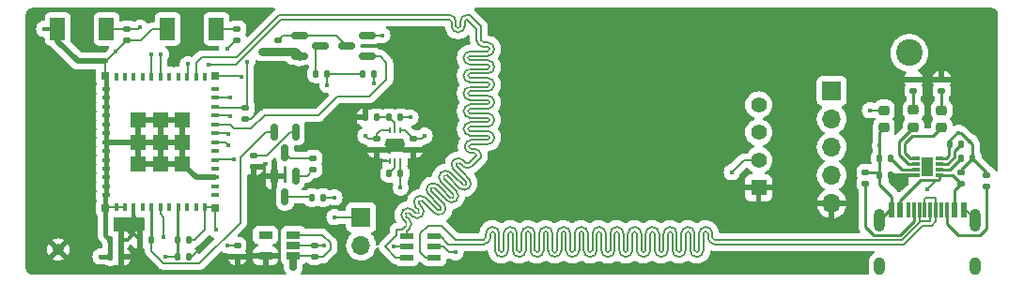
<source format=gbr>
%TF.GenerationSoftware,KiCad,Pcbnew,7.0.5-0*%
%TF.CreationDate,2024-03-24T16:19:33+01:00*%
%TF.ProjectId,MTR_C3_TempHum,4d54525f-4333-45f5-9465-6d7048756d2e,rev?*%
%TF.SameCoordinates,Original*%
%TF.FileFunction,Copper,L1,Top*%
%TF.FilePolarity,Positive*%
%FSLAX46Y46*%
G04 Gerber Fmt 4.6, Leading zero omitted, Abs format (unit mm)*
G04 Created by KiCad (PCBNEW 7.0.5-0) date 2024-03-24 16:19:33*
%MOMM*%
%LPD*%
G01*
G04 APERTURE LIST*
G04 Aperture macros list*
%AMRoundRect*
0 Rectangle with rounded corners*
0 $1 Rounding radius*
0 $2 $3 $4 $5 $6 $7 $8 $9 X,Y pos of 4 corners*
0 Add a 4 corners polygon primitive as box body*
4,1,4,$2,$3,$4,$5,$6,$7,$8,$9,$2,$3,0*
0 Add four circle primitives for the rounded corners*
1,1,$1+$1,$2,$3*
1,1,$1+$1,$4,$5*
1,1,$1+$1,$6,$7*
1,1,$1+$1,$8,$9*
0 Add four rect primitives between the rounded corners*
20,1,$1+$1,$2,$3,$4,$5,0*
20,1,$1+$1,$4,$5,$6,$7,0*
20,1,$1+$1,$6,$7,$8,$9,0*
20,1,$1+$1,$8,$9,$2,$3,0*%
G04 Aperture macros list end*
%TA.AperFunction,SMDPad,CuDef*%
%ADD10RoundRect,0.135000X-0.185000X0.135000X-0.185000X-0.135000X0.185000X-0.135000X0.185000X0.135000X0*%
%TD*%
%TA.AperFunction,SMDPad,CuDef*%
%ADD11R,0.700000X0.300000*%
%TD*%
%TA.AperFunction,SMDPad,CuDef*%
%ADD12R,1.000000X1.700000*%
%TD*%
%TA.AperFunction,SMDPad,CuDef*%
%ADD13RoundRect,0.135000X0.135000X0.185000X-0.135000X0.185000X-0.135000X-0.185000X0.135000X-0.185000X0*%
%TD*%
%TA.AperFunction,SMDPad,CuDef*%
%ADD14R,0.600000X1.450000*%
%TD*%
%TA.AperFunction,SMDPad,CuDef*%
%ADD15R,0.300000X1.450000*%
%TD*%
%TA.AperFunction,ComponentPad*%
%ADD16O,1.000000X2.100000*%
%TD*%
%TA.AperFunction,ComponentPad*%
%ADD17O,1.000000X1.600000*%
%TD*%
%TA.AperFunction,SMDPad,CuDef*%
%ADD18C,1.000000*%
%TD*%
%TA.AperFunction,ComponentPad*%
%ADD19R,1.416000X1.416000*%
%TD*%
%TA.AperFunction,ComponentPad*%
%ADD20C,1.416000*%
%TD*%
%TA.AperFunction,SMDPad,CuDef*%
%ADD21RoundRect,0.135000X0.185000X-0.135000X0.185000X0.135000X-0.185000X0.135000X-0.185000X-0.135000X0*%
%TD*%
%TA.AperFunction,SMDPad,CuDef*%
%ADD22R,1.200000X0.600000*%
%TD*%
%TA.AperFunction,SMDPad,CuDef*%
%ADD23R,1.250000X0.650000*%
%TD*%
%TA.AperFunction,SMDPad,CuDef*%
%ADD24R,0.250000X0.550000*%
%TD*%
%TA.AperFunction,SMDPad,CuDef*%
%ADD25RoundRect,0.150000X-0.150000X0.587500X-0.150000X-0.587500X0.150000X-0.587500X0.150000X0.587500X0*%
%TD*%
%TA.AperFunction,SMDPad,CuDef*%
%ADD26RoundRect,0.218750X0.256250X-0.218750X0.256250X0.218750X-0.256250X0.218750X-0.256250X-0.218750X0*%
%TD*%
%TA.AperFunction,SMDPad,CuDef*%
%ADD27RoundRect,0.150000X-0.587500X-0.150000X0.587500X-0.150000X0.587500X0.150000X-0.587500X0.150000X0*%
%TD*%
%TA.AperFunction,SMDPad,CuDef*%
%ADD28R,1.350000X2.000000*%
%TD*%
%TA.AperFunction,ComponentPad*%
%ADD29R,1.700000X1.700000*%
%TD*%
%TA.AperFunction,ComponentPad*%
%ADD30O,1.700000X1.700000*%
%TD*%
%TA.AperFunction,SMDPad,CuDef*%
%ADD31RoundRect,0.150000X0.587500X0.150000X-0.587500X0.150000X-0.587500X-0.150000X0.587500X-0.150000X0*%
%TD*%
%TA.AperFunction,SMDPad,CuDef*%
%ADD32RoundRect,0.135000X-0.135000X-0.185000X0.135000X-0.185000X0.135000X0.185000X-0.135000X0.185000X0*%
%TD*%
%TA.AperFunction,SMDPad,CuDef*%
%ADD33R,0.400000X0.800000*%
%TD*%
%TA.AperFunction,SMDPad,CuDef*%
%ADD34R,0.800000X0.400000*%
%TD*%
%TA.AperFunction,SMDPad,CuDef*%
%ADD35R,1.450000X1.450000*%
%TD*%
%TA.AperFunction,SMDPad,CuDef*%
%ADD36R,0.700000X0.700000*%
%TD*%
%TA.AperFunction,ComponentPad*%
%ADD37C,2.400000*%
%TD*%
%TA.AperFunction,ViaPad*%
%ADD38C,0.450000*%
%TD*%
%TA.AperFunction,Conductor*%
%ADD39C,0.300000*%
%TD*%
%TA.AperFunction,Conductor*%
%ADD40C,0.200000*%
%TD*%
%TA.AperFunction,Conductor*%
%ADD41C,0.700000*%
%TD*%
%TA.AperFunction,Conductor*%
%ADD42C,0.800000*%
%TD*%
%TA.AperFunction,Conductor*%
%ADD43C,0.250000*%
%TD*%
%TA.AperFunction,Conductor*%
%ADD44C,0.500000*%
%TD*%
%TA.AperFunction,Conductor*%
%ADD45C,0.400000*%
%TD*%
G04 APERTURE END LIST*
D10*
%TO.P,C4,1*%
%TO.N,GND*%
X57170000Y-48766000D03*
%TO.P,C4,2*%
%TO.N,+3.3V*%
X57170000Y-49786000D03*
%TD*%
D11*
%TO.P,IC2,1,IN*%
%TO.N,VBUS*%
X120430000Y-42406000D03*
%TO.P,IC2,2,ISET*%
%TO.N,Net-(IC2-ISET)*%
X120430000Y-41906000D03*
%TO.P,IC2,3,TS*%
%TO.N,Net-(IC2-TS)*%
X120430000Y-41406000D03*
%TO.P,IC2,4,GND*%
%TO.N,GND*%
X120430000Y-40906000D03*
%TO.P,IC2,5,STAT*%
%TO.N,Net-(D3-K)*%
X118330000Y-40906000D03*
%TO.P,IC2,6,~{PG}*%
%TO.N,Net-(D2-K)*%
X118330000Y-41406000D03*
%TO.P,IC2,7,VSET*%
%TO.N,Net-(IC2-VSET)*%
X118330000Y-41906000D03*
%TO.P,IC2,8,OUT*%
%TO.N,VBAT*%
X118330000Y-42406000D03*
D12*
%TO.P,IC2,9,EP*%
%TO.N,unconnected-(IC2-EP-Pad9)*%
X119380000Y-41656000D03*
%TD*%
D13*
%TO.P,R3,1*%
%TO.N,GND*%
X123446000Y-40894000D03*
%TO.P,R3,2*%
%TO.N,Net-(IC2-ISET)*%
X122426000Y-40894000D03*
%TD*%
%TO.P,R17,1*%
%TO.N,+3.3V*%
X52834000Y-49784000D03*
%TO.P,R17,2*%
%TO.N,EN*%
X51814000Y-49784000D03*
%TD*%
D14*
%TO.P,J1,A1,GND*%
%TO.N,GND*%
X116130000Y-45545000D03*
%TO.P,J1,A4,VBUS*%
%TO.N,VBUS*%
X116930000Y-45545000D03*
D15*
%TO.P,J1,A5,CC1*%
%TO.N,Net-(J1-CC1)*%
X118130000Y-45545000D03*
%TO.P,J1,A6,D+*%
%TO.N,/D+*%
X119130000Y-45545000D03*
%TO.P,J1,A7,D-*%
%TO.N,/D-*%
X119630000Y-45545000D03*
%TO.P,J1,A8,SBU1*%
%TO.N,unconnected-(J1-SBU1-PadA8)*%
X120630000Y-45545000D03*
D14*
%TO.P,J1,A9,VBUS*%
%TO.N,VBUS*%
X121830000Y-45545000D03*
%TO.P,J1,A12,GND*%
%TO.N,GND*%
X122630000Y-45545000D03*
%TO.P,J1,B1,GND*%
X122630000Y-45545000D03*
%TO.P,J1,B4,VBUS*%
%TO.N,VBUS*%
X121830000Y-45545000D03*
D15*
%TO.P,J1,B5,CC2*%
%TO.N,Net-(J1-CC2)*%
X121130000Y-45545000D03*
%TO.P,J1,B6,D+*%
%TO.N,/D+*%
X120130000Y-45545000D03*
%TO.P,J1,B7,D-*%
%TO.N,/D-*%
X118630000Y-45545000D03*
%TO.P,J1,B8,SBU2*%
%TO.N,unconnected-(J1-SBU2-PadB8)*%
X117630000Y-45545000D03*
D14*
%TO.P,J1,B9,VBUS*%
%TO.N,VBUS*%
X116930000Y-45545000D03*
%TO.P,J1,B12,GND*%
%TO.N,GND*%
X116130000Y-45545000D03*
D16*
%TO.P,J1,S1,SHIELD*%
X115060000Y-46460000D03*
D17*
X115060000Y-50640000D03*
D16*
X123700000Y-46460000D03*
D17*
X123700000Y-50640000D03*
%TD*%
D18*
%TO.P,TP1,1,1*%
%TO.N,+3.3V*%
X41021000Y-49149000D03*
%TD*%
D13*
%TO.P,R13,1*%
%TO.N,Net-(IC3-DVI)*%
X69725000Y-37211000D03*
%TO.P,R13,2*%
%TO.N,+3.3V*%
X68705000Y-37211000D03*
%TD*%
%TO.P,C7,1*%
%TO.N,+3.3V*%
X46738000Y-49784000D03*
%TO.P,C7,2*%
%TO.N,GND*%
X45718000Y-49784000D03*
%TD*%
D19*
%TO.P,IC4,1,VDD*%
%TO.N,+3.3V*%
X104150000Y-43568000D03*
D20*
%TO.P,IC4,2,DATA*%
%TO.N,DHT22_DATA*%
X104150000Y-41068000D03*
%TO.P,IC4,3,NULL*%
%TO.N,unconnected-(IC4-NULL-Pad3)*%
X104150000Y-38568000D03*
%TO.P,IC4,4,GND*%
%TO.N,GND*%
X104150000Y-36068000D03*
%TD*%
D10*
%TO.P,R15,1*%
%TO.N,SCL*%
X69723000Y-39114000D03*
%TO.P,R15,2*%
%TO.N,+3.3V*%
X69723000Y-40134000D03*
%TD*%
%TO.P,R14,1*%
%TO.N,SDA*%
X73025000Y-39114000D03*
%TO.P,R14,2*%
%TO.N,+3.3V*%
X73025000Y-40134000D03*
%TD*%
%TO.P,C3,1*%
%TO.N,GND*%
X64135000Y-48766000D03*
%TO.P,C3,2*%
%TO.N,VBAT*%
X64135000Y-49786000D03*
%TD*%
D21*
%TO.P,R1,1*%
%TO.N,Net-(J1-CC2)*%
X124714000Y-43436000D03*
%TO.P,R1,2*%
%TO.N,GND*%
X124714000Y-42416000D03*
%TD*%
D13*
%TO.P,R16,1*%
%TO.N,GND*%
X71884000Y-42291000D03*
%TO.P,R16,2*%
%TO.N,Net-(IC3-ADDR)*%
X70864000Y-42291000D03*
%TD*%
%TO.P,C6,1*%
%TO.N,+3.3V*%
X46738000Y-48260000D03*
%TO.P,C6,2*%
%TO.N,GND*%
X45718000Y-48260000D03*
%TD*%
D22*
%TO.P,D1,1,L1*%
%TO.N,/D-*%
X74910000Y-49845000D03*
%TO.P,D1,2,VN*%
%TO.N,GND*%
X74910000Y-48895000D03*
%TO.P,D1,3,L2*%
%TO.N,/D+*%
X74910000Y-47945000D03*
%TO.P,D1,4,L2*%
%TO.N,USB_D-*%
X72410000Y-47945000D03*
%TO.P,D1,5,VP*%
%TO.N,VBUS*%
X72410000Y-48895000D03*
%TO.P,D1,6,L1*%
%TO.N,USB_D+*%
X72410000Y-49845000D03*
%TD*%
D23*
%TO.P,IC5,1,VIN*%
%TO.N,VBAT*%
X62210000Y-49708000D03*
%TO.P,IC5,2,GND*%
%TO.N,GND*%
X62210000Y-48768000D03*
%TO.P,IC5,3,EN*%
%TO.N,VBAT*%
X62210000Y-47828000D03*
%TO.P,IC5,4,SNS*%
%TO.N,unconnected-(IC5-SNS-Pad4)*%
X59710000Y-47828000D03*
%TO.P,IC5,5,VOUT*%
%TO.N,+3.3V*%
X59710000Y-49708000D03*
%TD*%
D24*
%TO.P,IC3,1,VCC*%
%TO.N,+3.3V*%
X70874000Y-41126000D03*
%TO.P,IC3,2,ADDR*%
%TO.N,Net-(IC3-ADDR)*%
X71374000Y-41126000D03*
%TO.P,IC3,3,GND*%
%TO.N,GND*%
X71874000Y-41126000D03*
%TO.P,IC3,4,SDA*%
%TO.N,SDA*%
X71874000Y-38376000D03*
%TO.P,IC3,5,DVI*%
%TO.N,Net-(IC3-DVI)*%
X71374000Y-38376000D03*
%TO.P,IC3,6,SCL*%
%TO.N,SCL*%
X70874000Y-38376000D03*
%TD*%
D21*
%TO.P,R7,1*%
%TO.N,Net-(D2-A)*%
X118110000Y-34800000D03*
%TO.P,R7,2*%
%TO.N,+3.3V*%
X118110000Y-33780000D03*
%TD*%
D25*
%TO.P,Q3,1,G*%
%TO.N,Net-(Q3-G)*%
X62418000Y-42496500D03*
%TO.P,Q3,2,S*%
%TO.N,+3.3V*%
X60518000Y-42496500D03*
%TO.P,Q3,3,D*%
%TO.N,Net-(Q3-D)*%
X61468000Y-44371500D03*
%TD*%
D13*
%TO.P,C5,1*%
%TO.N,GND*%
X71884000Y-37211000D03*
%TO.P,C5,2*%
%TO.N,Net-(IC3-DVI)*%
X70864000Y-37211000D03*
%TD*%
%TO.P,R4,1*%
%TO.N,Net-(IC2-VSET)*%
X116078000Y-40894000D03*
%TO.P,R4,2*%
%TO.N,GND*%
X115058000Y-40894000D03*
%TD*%
%TO.P,C2,1*%
%TO.N,VBAT*%
X116080000Y-42418000D03*
%TO.P,C2,2*%
%TO.N,GND*%
X115060000Y-42418000D03*
%TD*%
D21*
%TO.P,C9,1*%
%TO.N,GND*%
X47244000Y-30228000D03*
%TO.P,C9,2*%
%TO.N,EN*%
X47244000Y-29208000D03*
%TD*%
D13*
%TO.P,R5,1*%
%TO.N,Net-(IC2-TS)*%
X122430000Y-39624000D03*
%TO.P,R5,2*%
%TO.N,GND*%
X121410000Y-39624000D03*
%TD*%
D26*
%TO.P,D2,1,K*%
%TO.N,Net-(D2-K)*%
X118110000Y-38100000D03*
%TO.P,D2,2,A*%
%TO.N,Net-(D2-A)*%
X118110000Y-36525000D03*
%TD*%
D27*
%TO.P,Q6,1,G*%
%TO.N,Net-(Q5-D)*%
X62768000Y-29784000D03*
%TO.P,Q6,2,S*%
%TO.N,VBAT*%
X62768000Y-31684000D03*
%TO.P,Q6,3,D*%
%TO.N,Net-(Q6-D)*%
X64643000Y-30734000D03*
%TD*%
D28*
%TO.P,SW2,1,1*%
%TO.N,GND*%
X50886000Y-29210000D03*
%TO.P,SW2,2,2*%
%TO.N,Hard_reset*%
X55286000Y-29210000D03*
%TD*%
D13*
%TO.P,R11,1*%
%TO.N,ADC_lvl_BAT*%
X65280000Y-33274000D03*
%TO.P,R11,2*%
%TO.N,Net-(Q6-D)*%
X64260000Y-33274000D03*
%TD*%
D21*
%TO.P,R19,1*%
%TO.N,+3.3V*%
X57912000Y-37340000D03*
%TO.P,R19,2*%
%TO.N,Hard_reset*%
X57912000Y-36320000D03*
%TD*%
D10*
%TO.P,R10,1*%
%TO.N,Net-(Q5-D)*%
X60833000Y-30224000D03*
%TO.P,R10,2*%
%TO.N,VBAT*%
X60833000Y-31244000D03*
%TD*%
D29*
%TO.P,J2,1*%
%TO.N,GPIO9*%
X68326000Y-46223000D03*
D30*
%TO.P,J2,2*%
%TO.N,GND*%
X68326000Y-48763000D03*
%TD*%
D21*
%TO.P,R6,1*%
%TO.N,Net-(D3-A)*%
X120650000Y-34798000D03*
%TO.P,R6,2*%
%TO.N,+3.3V*%
X120650000Y-33778000D03*
%TD*%
D31*
%TO.P,Q5,1,G*%
%TO.N,EN_lvl_BAT*%
X68882500Y-31684000D03*
%TO.P,Q5,2,S*%
%TO.N,GND*%
X68882500Y-29784000D03*
%TO.P,Q5,3,D*%
%TO.N,Net-(Q5-D)*%
X67007500Y-30734000D03*
%TD*%
D28*
%TO.P,SW1,1,1*%
%TO.N,GND*%
X40980000Y-29210000D03*
%TO.P,SW1,2,2*%
%TO.N,EN*%
X45380000Y-29210000D03*
%TD*%
D10*
%TO.P,C1,1*%
%TO.N,GND*%
X122428000Y-42162000D03*
%TO.P,C1,2*%
%TO.N,VBUS*%
X122428000Y-43182000D03*
%TD*%
D32*
%TO.P,C8,1*%
%TO.N,EN*%
X51814000Y-48260000D03*
%TO.P,C8,2*%
%TO.N,GND*%
X52834000Y-48260000D03*
%TD*%
D26*
%TO.P,D4,1,K*%
%TO.N,GND*%
X115443000Y-38125500D03*
%TO.P,D4,2,A*%
%TO.N,Net-(D4-A)*%
X115443000Y-36550500D03*
%TD*%
D33*
%TO.P,IC1,1,GND_1*%
%TO.N,GND*%
X46235000Y-45340000D03*
%TO.P,IC1,2,GND_2*%
X47035000Y-45340000D03*
%TO.P,IC1,3,3V3*%
%TO.N,+3.3V*%
X47835000Y-45340000D03*
%TO.P,IC1,4,NC_1*%
%TO.N,unconnected-(IC1-NC_1-Pad4)*%
X48635000Y-45340000D03*
%TO.P,IC1,5,IO2*%
%TO.N,BAT_lvl_LED*%
X49435000Y-45340000D03*
%TO.P,IC1,6,IO3*%
%TO.N,ADC_lvl_BAT*%
X50235000Y-45340000D03*
%TO.P,IC1,7,NC_2*%
%TO.N,unconnected-(IC1-NC_2-Pad7)*%
X51035000Y-45340000D03*
%TO.P,IC1,8,EN*%
%TO.N,EN*%
X51835000Y-45340000D03*
%TO.P,IC1,9,NC_3*%
%TO.N,unconnected-(IC1-NC_3-Pad9)*%
X52635000Y-45340000D03*
%TO.P,IC1,10,NC_4*%
%TO.N,unconnected-(IC1-NC_4-Pad10)*%
X53435000Y-45340000D03*
%TO.P,IC1,11,GND_3*%
%TO.N,GND*%
X54235000Y-45340000D03*
D34*
%TO.P,IC1,12,IO0*%
%TO.N,unconnected-(IC1-IO0-Pad12)*%
X55135000Y-44240000D03*
%TO.P,IC1,13,IO1*%
%TO.N,unconnected-(IC1-IO1-Pad13)*%
X55135000Y-43440000D03*
%TO.P,IC1,14,GND_4*%
%TO.N,GND*%
X55135000Y-42640000D03*
%TO.P,IC1,15,NC_5*%
%TO.N,unconnected-(IC1-NC_5-Pad15)*%
X55135000Y-41840000D03*
%TO.P,IC1,16,IO10*%
%TO.N,DHT22_DATA*%
X55135000Y-41040000D03*
%TO.P,IC1,17,NC_6*%
%TO.N,unconnected-(IC1-NC_6-Pad17)*%
X55135000Y-40240000D03*
%TO.P,IC1,18,IO4*%
%TO.N,SDA*%
X55135000Y-39440000D03*
%TO.P,IC1,19,IO5*%
%TO.N,SCL*%
X55135000Y-38640000D03*
%TO.P,IC1,20,IO6*%
%TO.N,EN_lvl_BAT*%
X55135000Y-37840000D03*
%TO.P,IC1,21,IO7*%
%TO.N,GPIO7*%
X55135000Y-37040000D03*
%TO.P,IC1,22,IO8*%
%TO.N,Hard_reset*%
X55135000Y-36240000D03*
%TO.P,IC1,23,IO9*%
%TO.N,GPIO9*%
X55135000Y-35440000D03*
%TO.P,IC1,24,NC_7*%
%TO.N,unconnected-(IC1-NC_7-Pad24)*%
X55135000Y-34640000D03*
D33*
%TO.P,IC1,25,NC_8*%
%TO.N,unconnected-(IC1-NC_8-Pad25)*%
X54235000Y-33540000D03*
%TO.P,IC1,26,IO18*%
%TO.N,USB_D-*%
X53435000Y-33540000D03*
%TO.P,IC1,27,IO19*%
%TO.N,USB_D+*%
X52635000Y-33540000D03*
%TO.P,IC1,28,NC_9*%
%TO.N,unconnected-(IC1-NC_9-Pad28)*%
X51835000Y-33540000D03*
%TO.P,IC1,29,NC_10*%
%TO.N,unconnected-(IC1-NC_10-Pad29)*%
X51035000Y-33540000D03*
%TO.P,IC1,30,RXD0*%
%TO.N,UART_RX*%
X50235000Y-33540000D03*
%TO.P,IC1,31,TXD0*%
%TO.N,UART_TX*%
X49435000Y-33540000D03*
%TO.P,IC1,32,NC_11*%
%TO.N,unconnected-(IC1-NC_11-Pad32)*%
X48635000Y-33540000D03*
%TO.P,IC1,33,NC_12*%
%TO.N,unconnected-(IC1-NC_12-Pad33)*%
X47835000Y-33540000D03*
%TO.P,IC1,34,NC_13*%
%TO.N,unconnected-(IC1-NC_13-Pad34)*%
X47035000Y-33540000D03*
%TO.P,IC1,35,NC_14*%
%TO.N,unconnected-(IC1-NC_14-Pad35)*%
X46235000Y-33540000D03*
D34*
%TO.P,IC1,36,GND_5*%
%TO.N,GND*%
X45335000Y-34640000D03*
%TO.P,IC1,37,GND_6*%
X45335000Y-35440000D03*
%TO.P,IC1,38,GND_7*%
X45335000Y-36240000D03*
%TO.P,IC1,39,GND_8*%
X45335000Y-37040000D03*
%TO.P,IC1,40,GND_9*%
X45335000Y-37840000D03*
%TO.P,IC1,41,GND_10*%
X45335000Y-38640000D03*
%TO.P,IC1,42,GND_11*%
X45335000Y-39440000D03*
%TO.P,IC1,43,GND_12*%
X45335000Y-40240000D03*
%TO.P,IC1,44,GND_13*%
X45335000Y-41040000D03*
%TO.P,IC1,45,GND_14*%
X45335000Y-41840000D03*
%TO.P,IC1,46,GND_15*%
X45335000Y-42640000D03*
%TO.P,IC1,47,GND_16*%
X45335000Y-43440000D03*
%TO.P,IC1,48,GND_17*%
X45335000Y-44240000D03*
D35*
%TO.P,IC1,49,GND_18*%
X50235000Y-39440000D03*
%TO.P,IC1,50,GND_19*%
X48260000Y-37465000D03*
%TO.P,IC1,51,GND_20*%
X48260000Y-39440000D03*
%TO.P,IC1,52,GND_21*%
X48260000Y-41415000D03*
%TO.P,IC1,53,GND_22*%
X50235000Y-41415000D03*
%TO.P,IC1,54,GND_23*%
X52210000Y-41415000D03*
%TO.P,IC1,55,GND_24*%
X52210000Y-39440000D03*
%TO.P,IC1,56,GND_25*%
X52210000Y-37465000D03*
%TO.P,IC1,57,GND_26*%
X50235000Y-37465000D03*
D36*
%TO.P,IC1,58,GND_27*%
X45285000Y-45390000D03*
%TO.P,IC1,59,GND_28*%
X55185000Y-45390000D03*
%TO.P,IC1,60,GND_29*%
X55185000Y-33490000D03*
%TO.P,IC1,61,GND_30*%
X45285000Y-33490000D03*
%TD*%
D21*
%TO.P,C10,1*%
%TO.N,GND*%
X57150000Y-30228000D03*
%TO.P,C10,2*%
%TO.N,Hard_reset*%
X57150000Y-29208000D03*
%TD*%
D10*
%TO.P,R20,1*%
%TO.N,Net-(Q7-G)*%
X58674000Y-40638000D03*
%TO.P,R20,2*%
%TO.N,+3.3V*%
X58674000Y-41658000D03*
%TD*%
D13*
%TO.P,R22,1*%
%TO.N,Net-(D4-A)*%
X64899000Y-44450000D03*
%TO.P,R22,2*%
%TO.N,Net-(Q3-D)*%
X63879000Y-44450000D03*
%TD*%
D29*
%TO.P,J4,1*%
%TO.N,GPIO7*%
X110744000Y-34803000D03*
D30*
%TO.P,J4,2*%
%TO.N,UART_RX*%
X110744000Y-37343000D03*
%TO.P,J4,3*%
%TO.N,UART_TX*%
X110744000Y-39883000D03*
%TO.P,J4,4*%
%TO.N,GND*%
X110744000Y-42423000D03*
%TO.P,J4,5*%
%TO.N,+3.3V*%
X110744000Y-44963000D03*
%TD*%
D13*
%TO.P,R12,1*%
%TO.N,GND*%
X69471000Y-33274000D03*
%TO.P,R12,2*%
%TO.N,ADC_lvl_BAT*%
X68451000Y-33274000D03*
%TD*%
D25*
%TO.P,Q7,1,G*%
%TO.N,Net-(Q7-G)*%
X62418000Y-38511000D03*
%TO.P,Q7,2,S*%
%TO.N,BAT_lvl_LED*%
X60518000Y-38511000D03*
%TO.P,Q7,3,D*%
%TO.N,Net-(Q7-D)*%
X61468000Y-40386000D03*
%TD*%
D26*
%TO.P,D3,1,K*%
%TO.N,Net-(D3-K)*%
X120650000Y-38125500D03*
%TO.P,D3,2,A*%
%TO.N,Net-(D3-A)*%
X120650000Y-36550500D03*
%TD*%
D32*
%TO.P,R18,1*%
%TO.N,+3.3V*%
X48385000Y-48260000D03*
%TO.P,R18,2*%
%TO.N,BAT_lvl_LED*%
X49405000Y-48260000D03*
%TD*%
D10*
%TO.P,R21,1*%
%TO.N,Net-(Q7-D)*%
X64008000Y-40892000D03*
%TO.P,R21,2*%
%TO.N,Net-(Q3-G)*%
X64008000Y-41912000D03*
%TD*%
D21*
%TO.P,R2,1*%
%TO.N,Net-(J1-CC1)*%
X113792000Y-43180000D03*
%TO.P,R2,2*%
%TO.N,GND*%
X113792000Y-42160000D03*
%TD*%
D37*
%TO.P,BT1,*%
%TO.N,*%
X117720000Y-31370000D03*
%TD*%
D38*
%TO.N,VBAT*%
X59436000Y-31242000D03*
X116840000Y-43180000D03*
X116840000Y-43815000D03*
X117475000Y-43180000D03*
X62210000Y-50693000D03*
X116205000Y-43180000D03*
%TO.N,VBUS*%
X71247000Y-48895000D03*
X119380000Y-43688000D03*
%TO.N,USB_D+*%
X52705000Y-32385000D03*
X54610000Y-32449500D03*
%TO.N,+3.3V*%
X81915000Y-28067000D03*
X101727000Y-43688000D03*
X74168000Y-30226000D03*
X74168000Y-29591000D03*
X74168000Y-31496000D03*
X81280000Y-28067000D03*
X54102000Y-48768000D03*
X80645000Y-28067000D03*
X59309000Y-36449000D03*
X55880000Y-49784000D03*
X58674000Y-42799000D03*
X74168000Y-30861000D03*
X82550000Y-28067000D03*
%TO.N,GND*%
X44831000Y-49784000D03*
X45339000Y-32131000D03*
X46228000Y-31242000D03*
X57531000Y-33528000D03*
X70231000Y-29784000D03*
X122174000Y-38608000D03*
X69469000Y-34163000D03*
X56261000Y-30988000D03*
X55245000Y-47371000D03*
X71882000Y-43561000D03*
X123190000Y-39370000D03*
X115062000Y-39751000D03*
X50292000Y-37465000D03*
X123190000Y-39370000D03*
X39751000Y-29210000D03*
X76835000Y-49403000D03*
X50292000Y-41402000D03*
X65024000Y-48768000D03*
X50292000Y-39497000D03*
X56261000Y-48768000D03*
X72771000Y-37211000D03*
%TO.N,ADC_lvl_BAT*%
X50546000Y-48006000D03*
X65278000Y-34290000D03*
%TO.N,EN*%
X48387000Y-29083000D03*
X50673000Y-49784000D03*
%TO.N,DHT22_DATA*%
X56896000Y-41021000D03*
X101727000Y-42164000D03*
%TO.N,SDA*%
X74041000Y-38862000D03*
X56388000Y-39751000D03*
%TO.N,SCL*%
X56388000Y-38735000D03*
X68707000Y-38862000D03*
%TO.N,GPIO7*%
X56515000Y-37084000D03*
%TO.N,GPIO9*%
X65913000Y-46228000D03*
X56515000Y-35433000D03*
%TO.N,UART_RX*%
X50292000Y-31496000D03*
%TO.N,UART_TX*%
X49403000Y-31496000D03*
%TO.N,Hard_reset*%
X55286000Y-29210000D03*
X58057721Y-32149721D03*
%TO.N,Net-(D4-A)*%
X65913000Y-44450000D03*
X114173000Y-36576000D03*
%TD*%
D39*
%TO.N,VBAT*%
X117348000Y-43180000D02*
X116967000Y-42799000D01*
D40*
X64826463Y-47828000D02*
X65549000Y-48550537D01*
D39*
X116650500Y-42988500D02*
X116333000Y-42671000D01*
X116967000Y-42799000D02*
X116967000Y-43053000D01*
X116840000Y-43434000D02*
X116840000Y-43561000D01*
X116205000Y-43180000D02*
X116840000Y-43815000D01*
D41*
X62210000Y-49708000D02*
X62210000Y-50693000D01*
D40*
X65549000Y-48550537D02*
X65549000Y-49132000D01*
D39*
X117475000Y-42418000D02*
X117475000Y-43180000D01*
X116080000Y-42418000D02*
X116967000Y-42418000D01*
X116459000Y-43180000D02*
X116840000Y-43561000D01*
X116840000Y-43180000D02*
X116840000Y-43434000D01*
X116840000Y-43178000D02*
X116650500Y-42988500D01*
X118318000Y-42418000D02*
X118330000Y-42406000D01*
D40*
X62210000Y-47828000D02*
X64826463Y-47828000D01*
X64895000Y-49786000D02*
X64135000Y-49786000D01*
D39*
X116967000Y-42418000D02*
X117475000Y-42926000D01*
X117475000Y-42418000D02*
X118318000Y-42418000D01*
X116205000Y-43180000D02*
X116333000Y-43052000D01*
D42*
X60831000Y-31242000D02*
X60833000Y-31244000D01*
D40*
X62210000Y-49708000D02*
X64057000Y-49708000D01*
D39*
X116967000Y-43053000D02*
X116840000Y-43180000D01*
X116840000Y-43180000D02*
X116840000Y-43178000D01*
X116205000Y-43180000D02*
X116840000Y-43180000D01*
X117475000Y-42926000D02*
X117475000Y-43180000D01*
D42*
X60833000Y-31244000D02*
X62328000Y-31244000D01*
D39*
X116205000Y-43180000D02*
X116967000Y-42418000D01*
X116333000Y-42671000D02*
X116080000Y-42418000D01*
X116080000Y-42418000D02*
X116080000Y-43055000D01*
X116967000Y-42672000D02*
X116650500Y-42988500D01*
X116967000Y-42418000D02*
X116967000Y-42672000D01*
X116080000Y-43055000D02*
X116205000Y-43180000D01*
D40*
X64057000Y-49708000D02*
X64135000Y-49786000D01*
D39*
X117475000Y-43180000D02*
X117348000Y-43180000D01*
X116586000Y-42418000D02*
X116333000Y-42671000D01*
X117221000Y-43434000D02*
X116840000Y-43434000D01*
X116205000Y-43180000D02*
X116459000Y-43180000D01*
X116967000Y-42418000D02*
X116967000Y-42799000D01*
X117475000Y-43180000D02*
X117221000Y-43434000D01*
D42*
X59436000Y-31242000D02*
X60831000Y-31242000D01*
D39*
X116967000Y-42418000D02*
X117475000Y-42418000D01*
X117475000Y-43180000D02*
X116840000Y-43180000D01*
X116333000Y-43052000D02*
X116333000Y-42671000D01*
D40*
X65549000Y-49132000D02*
X64895000Y-49786000D01*
D42*
X62328000Y-31244000D02*
X62768000Y-31684000D01*
D39*
X117475000Y-43180000D02*
X116840000Y-43815000D01*
X116967000Y-42418000D02*
X116586000Y-42418000D01*
D40*
%TO.N,VBUS*%
X72410000Y-48895000D02*
X71247000Y-48895000D01*
D43*
X121830000Y-43780000D02*
X122428000Y-43182000D01*
X120355000Y-42881000D02*
X120430000Y-42806000D01*
X116930000Y-45545000D02*
X116930000Y-44677500D01*
X116930000Y-44677500D02*
X118726500Y-42881000D01*
D40*
X119380000Y-43688000D02*
X120187000Y-42881000D01*
D43*
X120430000Y-42406000D02*
X121652000Y-42406000D01*
X121652000Y-42406000D02*
X122428000Y-43182000D01*
X120430000Y-42806000D02*
X120430000Y-42406000D01*
X121830000Y-45545000D02*
X121830000Y-43780000D01*
X118726500Y-42881000D02*
X120355000Y-42881000D01*
D40*
X120187000Y-42881000D02*
X120355000Y-42881000D01*
%TO.N,USB_D-*%
X73525544Y-44731429D02*
X73525544Y-44731430D01*
X75218431Y-44444414D02*
X75077008Y-44302994D01*
X72394180Y-45862810D02*
X72394181Y-45862808D01*
X53435000Y-32290000D02*
X53435000Y-33540000D01*
X75788262Y-42468657D02*
X75788263Y-42468657D01*
X77481173Y-42181667D02*
X77481177Y-42181668D01*
X79734115Y-38440000D02*
X79140000Y-38440000D01*
X75218427Y-44444413D02*
X75218431Y-44444414D01*
X77202520Y-41337328D02*
X77481176Y-41615984D01*
X78145885Y-38040000D02*
X78740000Y-38040000D01*
X78740000Y-38040000D02*
X79734115Y-38040000D01*
X78329705Y-41615985D02*
X78329706Y-41615983D01*
X76870000Y-28934091D02*
X76870000Y-28540000D01*
X78145885Y-33240000D02*
X78740000Y-33240000D01*
X73804216Y-46141474D02*
X73804215Y-46141473D01*
X78740000Y-33240000D02*
X79734115Y-33240000D01*
X76919679Y-41337326D02*
X76919678Y-41337327D01*
X79140000Y-38440000D02*
X78145885Y-38440000D01*
X73808388Y-44731429D02*
X74931407Y-45854450D01*
X75779935Y-45005921D02*
X75218427Y-44444413D01*
X79734115Y-32040000D02*
X79140000Y-32040000D01*
X76071107Y-42468656D02*
X77194153Y-43591704D01*
X74939751Y-43600046D02*
X74939751Y-43600047D01*
X72410000Y-47945000D02*
X72410000Y-47535686D01*
X79734115Y-30440000D02*
X79340000Y-30440000D01*
X77202522Y-41337327D02*
X77202520Y-41337328D01*
X79734115Y-36840000D02*
X79140000Y-36840000D01*
X74656907Y-43600048D02*
X74656906Y-43600048D01*
X78145885Y-34840000D02*
X78740000Y-34840000D01*
X79734115Y-35240000D02*
X79140000Y-35240000D01*
X78540000Y-39640000D02*
X79734115Y-39640000D01*
X77481177Y-42181668D02*
X77339754Y-42040248D01*
X72677025Y-45862808D02*
X72677023Y-45862809D01*
X76270000Y-27940000D02*
X73483456Y-27940000D01*
X78042681Y-42743175D02*
X77481173Y-42181667D01*
X76071105Y-42468657D02*
X76071107Y-42468656D01*
X76349804Y-43313041D02*
X76208381Y-43171621D01*
X79140000Y-28975000D02*
X78105000Y-27940000D01*
X76349800Y-43313040D02*
X76349804Y-43313041D01*
X78740000Y-36440000D02*
X79734115Y-36440000D01*
X78329706Y-41615983D02*
X79140000Y-40805686D01*
X76911308Y-43874548D02*
X76349800Y-43313040D01*
X78540000Y-40040000D02*
X78245897Y-40040000D01*
X74656906Y-43600048D02*
X74656909Y-43600046D01*
X78740000Y-31640000D02*
X79734115Y-31640000D01*
X79140000Y-40805686D02*
X79140000Y-40640000D01*
X73483456Y-27940000D02*
X60960001Y-27940000D01*
X72410000Y-47535686D02*
X72672844Y-47272844D01*
X78145885Y-36440000D02*
X78740000Y-36440000D01*
X73804215Y-45292945D02*
X73525543Y-45014273D01*
X78740000Y-34840000D02*
X79734115Y-34840000D01*
X57150000Y-31750000D02*
X53975000Y-31750000D01*
X73808387Y-44731429D02*
X73808388Y-44731429D01*
X72677023Y-45862809D02*
X72955688Y-46141474D01*
X78042681Y-42743174D02*
X78042681Y-42743175D01*
X79140000Y-36840000D02*
X78145885Y-36840000D01*
X78245897Y-39640000D02*
X78540000Y-39640000D01*
X77270000Y-28540000D02*
X77270000Y-28934091D01*
X53975000Y-31750000D02*
X53435000Y-32290000D01*
X79734115Y-33640000D02*
X79140000Y-33640000D01*
X79140000Y-32040000D02*
X78145885Y-32040000D01*
X76208381Y-43171621D02*
X75788262Y-42751499D01*
X79140000Y-33640000D02*
X78145885Y-33640000D01*
X77339754Y-42040248D02*
X76919678Y-41620169D01*
X72672844Y-46424316D02*
X72394180Y-46145652D01*
X75077008Y-44302994D02*
X74656907Y-43882890D01*
X78145885Y-31640000D02*
X78740000Y-31640000D01*
X60960001Y-27940000D02*
X57150000Y-31750000D01*
X73525542Y-44731430D02*
X73525544Y-44731429D01*
X79140000Y-35240000D02*
X78145885Y-35240000D01*
X74939751Y-43600047D02*
X76062780Y-44723077D01*
X78105000Y-27940000D02*
X77870000Y-27940000D01*
X79140000Y-30240000D02*
X79140000Y-28975000D01*
X75779935Y-45005920D02*
X75779935Y-45005921D01*
X76911308Y-43874547D02*
X76911308Y-43874548D01*
X72677025Y-45862808D02*
G75*
G03*
X72394181Y-45862808I-141422J-141425D01*
G01*
X76870009Y-28934091D02*
G75*
G03*
X77070000Y-29134091I199991J-9D01*
G01*
X79734115Y-36440015D02*
G75*
G03*
X80334115Y-35840000I-15J600015D01*
G01*
X78145885Y-31639985D02*
G75*
G03*
X77945885Y-31840000I15J-200015D01*
G01*
X80334100Y-31040000D02*
G75*
G03*
X79734115Y-30440000I-600000J0D01*
G01*
X78145885Y-33239985D02*
G75*
G03*
X77945885Y-33440000I15J-200015D01*
G01*
X72394149Y-45862780D02*
G75*
G03*
X72394181Y-46145651I141451J-141420D01*
G01*
X78145885Y-38039985D02*
G75*
G03*
X77945885Y-38240000I15J-200015D01*
G01*
X77945900Y-38240000D02*
G75*
G03*
X78145885Y-38440000I200000J0D01*
G01*
X78245897Y-39639997D02*
G75*
G03*
X78045897Y-39840000I3J-200003D01*
G01*
X76071105Y-42468657D02*
G75*
G03*
X75788263Y-42468657I-141421J-141419D01*
G01*
X79734115Y-31640015D02*
G75*
G03*
X80334115Y-31040000I-15J600015D01*
G01*
X77481136Y-41616024D02*
G75*
G03*
X78329704Y-41615984I424264J424324D01*
G01*
X74931408Y-45854449D02*
G75*
G03*
X75779934Y-45854449I424263J424263D01*
G01*
X80334100Y-34240000D02*
G75*
G03*
X79734115Y-33640000I-600000J0D01*
G01*
X75788285Y-42468680D02*
G75*
G03*
X75788263Y-42751498I141415J-141420D01*
G01*
X79140000Y-40640000D02*
G75*
G03*
X78540000Y-40040000I-600000J0D01*
G01*
X79140000Y-30240000D02*
G75*
G03*
X79340000Y-30440000I200000J0D01*
G01*
X77945900Y-33440000D02*
G75*
G03*
X78145885Y-33640000I200000J0D01*
G01*
X78145885Y-36439985D02*
G75*
G03*
X77945885Y-36640000I15J-200015D01*
G01*
X78042642Y-43591665D02*
G75*
G03*
X78042681Y-42743174I-424242J424265D01*
G01*
X79734115Y-34840015D02*
G75*
G03*
X80334115Y-34240000I-15J600015D01*
G01*
X78045900Y-39840000D02*
G75*
G03*
X78245897Y-40040000I200000J0D01*
G01*
X77945900Y-36640000D02*
G75*
G03*
X78145885Y-36840000I200000J0D01*
G01*
X76062781Y-44723076D02*
G75*
G03*
X76911307Y-44723076I424263J424263D01*
G01*
X77870000Y-27940000D02*
G75*
G03*
X77270000Y-28540000I0J-600000D01*
G01*
X74656939Y-43600080D02*
G75*
G03*
X74656908Y-43882889I141361J-141420D01*
G01*
X77945900Y-31840000D02*
G75*
G03*
X78145885Y-32040000I200000J0D01*
G01*
X79734115Y-38040015D02*
G75*
G03*
X80334115Y-37440000I-15J600015D01*
G01*
X76870000Y-28540000D02*
G75*
G03*
X76270000Y-27940000I-600000J0D01*
G01*
X76919631Y-41337278D02*
G75*
G03*
X76919678Y-41620169I141469J-141422D01*
G01*
X80334100Y-37440000D02*
G75*
G03*
X79734115Y-36840000I-600000J0D01*
G01*
X76911296Y-44723065D02*
G75*
G03*
X76911308Y-43874547I-424296J424265D01*
G01*
X80334100Y-35840000D02*
G75*
G03*
X79734115Y-35240000I-600000J0D01*
G01*
X72672863Y-47272863D02*
G75*
G03*
X72672843Y-46424317I-424263J424263D01*
G01*
X77202522Y-41337327D02*
G75*
G03*
X76919678Y-41337327I-141422J-141425D01*
G01*
X73804205Y-46141463D02*
G75*
G03*
X73804214Y-45292946I-424205J424263D01*
G01*
X77070000Y-29134100D02*
G75*
G03*
X77270000Y-28934091I0J200000D01*
G01*
X80334100Y-32640000D02*
G75*
G03*
X79734115Y-32040000I-600000J0D01*
G01*
X73525591Y-44731479D02*
G75*
G03*
X73525543Y-45014273I141409J-141421D01*
G01*
X72955689Y-46141473D02*
G75*
G03*
X73804215Y-46141473I424263J424263D01*
G01*
X78145885Y-34839985D02*
G75*
G03*
X77945885Y-35040000I15J-200015D01*
G01*
X74939751Y-43600046D02*
G75*
G03*
X74656909Y-43600046I-141421J-141426D01*
G01*
X77945900Y-35040000D02*
G75*
G03*
X78145885Y-35240000I200000J0D01*
G01*
X73808420Y-44731396D02*
G75*
G03*
X73525545Y-44731431I-141420J-141504D01*
G01*
X79734115Y-39640015D02*
G75*
G03*
X80334115Y-39040000I-15J600015D01*
G01*
X79734115Y-33240015D02*
G75*
G03*
X80334115Y-32640000I-15J600015D01*
G01*
X80334100Y-39040000D02*
G75*
G03*
X79734115Y-38440000I-600000J0D01*
G01*
X77194154Y-43591703D02*
G75*
G03*
X78042680Y-43591703I424263J424263D01*
G01*
X75779949Y-45854464D02*
G75*
G03*
X75779934Y-45005921I-424249J424264D01*
G01*
%TO.N,USB_D+*%
X78540000Y-40440000D02*
X78245897Y-40440000D01*
X75497093Y-45288764D02*
X74935586Y-44727259D01*
X72959868Y-45579965D02*
X72959866Y-45579966D01*
X73521372Y-45575788D02*
X73521373Y-45575786D01*
X71510000Y-47345000D02*
X72035000Y-47345000D01*
X79140000Y-37240000D02*
X78145885Y-37240000D01*
X78245897Y-39240000D02*
X78540000Y-39240000D01*
X75497092Y-45571607D02*
X75497093Y-45571607D01*
X78740000Y-34440000D02*
X79734115Y-34440000D01*
X75222593Y-43317205D02*
X75642696Y-43737308D01*
X79734115Y-32440000D02*
X79140000Y-32440000D01*
X78740000Y-29210000D02*
X77870000Y-28340000D01*
X78145885Y-37640000D02*
X78740000Y-37640000D01*
X78740000Y-31240000D02*
X79734115Y-31240000D01*
X78145885Y-32840000D02*
X78740000Y-32840000D01*
X76628466Y-44157391D02*
X76066959Y-43595886D01*
X57016186Y-32449500D02*
X54610000Y-32449500D01*
X71435000Y-49845000D02*
X70485000Y-48895000D01*
X74374064Y-43317205D02*
X74374065Y-43317205D01*
X79734115Y-30840000D02*
X79340000Y-30840000D01*
X73242701Y-44448586D02*
X73242700Y-44448586D01*
X78540000Y-39240000D02*
X79734115Y-39240000D01*
X73521373Y-45858631D02*
X73521375Y-45858630D01*
X79140000Y-38840000D02*
X78145885Y-38840000D01*
X75642696Y-43737308D02*
X76345623Y-44440234D01*
X76774069Y-42605935D02*
X77476996Y-43308861D01*
X75505419Y-42185814D02*
X75505420Y-42185814D01*
X72390001Y-46707159D02*
X72390002Y-46707157D01*
X73242700Y-44448586D02*
X73242702Y-44448585D01*
X70485000Y-48895000D02*
X71510000Y-47870000D01*
X78740000Y-37640000D02*
X79734115Y-37640000D01*
X76636836Y-41054483D02*
X76636835Y-41054484D01*
X78145885Y-31240000D02*
X78740000Y-31240000D01*
X78145885Y-36040000D02*
X78740000Y-36040000D01*
X72035000Y-47345000D02*
X72390001Y-46990001D01*
X79734115Y-37240000D02*
X79140000Y-37240000D01*
X78046863Y-41333140D02*
X78740000Y-40640000D01*
X77485365Y-41054484D02*
X77485363Y-41054485D01*
X73521375Y-45858630D02*
X73521372Y-45858630D01*
X77056912Y-42323090D02*
X76636833Y-41903014D01*
X77759839Y-43026017D02*
X77759839Y-43026018D01*
X78740000Y-32840000D02*
X79734115Y-32840000D01*
X72410000Y-49845000D02*
X71435000Y-49845000D01*
X74369903Y-44727258D02*
X75214250Y-45571607D01*
X79734115Y-35640000D02*
X79140000Y-35640000D01*
X76270000Y-28340000D02*
X73483456Y-28340000D01*
X78740000Y-30240000D02*
X78740000Y-29210000D01*
X72959866Y-45579966D02*
X73238531Y-45858631D01*
X76066959Y-43595886D02*
X75925539Y-43454463D01*
X52705000Y-33470000D02*
X52635000Y-33540000D01*
X75497093Y-45288763D02*
X75497093Y-45288764D01*
X76470000Y-28934091D02*
X76470000Y-28540000D01*
X79140000Y-32440000D02*
X78145885Y-32440000D01*
X76353948Y-42185814D02*
X76774069Y-42605935D01*
X77670000Y-28540000D02*
X77670000Y-28934091D01*
X79734115Y-34040000D02*
X79140000Y-34040000D01*
X76628466Y-44157390D02*
X76628466Y-44157391D01*
X52705000Y-32385000D02*
X52705000Y-33470000D01*
X74794166Y-44585836D02*
X74374062Y-44165735D01*
X79140000Y-35640000D02*
X78145885Y-35640000D01*
X73483456Y-28340000D02*
X61125686Y-28340000D01*
X76628465Y-44440234D02*
X76628466Y-44440234D01*
X61125686Y-28340000D02*
X57016186Y-32449500D01*
X77759839Y-43026018D02*
X77198332Y-42464513D01*
X78046862Y-41333142D02*
X78046863Y-41333140D01*
X79734115Y-38840000D02*
X79140000Y-38840000D01*
X77759838Y-43308861D02*
X77759839Y-43308861D01*
X78740000Y-36040000D02*
X79734115Y-36040000D01*
X74091230Y-44448585D02*
X74369903Y-44727258D01*
X72390002Y-46707157D02*
X72111338Y-46428493D01*
X75925539Y-43454463D02*
X75505417Y-43034344D01*
X77198332Y-42464513D02*
X77056912Y-42323090D01*
X78145885Y-34440000D02*
X78740000Y-34440000D01*
X77485363Y-41054485D02*
X77764019Y-41333141D01*
X74935586Y-44727259D02*
X74794166Y-44585836D01*
X73521373Y-45575786D02*
X73242701Y-45297114D01*
X71510000Y-47870000D02*
X71510000Y-47345000D01*
X79140000Y-34040000D02*
X78145885Y-34040000D01*
X76628454Y-44440222D02*
G75*
G03*
X76628466Y-44157390I-141454J141422D01*
G01*
X77545900Y-38240000D02*
G75*
G03*
X78145885Y-38840000I600000J0D01*
G01*
X78740000Y-30240000D02*
G75*
G03*
X79340000Y-30840000I600000J0D01*
G01*
X79934100Y-39040000D02*
G75*
G03*
X79734115Y-38840000I-200000J0D01*
G01*
X72111310Y-45579937D02*
G75*
G03*
X72111339Y-46428492I424290J-424263D01*
G01*
X75214251Y-45571606D02*
G75*
G03*
X75497091Y-45571606I141420J141422D01*
G01*
X75497108Y-45571622D02*
G75*
G03*
X75497093Y-45288763I-141408J141422D01*
G01*
X76470000Y-28540000D02*
G75*
G03*
X76270000Y-28340000I-200000J0D01*
G01*
X73521363Y-45858621D02*
G75*
G03*
X73521372Y-45575788I-141363J141421D01*
G01*
X79934100Y-31040000D02*
G75*
G03*
X79734115Y-30840000I-200000J0D01*
G01*
X77545900Y-35040000D02*
G75*
G03*
X78145885Y-35640000I600000J0D01*
G01*
X72390021Y-46990021D02*
G75*
G03*
X72390001Y-46707159I-141421J141421D01*
G01*
X77645900Y-39840000D02*
G75*
G03*
X78245897Y-40440000I600000J0D01*
G01*
X78145885Y-34439985D02*
G75*
G03*
X77545885Y-35040000I15J-600015D01*
G01*
X76345624Y-44440233D02*
G75*
G03*
X76628464Y-44440233I141420J141422D01*
G01*
X77763978Y-41333182D02*
G75*
G03*
X78046862Y-41333142I141422J141482D01*
G01*
X79734115Y-31240015D02*
G75*
G03*
X79934115Y-31040000I-15J200015D01*
G01*
X78145885Y-32839985D02*
G75*
G03*
X77545885Y-33440000I15J-600015D01*
G01*
X79934100Y-32640000D02*
G75*
G03*
X79734115Y-32440000I-200000J0D01*
G01*
X75222592Y-43317206D02*
G75*
G03*
X74374066Y-43317206I-424263J-424263D01*
G01*
X77485365Y-41054484D02*
G75*
G03*
X76636835Y-41054484I-424265J-424269D01*
G01*
X76636886Y-41054533D02*
G75*
G03*
X76636833Y-41903014I424214J-424267D01*
G01*
X79934100Y-35840000D02*
G75*
G03*
X79734115Y-35640000I-200000J0D01*
G01*
X73238531Y-45858631D02*
G75*
G03*
X73521373Y-45858631I141421J141426D01*
G01*
X77476997Y-43308860D02*
G75*
G03*
X77759837Y-43308860I141420J141422D01*
G01*
X78145885Y-37639985D02*
G75*
G03*
X77545885Y-38240000I15J-600015D01*
G01*
X77545900Y-36640000D02*
G75*
G03*
X78145885Y-37240000I600000J0D01*
G01*
X78145885Y-36039985D02*
G75*
G03*
X77545885Y-36640000I15J-600015D01*
G01*
X77759800Y-43308822D02*
G75*
G03*
X77759839Y-43026017I-141400J141422D01*
G01*
X79734115Y-37640015D02*
G75*
G03*
X79934115Y-37440000I-15J200015D01*
G01*
X79734115Y-32840015D02*
G75*
G03*
X79934115Y-32640000I-15J200015D01*
G01*
X78145885Y-31239985D02*
G75*
G03*
X77545885Y-31840000I15J-600015D01*
G01*
X79934100Y-34240000D02*
G75*
G03*
X79734115Y-34040000I-200000J0D01*
G01*
X79734115Y-36040015D02*
G75*
G03*
X79934115Y-35840000I-15J200015D01*
G01*
X76470009Y-28934091D02*
G75*
G03*
X77070000Y-29534091I599991J-9D01*
G01*
X77070000Y-29534100D02*
G75*
G03*
X77670000Y-28934091I0J600000D01*
G01*
X79734115Y-34440015D02*
G75*
G03*
X79934115Y-34240000I-15J200015D01*
G01*
X78740000Y-40640000D02*
G75*
G03*
X78540000Y-40440000I-200000J0D01*
G01*
X77545900Y-33440000D02*
G75*
G03*
X78145885Y-34040000I600000J0D01*
G01*
X73242751Y-44448636D02*
G75*
G03*
X73242701Y-45297114I424249J-424264D01*
G01*
X76353947Y-42185815D02*
G75*
G03*
X75505421Y-42185815I-424263J-424263D01*
G01*
X77545900Y-31840000D02*
G75*
G03*
X78145885Y-32440000I600000J0D01*
G01*
X79734115Y-39240015D02*
G75*
G03*
X79934115Y-39040000I-15J200015D01*
G01*
X75505439Y-42185834D02*
G75*
G03*
X75505417Y-43034344I424261J-424266D01*
G01*
X74374093Y-43317234D02*
G75*
G03*
X74374062Y-44165735I424207J-424266D01*
G01*
X74091229Y-44448586D02*
G75*
G03*
X73242703Y-44448586I-424263J-424263D01*
G01*
X79934100Y-37440000D02*
G75*
G03*
X79734115Y-37240000I-200000J0D01*
G01*
X72959868Y-45579965D02*
G75*
G03*
X72111338Y-45579965I-424265J-424269D01*
G01*
X78245897Y-39239997D02*
G75*
G03*
X77645897Y-39840000I3J-600003D01*
G01*
X77870000Y-28340000D02*
G75*
G03*
X77670000Y-28540000I0J-200000D01*
G01*
%TO.N,+3.3V*%
X69723000Y-41021000D02*
X69723000Y-40134000D01*
X53086000Y-49784000D02*
X54102000Y-48768000D01*
D39*
X47835000Y-47710000D02*
X48385000Y-48260000D01*
D40*
X58674000Y-41658000D02*
X58674000Y-42799000D01*
D43*
X120650000Y-33778000D02*
X118112000Y-33778000D01*
D40*
X101847000Y-43568000D02*
X101727000Y-43688000D01*
X70874000Y-41126000D02*
X69828000Y-41126000D01*
X57912000Y-37340000D02*
X58418000Y-37340000D01*
X55880000Y-49784000D02*
X57168000Y-49784000D01*
D43*
X118112000Y-33778000D02*
X118110000Y-33780000D01*
D39*
X47285000Y-48260000D02*
X46738000Y-48260000D01*
D40*
X52834000Y-49784000D02*
X53086000Y-49784000D01*
X104150000Y-43568000D02*
X101847000Y-43568000D01*
X57168000Y-49784000D02*
X57170000Y-49786000D01*
D39*
X47835000Y-45340000D02*
X47835000Y-47710000D01*
D40*
X69828000Y-41126000D02*
X69723000Y-41021000D01*
X58418000Y-37340000D02*
X59309000Y-36449000D01*
D39*
X47835000Y-47710000D02*
X47285000Y-48260000D01*
D43*
%TO.N,GND*%
X114802000Y-42160000D02*
X115060000Y-42418000D01*
D40*
X57150000Y-30228000D02*
X57021000Y-30228000D01*
D43*
X116130000Y-45545000D02*
X115975000Y-45545000D01*
D44*
X50292000Y-39497000D02*
X48317000Y-39497000D01*
D39*
X39751000Y-29210000D02*
X40980000Y-29210000D01*
D40*
X71884000Y-37211000D02*
X72771000Y-37211000D01*
D44*
X52210000Y-41415000D02*
X50305000Y-41415000D01*
D45*
X45335000Y-34640000D02*
X45335000Y-33540000D01*
X45335000Y-39440000D02*
X45335000Y-40240000D01*
D40*
X64135000Y-48766000D02*
X65022000Y-48766000D01*
X47244000Y-30228000D02*
X47242000Y-30228000D01*
D45*
X45718000Y-49784000D02*
X45718000Y-49022000D01*
D43*
X122047000Y-38608000D02*
X122428000Y-38608000D01*
D45*
X45335000Y-37040000D02*
X45335000Y-36240000D01*
D44*
X50235000Y-41415000D02*
X48260000Y-41415000D01*
D43*
X121285000Y-39749000D02*
X121410000Y-39624000D01*
D40*
X50886000Y-29210000D02*
X49530000Y-29210000D01*
X54235000Y-45340000D02*
X55135000Y-45340000D01*
X71874000Y-42281000D02*
X71884000Y-42291000D01*
X71884000Y-43559000D02*
X71884000Y-42291000D01*
X46228000Y-31242000D02*
X45339000Y-32131000D01*
X55185000Y-33490000D02*
X57493000Y-33490000D01*
D44*
X40980000Y-30312000D02*
X42799000Y-32131000D01*
D43*
X121285000Y-40640000D02*
X121285000Y-39749000D01*
D40*
X122785000Y-45545000D02*
X123700000Y-46460000D01*
D44*
X52210000Y-39440000D02*
X52210000Y-41415000D01*
D45*
X45335000Y-43440000D02*
X45335000Y-42640000D01*
D44*
X50292000Y-39383000D02*
X50235000Y-39440000D01*
X40980000Y-29210000D02*
X40980000Y-30312000D01*
D43*
X123446000Y-40894000D02*
X123446000Y-39626000D01*
D44*
X48260000Y-37465000D02*
X50235000Y-37465000D01*
D45*
X45335000Y-37840000D02*
X45335000Y-37040000D01*
D40*
X62210000Y-48768000D02*
X64133000Y-48768000D01*
D45*
X45285000Y-46990000D02*
X45285000Y-47625000D01*
X45335000Y-36240000D02*
X45335000Y-35440000D01*
D40*
X57170000Y-48766000D02*
X56263000Y-48766000D01*
X55245000Y-47371000D02*
X55185000Y-47311000D01*
X46235000Y-45340000D02*
X45335000Y-45340000D01*
D45*
X45285000Y-47625000D02*
X45285000Y-47827000D01*
D40*
X47035000Y-45340000D02*
X46235000Y-45340000D01*
D44*
X53435000Y-42640000D02*
X55135000Y-42640000D01*
D40*
X45285000Y-32131000D02*
X45285000Y-33490000D01*
X75710000Y-48895000D02*
X76218000Y-49403000D01*
D45*
X45335000Y-41040000D02*
X45335000Y-40240000D01*
D44*
X52210000Y-41415000D02*
X53435000Y-42640000D01*
D43*
X115058000Y-40894000D02*
X115058000Y-42416000D01*
D45*
X45335000Y-35440000D02*
X45335000Y-34640000D01*
D43*
X120430000Y-40906000D02*
X121019000Y-40906000D01*
D45*
X45335000Y-37840000D02*
X45335000Y-38640000D01*
D44*
X52153000Y-39497000D02*
X52210000Y-39440000D01*
D40*
X45335000Y-45340000D02*
X45285000Y-45390000D01*
D43*
X115058000Y-40894000D02*
X115058000Y-39755000D01*
D40*
X71874000Y-41126000D02*
X71874000Y-42281000D01*
X122630000Y-45545000D02*
X122785000Y-45545000D01*
X74910000Y-48895000D02*
X75710000Y-48895000D01*
D44*
X48317000Y-39497000D02*
X48260000Y-39440000D01*
X50292000Y-39497000D02*
X50292000Y-41402000D01*
D43*
X113792000Y-42160000D02*
X114802000Y-42160000D01*
D40*
X53340000Y-48260000D02*
X54235000Y-47365000D01*
D43*
X122428000Y-38608000D02*
X123190000Y-39370000D01*
D40*
X54235000Y-47365000D02*
X54235000Y-45340000D01*
D45*
X44831000Y-49784000D02*
X45718000Y-49784000D01*
D44*
X50292000Y-37465000D02*
X52210000Y-37465000D01*
D40*
X55135000Y-45340000D02*
X55185000Y-45390000D01*
X69469000Y-34163000D02*
X69469000Y-33276000D01*
D43*
X115062000Y-39751000D02*
X115058000Y-39747000D01*
D40*
X71882000Y-43561000D02*
X71884000Y-43559000D01*
X64133000Y-48768000D02*
X64135000Y-48766000D01*
X76218000Y-49403000D02*
X76835000Y-49403000D01*
D44*
X50305000Y-41415000D02*
X50292000Y-41402000D01*
D40*
X56263000Y-48766000D02*
X56261000Y-48768000D01*
D43*
X115058000Y-39747000D02*
X115058000Y-38510500D01*
D45*
X45285000Y-45390000D02*
X45285000Y-46990000D01*
D43*
X124714000Y-42164000D02*
X123446000Y-40896000D01*
X121410000Y-39624000D02*
X121410000Y-39245000D01*
D40*
X65022000Y-48766000D02*
X65024000Y-48768000D01*
D44*
X48260000Y-41415000D02*
X48260000Y-39440000D01*
D43*
X122428000Y-41912000D02*
X123446000Y-40894000D01*
D44*
X50292000Y-39497000D02*
X52153000Y-39497000D01*
D43*
X115058000Y-38510500D02*
X115443000Y-38125500D01*
D40*
X48512000Y-30228000D02*
X47244000Y-30228000D01*
X70231000Y-29784000D02*
X68882500Y-29784000D01*
D43*
X115058000Y-39755000D02*
X115062000Y-39751000D01*
D40*
X47242000Y-30228000D02*
X46228000Y-31242000D01*
D45*
X45335000Y-44240000D02*
X45335000Y-43440000D01*
D44*
X50292000Y-37465000D02*
X50292000Y-39383000D01*
D40*
X57021000Y-30228000D02*
X56261000Y-30988000D01*
D43*
X123446000Y-39626000D02*
X123190000Y-39370000D01*
X121410000Y-39245000D02*
X122047000Y-38608000D01*
D40*
X45339000Y-32131000D02*
X45285000Y-32185000D01*
X45335000Y-33540000D02*
X45285000Y-33490000D01*
D45*
X45335000Y-38640000D02*
X45335000Y-39440000D01*
X45335000Y-41840000D02*
X45335000Y-41040000D01*
D40*
X69469000Y-33276000D02*
X69471000Y-33274000D01*
D43*
X123446000Y-40896000D02*
X123446000Y-40894000D01*
X124714000Y-42416000D02*
X124714000Y-42164000D01*
D40*
X45285000Y-32185000D02*
X45285000Y-33490000D01*
D43*
X116130000Y-44375000D02*
X115060000Y-43305000D01*
D40*
X49530000Y-29210000D02*
X48512000Y-30228000D01*
D44*
X48260000Y-39440000D02*
X48260000Y-37465000D01*
D45*
X45335000Y-42640000D02*
X45335000Y-41840000D01*
D44*
X42799000Y-32131000D02*
X45285000Y-32131000D01*
D43*
X121019000Y-40906000D02*
X121285000Y-40640000D01*
D40*
X55185000Y-47311000D02*
X55185000Y-45390000D01*
D44*
X52210000Y-37465000D02*
X52210000Y-39440000D01*
D43*
X115058000Y-42416000D02*
X115060000Y-42418000D01*
X122428000Y-42162000D02*
X122428000Y-41912000D01*
D40*
X57493000Y-33490000D02*
X57531000Y-33528000D01*
D43*
X115975000Y-45545000D02*
X115060000Y-46460000D01*
D45*
X45285000Y-45390000D02*
X45285000Y-44290000D01*
D43*
X116130000Y-45545000D02*
X116130000Y-44375000D01*
X45285000Y-44290000D02*
X45335000Y-44240000D01*
D45*
X45285000Y-47827000D02*
X45718000Y-48260000D01*
X45718000Y-49022000D02*
X45718000Y-48260000D01*
D40*
X52834000Y-48260000D02*
X53340000Y-48260000D01*
D43*
X115060000Y-43305000D02*
X115060000Y-42418000D01*
D44*
X48260000Y-39440000D02*
X45335000Y-39440000D01*
D40*
%TO.N,ADC_lvl_BAT*%
X50235000Y-45340000D02*
X50235000Y-45940000D01*
X68451000Y-33274000D02*
X65280000Y-33274000D01*
X65278000Y-34290000D02*
X65278000Y-33276000D01*
X50235000Y-45940000D02*
X50546000Y-46251000D01*
X50546000Y-46251000D02*
X50546000Y-48006000D01*
X65278000Y-33276000D02*
X65280000Y-33274000D01*
D43*
%TO.N,EN*%
X51814000Y-48260000D02*
X51814000Y-45361000D01*
D40*
X45382000Y-29208000D02*
X45380000Y-29210000D01*
D43*
X51814000Y-49784000D02*
X51814000Y-48260000D01*
D40*
X47244000Y-29208000D02*
X48262000Y-29208000D01*
D43*
X51814000Y-45361000D02*
X51835000Y-45340000D01*
D40*
X48262000Y-29208000D02*
X48387000Y-29083000D01*
X50673000Y-49784000D02*
X51814000Y-49784000D01*
X47244000Y-29208000D02*
X45382000Y-29208000D01*
%TO.N,DHT22_DATA*%
X104150000Y-41068000D02*
X102823000Y-41068000D01*
X56896000Y-41021000D02*
X55154000Y-41021000D01*
X102823000Y-41068000D02*
X101727000Y-42164000D01*
X55154000Y-41021000D02*
X55135000Y-41040000D01*
%TO.N,SDA*%
X73789000Y-39114000D02*
X74041000Y-38862000D01*
X55135000Y-39440000D02*
X56077000Y-39440000D01*
X73025000Y-39114000D02*
X73789000Y-39114000D01*
X56077000Y-39440000D02*
X56388000Y-39751000D01*
X71874000Y-38376000D02*
X72287000Y-38376000D01*
X72287000Y-38376000D02*
X73025000Y-39114000D01*
%TO.N,SCL*%
X69723000Y-39114000D02*
X68959000Y-39114000D01*
X70104000Y-38354000D02*
X70126000Y-38376000D01*
X69723000Y-38735000D02*
X70104000Y-38354000D01*
X56293000Y-38640000D02*
X56388000Y-38735000D01*
X69723000Y-39114000D02*
X69723000Y-38735000D01*
X68959000Y-39114000D02*
X68707000Y-38862000D01*
X70126000Y-38376000D02*
X70874000Y-38376000D01*
X55135000Y-38640000D02*
X56293000Y-38640000D01*
%TO.N,EN_lvl_BAT*%
X64451924Y-37021076D02*
X59625924Y-37021076D01*
X70612000Y-32258000D02*
X70612000Y-33762463D01*
X69068463Y-35306000D02*
X66167000Y-35306000D01*
X70038000Y-31684000D02*
X70612000Y-32258000D01*
X58420000Y-38227000D02*
X56896000Y-38227000D01*
X70612000Y-33762463D02*
X69068463Y-35306000D01*
X59625924Y-37021076D02*
X58420000Y-38227000D01*
X56509000Y-37840000D02*
X55135000Y-37840000D01*
X56896000Y-38227000D02*
X56509000Y-37840000D01*
X66167000Y-35306000D02*
X64451924Y-37021076D01*
X68882500Y-31684000D02*
X70038000Y-31684000D01*
%TO.N,GPIO7*%
X56471000Y-37040000D02*
X56515000Y-37084000D01*
X55135000Y-37040000D02*
X56471000Y-37040000D01*
D43*
%TO.N,BAT_lvl_LED*%
X49405000Y-45370000D02*
X49435000Y-45340000D01*
D40*
X49405000Y-49258463D02*
X49405000Y-48260000D01*
X57421000Y-40803537D02*
X57421000Y-46719000D01*
X50550537Y-50404000D02*
X49405000Y-49258463D01*
X60518000Y-38511000D02*
X59713537Y-38511000D01*
X53736000Y-50404000D02*
X50550537Y-50404000D01*
X57421000Y-46719000D02*
X53736000Y-50404000D01*
D43*
X49405000Y-48260000D02*
X49405000Y-45370000D01*
D40*
X59713537Y-38511000D02*
X57421000Y-40803537D01*
%TO.N,GPIO9*%
X68326000Y-46223000D02*
X65918000Y-46223000D01*
X56508000Y-35440000D02*
X56515000Y-35433000D01*
X65918000Y-46223000D02*
X65913000Y-46228000D01*
X55135000Y-35440000D02*
X56508000Y-35440000D01*
%TO.N,UART_RX*%
X50235000Y-33540000D02*
X50235000Y-31553000D01*
X50235000Y-31553000D02*
X50292000Y-31496000D01*
%TO.N,UART_TX*%
X49435000Y-33540000D02*
X49435000Y-31528000D01*
X49435000Y-31528000D02*
X49403000Y-31496000D01*
%TO.N,Net-(IC3-ADDR)*%
X70864000Y-42291000D02*
X71374000Y-41781000D01*
X71374000Y-41781000D02*
X71374000Y-41126000D01*
%TO.N,Net-(IC3-DVI)*%
X71374000Y-37721000D02*
X71374000Y-38376000D01*
X70864000Y-37211000D02*
X71374000Y-37721000D01*
X70864000Y-37211000D02*
X69725000Y-37211000D01*
%TO.N,Net-(Q3-D)*%
X63800500Y-44371500D02*
X63879000Y-44450000D01*
X61468000Y-44371500D02*
X63800500Y-44371500D01*
%TO.N,/D-*%
X95175000Y-48260000D02*
X95175000Y-49224354D01*
X95575000Y-49224354D02*
X95575000Y-48660000D01*
X89175000Y-48660000D02*
X89175000Y-47695622D01*
X82775000Y-49224378D02*
X82775000Y-48660000D01*
X95175000Y-47695622D02*
X95175000Y-48260000D01*
X73660000Y-49395000D02*
X73660000Y-47695000D01*
X83975000Y-48260000D02*
X83975000Y-49224378D01*
X87575000Y-48660000D02*
X87575000Y-47695622D01*
X93975000Y-48660000D02*
X93975000Y-47695622D01*
X74910000Y-49845000D02*
X74110000Y-49845000D01*
X91975000Y-47695622D02*
X91975000Y-48260000D01*
X98775000Y-48660000D02*
X98775000Y-47695622D01*
X87575000Y-49224354D02*
X87575000Y-48660000D01*
X82375000Y-47695622D02*
X82375000Y-48260000D01*
X87175000Y-47695622D02*
X87175000Y-48260000D01*
X118680000Y-46570000D02*
X118630000Y-46520000D01*
X104784594Y-48260000D02*
X117041041Y-48260000D01*
X87175000Y-48260000D02*
X87175000Y-49224354D01*
X80775000Y-48060000D02*
X80775000Y-49224378D01*
X75565000Y-46990000D02*
X76835000Y-48260000D01*
X97175000Y-48660000D02*
X97175000Y-47695622D01*
X79575000Y-48060000D02*
X79575000Y-47695622D01*
X90375000Y-47695622D02*
X90375000Y-48260000D01*
X119630000Y-45545000D02*
X119630000Y-46520000D01*
X88775000Y-48260000D02*
X88775000Y-49224354D01*
X92375000Y-49224354D02*
X92375000Y-48660000D01*
X92375000Y-48660000D02*
X92375000Y-47695622D01*
X96775000Y-47695622D02*
X96775000Y-48260000D01*
X74365000Y-46990000D02*
X75565000Y-46990000D01*
X73660000Y-47695000D02*
X74365000Y-46990000D01*
X80775000Y-47695622D02*
X80775000Y-48060000D01*
X118630000Y-46520000D02*
X118630000Y-45545000D01*
X93975000Y-49224354D02*
X93975000Y-48660000D01*
X98375000Y-47695622D02*
X98375000Y-48260000D01*
X100175000Y-48260000D02*
X104784594Y-48260000D01*
X84375000Y-48660000D02*
X84375000Y-47695622D01*
X89175000Y-49224354D02*
X89175000Y-48660000D01*
X83975000Y-47695622D02*
X83975000Y-48260000D01*
X119580000Y-46570000D02*
X118680000Y-46570000D01*
X85575000Y-48260000D02*
X85575000Y-49224354D01*
X85975000Y-48660000D02*
X85975000Y-47695622D01*
X82775000Y-48660000D02*
X82775000Y-47695622D01*
X93575000Y-48260000D02*
X93575000Y-49224354D01*
X81175000Y-49224378D02*
X81175000Y-48660000D01*
X99975000Y-47695622D02*
X99975000Y-48060000D01*
X90775000Y-49224354D02*
X90775000Y-48660000D01*
X97175000Y-49224354D02*
X97175000Y-48660000D01*
X74110000Y-49845000D02*
X73660000Y-49395000D01*
X98375000Y-48260000D02*
X98375000Y-49224354D01*
X85575000Y-47695622D02*
X85575000Y-48260000D01*
X118630000Y-46671041D02*
X118630000Y-45545000D01*
X81175000Y-48660000D02*
X81175000Y-47695622D01*
X98775000Y-49224354D02*
X98775000Y-48660000D01*
X88775000Y-47695622D02*
X88775000Y-48260000D01*
X93575000Y-47695622D02*
X93575000Y-48260000D01*
X76835000Y-48260000D02*
X79375000Y-48260000D01*
X96775000Y-48260000D02*
X96775000Y-49224354D01*
X90375000Y-48260000D02*
X90375000Y-49224354D01*
X82375000Y-48260000D02*
X82375000Y-49224378D01*
X117041041Y-48260000D02*
X118630000Y-46671041D01*
X90775000Y-48660000D02*
X90775000Y-47695622D01*
X91975000Y-48260000D02*
X91975000Y-49224354D01*
X119630000Y-46520000D02*
X119580000Y-46570000D01*
X85975000Y-49224354D02*
X85975000Y-48660000D01*
X84375000Y-49224378D02*
X84375000Y-48660000D01*
X95575000Y-48660000D02*
X95575000Y-47695622D01*
X80175000Y-47095600D02*
G75*
G03*
X79575000Y-47695622I0J-600000D01*
G01*
X83375000Y-47095600D02*
G75*
G03*
X82775000Y-47695622I0J-600000D01*
G01*
X88774978Y-47695622D02*
G75*
G03*
X88175000Y-47095622I-599978J22D01*
G01*
X90375046Y-49224354D02*
G75*
G03*
X90575000Y-49424354I199954J-46D01*
G01*
X98575000Y-49424400D02*
G75*
G03*
X98775000Y-49224354I0J200000D01*
G01*
X87174978Y-47695622D02*
G75*
G03*
X86575000Y-47095622I-599978J22D01*
G01*
X82375022Y-49224378D02*
G75*
G03*
X82575000Y-49424378I199978J-22D01*
G01*
X84175000Y-49424400D02*
G75*
G03*
X84375000Y-49224378I0J200000D01*
G01*
X99975000Y-48060000D02*
G75*
G03*
X100175000Y-48260000I200000J0D01*
G01*
X96175000Y-47095600D02*
G75*
G03*
X95575000Y-47695622I0J-600000D01*
G01*
X95175046Y-49224354D02*
G75*
G03*
X95375000Y-49424354I199954J-46D01*
G01*
X83975022Y-49224378D02*
G75*
G03*
X84175000Y-49424378I199978J-22D01*
G01*
X99375000Y-47095600D02*
G75*
G03*
X98775000Y-47695622I0J-600000D01*
G01*
X90575000Y-49424400D02*
G75*
G03*
X90775000Y-49224354I0J200000D01*
G01*
X88175000Y-47095600D02*
G75*
G03*
X87575000Y-47695622I0J-600000D01*
G01*
X98374978Y-47695622D02*
G75*
G03*
X97775000Y-47095622I-599978J22D01*
G01*
X82374978Y-47695622D02*
G75*
G03*
X81775000Y-47095622I-599978J22D01*
G01*
X96975000Y-49424400D02*
G75*
G03*
X97175000Y-49224354I0J200000D01*
G01*
X85575046Y-49224354D02*
G75*
G03*
X85775000Y-49424354I199954J-46D01*
G01*
X90374978Y-47695622D02*
G75*
G03*
X89775000Y-47095622I-599978J22D01*
G01*
X93574978Y-47695622D02*
G75*
G03*
X92975000Y-47095622I-599978J22D01*
G01*
X95375000Y-49424400D02*
G75*
G03*
X95575000Y-49224354I0J200000D01*
G01*
X85775000Y-49424400D02*
G75*
G03*
X85975000Y-49224354I0J200000D01*
G01*
X89775000Y-47095600D02*
G75*
G03*
X89175000Y-47695622I0J-600000D01*
G01*
X83974978Y-47695622D02*
G75*
G03*
X83375000Y-47095622I-599978J22D01*
G01*
X92975000Y-47095600D02*
G75*
G03*
X92375000Y-47695622I0J-600000D01*
G01*
X97775000Y-47095600D02*
G75*
G03*
X97175000Y-47695622I0J-600000D01*
G01*
X95174978Y-47695622D02*
G75*
G03*
X94575000Y-47095622I-599978J22D01*
G01*
X99974978Y-47695622D02*
G75*
G03*
X99375000Y-47095622I-599978J22D01*
G01*
X94575000Y-47095600D02*
G75*
G03*
X93975000Y-47695622I0J-600000D01*
G01*
X96775046Y-49224354D02*
G75*
G03*
X96975000Y-49424354I199954J-46D01*
G01*
X93575046Y-49224354D02*
G75*
G03*
X93775000Y-49424354I199954J-46D01*
G01*
X93775000Y-49424400D02*
G75*
G03*
X93975000Y-49224354I0J200000D01*
G01*
X80775022Y-49224378D02*
G75*
G03*
X80975000Y-49424378I199978J-22D01*
G01*
X92175000Y-49424400D02*
G75*
G03*
X92375000Y-49224354I0J200000D01*
G01*
X84975000Y-47095600D02*
G75*
G03*
X84375000Y-47695622I0J-600000D01*
G01*
X96774978Y-47695622D02*
G75*
G03*
X96175000Y-47095622I-599978J22D01*
G01*
X80774978Y-47695622D02*
G75*
G03*
X80175000Y-47095622I-599978J22D01*
G01*
X79375000Y-48260000D02*
G75*
G03*
X79575000Y-48060000I0J200000D01*
G01*
X82575000Y-49424400D02*
G75*
G03*
X82775000Y-49224378I0J200000D01*
G01*
X86575000Y-47095600D02*
G75*
G03*
X85975000Y-47695622I0J-600000D01*
G01*
X98375046Y-49224354D02*
G75*
G03*
X98575000Y-49424354I199954J-46D01*
G01*
X91975046Y-49224354D02*
G75*
G03*
X92175000Y-49424354I199954J-46D01*
G01*
X88775046Y-49224354D02*
G75*
G03*
X88975000Y-49424354I199954J-46D01*
G01*
X91974978Y-47695622D02*
G75*
G03*
X91375000Y-47095622I-599978J22D01*
G01*
X91375000Y-47095600D02*
G75*
G03*
X90775000Y-47695622I0J-600000D01*
G01*
X80975000Y-49424400D02*
G75*
G03*
X81175000Y-49224378I0J200000D01*
G01*
X88975000Y-49424400D02*
G75*
G03*
X89175000Y-49224354I0J200000D01*
G01*
X81775000Y-47095600D02*
G75*
G03*
X81175000Y-47695622I0J-600000D01*
G01*
X87175046Y-49224354D02*
G75*
G03*
X87375000Y-49424354I199954J-46D01*
G01*
X85574978Y-47695622D02*
G75*
G03*
X84975000Y-47095622I-599978J22D01*
G01*
X87375000Y-49424400D02*
G75*
G03*
X87575000Y-49224354I0J200000D01*
G01*
D43*
%TO.N,Net-(IC2-ISET)*%
X120430000Y-41906000D02*
X121414000Y-41906000D01*
X121414000Y-41906000D02*
X122426000Y-40894000D01*
%TO.N,Net-(IC2-TS)*%
X121194000Y-41406000D02*
X121831000Y-40769000D01*
X121831000Y-40769000D02*
X121831000Y-40223000D01*
X120430000Y-41406000D02*
X121194000Y-41406000D01*
X121831000Y-40223000D02*
X122430000Y-39624000D01*
%TO.N,Net-(D3-K)*%
X117290000Y-39556396D02*
X117983896Y-38862500D01*
X119887500Y-38862500D02*
X120624500Y-38125500D01*
X117816396Y-40906000D02*
X117290000Y-40379604D01*
X120624500Y-38125500D02*
X120650000Y-38125500D01*
X117983896Y-38862500D02*
X119887500Y-38862500D01*
X117290000Y-40379604D02*
X117290000Y-39556396D01*
X118330000Y-40906000D02*
X117816396Y-40906000D01*
%TO.N,Net-(D2-K)*%
X116840000Y-40566000D02*
X116840000Y-39370000D01*
X116840000Y-39370000D02*
X118110000Y-38100000D01*
X117680000Y-41406000D02*
X116840000Y-40566000D01*
X118330000Y-41406000D02*
X117680000Y-41406000D01*
%TO.N,Net-(IC2-VSET)*%
X117098000Y-41906000D02*
X118330000Y-41906000D01*
X116078000Y-40894000D02*
X117094000Y-41910000D01*
X117094000Y-41910000D02*
X117098000Y-41906000D01*
%TO.N,Net-(J1-CC1)*%
X118130000Y-45545000D02*
X118130000Y-46570000D01*
X118130000Y-46570000D02*
X116865000Y-47835000D01*
X114510000Y-47835000D02*
X113792000Y-47117000D01*
X116865000Y-47835000D02*
X114510000Y-47835000D01*
X113792000Y-47117000D02*
X113792000Y-43180000D01*
D40*
%TO.N,/D+*%
X84775000Y-48660000D02*
X84775000Y-47695622D01*
X85175000Y-48260000D02*
X85175000Y-49224354D01*
X83575000Y-47695622D02*
X83575000Y-48260000D01*
X99175000Y-48660000D02*
X99175000Y-47695622D01*
X117206727Y-48660000D02*
X118896727Y-46970000D01*
X89575000Y-49224354D02*
X89575000Y-48660000D01*
X80375000Y-48060000D02*
X80375000Y-49224378D01*
X74910000Y-47945000D02*
X75460000Y-47945000D01*
X95975000Y-48660000D02*
X95975000Y-47695622D01*
X94775000Y-48260000D02*
X94775000Y-49224354D01*
X104784594Y-48660000D02*
X117206727Y-48660000D01*
X86375000Y-49224354D02*
X86375000Y-48660000D01*
X120130000Y-44570000D02*
X120130000Y-45545000D01*
X89575000Y-48660000D02*
X89575000Y-47695622D01*
X96375000Y-48260000D02*
X96375000Y-49224354D01*
X76175000Y-48660000D02*
X79375000Y-48660000D01*
X94775000Y-47695622D02*
X94775000Y-48260000D01*
X79975000Y-48060000D02*
X79975000Y-47695622D01*
X85175000Y-47695622D02*
X85175000Y-48260000D01*
X81575000Y-48660000D02*
X81575000Y-47695622D01*
X86775000Y-48260000D02*
X86775000Y-49224354D01*
X89975000Y-48260000D02*
X89975000Y-49224354D01*
X92775000Y-48660000D02*
X92775000Y-47695622D01*
X88375000Y-48260000D02*
X88375000Y-49224354D01*
X99175000Y-49224354D02*
X99175000Y-48660000D01*
X94375000Y-49224354D02*
X94375000Y-48660000D01*
X119130000Y-44570000D02*
X119250000Y-44450000D01*
X83175000Y-49224378D02*
X83175000Y-48660000D01*
X75460000Y-47945000D02*
X76175000Y-48660000D01*
X99575000Y-47695622D02*
X99575000Y-48060000D01*
X119745685Y-46970000D02*
X120130000Y-46585685D01*
X91175000Y-49224354D02*
X91175000Y-48660000D01*
X83175000Y-48660000D02*
X83175000Y-47695622D01*
X81575000Y-49224378D02*
X81575000Y-48660000D01*
X97575000Y-49224354D02*
X97575000Y-48660000D01*
X97575000Y-48660000D02*
X97575000Y-47695622D01*
X91575000Y-48260000D02*
X91575000Y-49224354D01*
X93175000Y-48260000D02*
X93175000Y-49224354D01*
X95975000Y-49224354D02*
X95975000Y-48660000D01*
X83575000Y-48260000D02*
X83575000Y-49224378D01*
X93175000Y-47695622D02*
X93175000Y-48260000D01*
X119130000Y-45545000D02*
X119130000Y-44570000D01*
X97975000Y-47695622D02*
X97975000Y-48260000D01*
X119250000Y-44450000D02*
X120010000Y-44450000D01*
X91175000Y-48660000D02*
X91175000Y-47695622D01*
X92775000Y-49224354D02*
X92775000Y-48660000D01*
X97975000Y-48260000D02*
X97975000Y-49224354D01*
X80375000Y-47695622D02*
X80375000Y-48060000D01*
X91575000Y-47695622D02*
X91575000Y-48260000D01*
X96375000Y-47695622D02*
X96375000Y-48260000D01*
X120010000Y-44450000D02*
X120130000Y-44570000D01*
X100175000Y-48660000D02*
X104784594Y-48660000D01*
X118896727Y-46970000D02*
X119745685Y-46970000D01*
X88375000Y-47695622D02*
X88375000Y-48260000D01*
X87975000Y-48660000D02*
X87975000Y-47695622D01*
X94375000Y-48660000D02*
X94375000Y-47695622D01*
X86775000Y-47695622D02*
X86775000Y-48260000D01*
X84775000Y-49224378D02*
X84775000Y-48660000D01*
X86375000Y-48660000D02*
X86375000Y-47695622D01*
X87975000Y-49224354D02*
X87975000Y-48660000D01*
X89975000Y-47695622D02*
X89975000Y-48260000D01*
X81975000Y-47695622D02*
X81975000Y-48260000D01*
X81975000Y-48260000D02*
X81975000Y-49224378D01*
X120130000Y-46585685D02*
X120130000Y-45545000D01*
X90575000Y-49824400D02*
G75*
G03*
X91175000Y-49224354I0J600000D01*
G01*
X99375000Y-47495600D02*
G75*
G03*
X99175000Y-47695622I0J-200000D01*
G01*
X91575046Y-49224354D02*
G75*
G03*
X92175000Y-49824354I599954J-46D01*
G01*
X93174978Y-47695622D02*
G75*
G03*
X92975000Y-47495622I-199978J22D01*
G01*
X84975000Y-47495600D02*
G75*
G03*
X84775000Y-47695622I0J-200000D01*
G01*
X99574978Y-47695622D02*
G75*
G03*
X99375000Y-47495622I-199978J22D01*
G01*
X94775046Y-49224354D02*
G75*
G03*
X95375000Y-49824354I599954J-46D01*
G01*
X89974978Y-47695622D02*
G75*
G03*
X89775000Y-47495622I-199978J22D01*
G01*
X86575000Y-47495600D02*
G75*
G03*
X86375000Y-47695622I0J-200000D01*
G01*
X97974978Y-47695622D02*
G75*
G03*
X97775000Y-47495622I-199978J22D01*
G01*
X93775000Y-49824400D02*
G75*
G03*
X94375000Y-49224354I0J600000D01*
G01*
X96175000Y-47495600D02*
G75*
G03*
X95975000Y-47695622I0J-200000D01*
G01*
X89775000Y-47495600D02*
G75*
G03*
X89575000Y-47695622I0J-200000D01*
G01*
X84175000Y-49824400D02*
G75*
G03*
X84775000Y-49224378I0J600000D01*
G01*
X82575000Y-49824400D02*
G75*
G03*
X83175000Y-49224378I0J600000D01*
G01*
X81974978Y-47695622D02*
G75*
G03*
X81775000Y-47495622I-199978J22D01*
G01*
X91375000Y-47495600D02*
G75*
G03*
X91175000Y-47695622I0J-200000D01*
G01*
X92175000Y-49824400D02*
G75*
G03*
X92775000Y-49224354I0J600000D01*
G01*
X94575000Y-47495600D02*
G75*
G03*
X94375000Y-47695622I0J-200000D01*
G01*
X98575000Y-49824400D02*
G75*
G03*
X99175000Y-49224354I0J600000D01*
G01*
X96975000Y-49824400D02*
G75*
G03*
X97575000Y-49224354I0J600000D01*
G01*
X96374978Y-47695622D02*
G75*
G03*
X96175000Y-47495622I-199978J22D01*
G01*
X85775000Y-49824400D02*
G75*
G03*
X86375000Y-49224354I0J600000D01*
G01*
X92975000Y-47495600D02*
G75*
G03*
X92775000Y-47695622I0J-200000D01*
G01*
X80975000Y-49824400D02*
G75*
G03*
X81575000Y-49224378I0J600000D01*
G01*
X91574978Y-47695622D02*
G75*
G03*
X91375000Y-47495622I-199978J22D01*
G01*
X93175046Y-49224354D02*
G75*
G03*
X93775000Y-49824354I599954J-46D01*
G01*
X87375000Y-49824400D02*
G75*
G03*
X87975000Y-49224354I0J600000D01*
G01*
X83375000Y-47495600D02*
G75*
G03*
X83175000Y-47695622I0J-200000D01*
G01*
X88375046Y-49224354D02*
G75*
G03*
X88975000Y-49824354I599954J-46D01*
G01*
X80175000Y-47495600D02*
G75*
G03*
X79975000Y-47695622I0J-200000D01*
G01*
X79375000Y-48660000D02*
G75*
G03*
X79975000Y-48060000I0J600000D01*
G01*
X94774978Y-47695622D02*
G75*
G03*
X94575000Y-47495622I-199978J22D01*
G01*
X81975022Y-49224378D02*
G75*
G03*
X82575000Y-49824378I599978J-22D01*
G01*
X80374978Y-47695622D02*
G75*
G03*
X80175000Y-47495622I-199978J22D01*
G01*
X88975000Y-49824400D02*
G75*
G03*
X89575000Y-49224354I0J600000D01*
G01*
X83575022Y-49224378D02*
G75*
G03*
X84175000Y-49824378I599978J-22D01*
G01*
X95375000Y-49824400D02*
G75*
G03*
X95975000Y-49224354I0J600000D01*
G01*
X86774978Y-47695622D02*
G75*
G03*
X86575000Y-47495622I-199978J22D01*
G01*
X97775000Y-47495600D02*
G75*
G03*
X97575000Y-47695622I0J-200000D01*
G01*
X96375046Y-49224354D02*
G75*
G03*
X96975000Y-49824354I599954J-46D01*
G01*
X83574978Y-47695622D02*
G75*
G03*
X83375000Y-47495622I-199978J22D01*
G01*
X85174978Y-47695622D02*
G75*
G03*
X84975000Y-47495622I-199978J22D01*
G01*
X88374978Y-47695622D02*
G75*
G03*
X88175000Y-47495622I-199978J22D01*
G01*
X80375022Y-49224378D02*
G75*
G03*
X80975000Y-49824378I599978J-22D01*
G01*
X86775046Y-49224354D02*
G75*
G03*
X87375000Y-49824354I599954J-46D01*
G01*
X81775000Y-47495600D02*
G75*
G03*
X81575000Y-47695622I0J-200000D01*
G01*
X85175046Y-49224354D02*
G75*
G03*
X85775000Y-49824354I599954J-46D01*
G01*
X97975046Y-49224354D02*
G75*
G03*
X98575000Y-49824354I599954J-46D01*
G01*
X89975046Y-49224354D02*
G75*
G03*
X90575000Y-49824354I599954J-46D01*
G01*
X99575000Y-48060000D02*
G75*
G03*
X100175000Y-48660000I600000J0D01*
G01*
X88175000Y-47495600D02*
G75*
G03*
X87975000Y-47695622I0J-200000D01*
G01*
D43*
%TO.N,Net-(J1-CC2)*%
X121130000Y-46839949D02*
X122125051Y-47835000D01*
X122125051Y-47835000D02*
X124125000Y-47835000D01*
X121130000Y-45545000D02*
X121130000Y-46839949D01*
X124125000Y-47835000D02*
X124714000Y-47246000D01*
X124714000Y-47246000D02*
X124714000Y-43436000D01*
D40*
%TO.N,Hard_reset*%
X57912000Y-36320000D02*
X55215000Y-36320000D01*
X57912000Y-36320000D02*
X58056000Y-36176000D01*
X58056000Y-32151442D02*
X58057721Y-32149721D01*
X55215000Y-36320000D02*
X55135000Y-36240000D01*
X55288000Y-29208000D02*
X55286000Y-29210000D01*
X58056000Y-36176000D02*
X58056000Y-32151442D01*
X57150000Y-29208000D02*
X55288000Y-29208000D01*
%TO.N,Net-(Q3-G)*%
X63423500Y-42496500D02*
X64008000Y-41912000D01*
X62418000Y-42496500D02*
X63423500Y-42496500D01*
%TO.N,Net-(D4-A)*%
X114198500Y-36550500D02*
X114173000Y-36576000D01*
X65913000Y-44450000D02*
X64899000Y-44450000D01*
X115443000Y-36550500D02*
X114198500Y-36550500D01*
%TO.N,Net-(Q5-D)*%
X66057500Y-29784000D02*
X62768000Y-29784000D01*
X61273000Y-29784000D02*
X60833000Y-30224000D01*
X67007500Y-30734000D02*
X66057500Y-29784000D01*
X62768000Y-29784000D02*
X61273000Y-29784000D01*
%TO.N,Net-(Q6-D)*%
X64643000Y-30734000D02*
X64260000Y-31117000D01*
X64260000Y-31117000D02*
X64260000Y-33274000D01*
%TO.N,Net-(Q7-G)*%
X61964948Y-38511000D02*
X62418000Y-38511000D01*
X58674000Y-40638000D02*
X59837948Y-40638000D01*
X59837948Y-40638000D02*
X61964948Y-38511000D01*
%TO.N,Net-(Q7-D)*%
X64008000Y-40892000D02*
X61974000Y-40892000D01*
X61974000Y-40892000D02*
X61468000Y-40386000D01*
D43*
%TO.N,Net-(D3-A)*%
X120650000Y-36550500D02*
X120650000Y-34798000D01*
%TO.N,Net-(D2-A)*%
X118110000Y-36525000D02*
X118110000Y-34800000D01*
%TD*%
%TA.AperFunction,Conductor*%
%TO.N,+3.3V*%
G36*
X60505614Y-27325185D02*
G01*
X60551369Y-27377989D01*
X60561313Y-27447147D01*
X60535259Y-27504196D01*
X60536664Y-27505274D01*
X60510020Y-27539994D01*
X60504669Y-27546096D01*
X58136255Y-29914509D01*
X58074932Y-29947994D01*
X58005240Y-29943010D01*
X57949307Y-29901138D01*
X57929498Y-29861423D01*
X57922870Y-29838611D01*
X57922869Y-29838607D01*
X57888870Y-29781118D01*
X57871688Y-29713396D01*
X57888870Y-29654880D01*
X57922869Y-29597393D01*
X57945267Y-29520298D01*
X57967664Y-29443208D01*
X57967665Y-29443202D01*
X57970499Y-29407188D01*
X57970500Y-29407181D01*
X57970499Y-29008820D01*
X57967665Y-28972796D01*
X57922869Y-28818607D01*
X57841135Y-28680402D01*
X57841133Y-28680400D01*
X57841130Y-28680396D01*
X57727603Y-28566869D01*
X57727595Y-28566863D01*
X57589393Y-28485131D01*
X57589388Y-28485129D01*
X57435208Y-28440335D01*
X57435202Y-28440334D01*
X57399181Y-28437500D01*
X56900830Y-28437500D01*
X56900808Y-28437501D01*
X56864794Y-28440335D01*
X56710611Y-28485129D01*
X56710608Y-28485130D01*
X56648619Y-28521790D01*
X56580895Y-28538971D01*
X56514632Y-28516811D01*
X56470870Y-28462345D01*
X56461499Y-28415057D01*
X56461499Y-28162129D01*
X56461498Y-28162123D01*
X56461497Y-28162116D01*
X56455091Y-28102517D01*
X56404796Y-27967669D01*
X56404795Y-27967668D01*
X56404793Y-27967664D01*
X56318547Y-27852455D01*
X56318544Y-27852452D01*
X56203335Y-27766206D01*
X56203328Y-27766202D01*
X56068482Y-27715908D01*
X56068483Y-27715908D01*
X56008883Y-27709501D01*
X56008881Y-27709500D01*
X56008873Y-27709500D01*
X56008864Y-27709500D01*
X54563129Y-27709500D01*
X54563123Y-27709501D01*
X54503516Y-27715908D01*
X54368671Y-27766202D01*
X54368664Y-27766206D01*
X54253455Y-27852452D01*
X54253452Y-27852455D01*
X54167206Y-27967664D01*
X54167202Y-27967671D01*
X54116908Y-28102517D01*
X54110501Y-28162116D01*
X54110501Y-28162123D01*
X54110500Y-28162135D01*
X54110500Y-30257870D01*
X54110501Y-30257876D01*
X54116908Y-30317483D01*
X54167202Y-30452328D01*
X54167206Y-30452335D01*
X54253452Y-30567544D01*
X54253455Y-30567547D01*
X54368664Y-30653793D01*
X54368671Y-30653797D01*
X54503517Y-30704091D01*
X54503516Y-30704091D01*
X54510444Y-30704835D01*
X54563127Y-30710500D01*
X55423419Y-30710499D01*
X55490458Y-30730183D01*
X55536213Y-30782987D01*
X55546639Y-30848382D01*
X55530909Y-30987995D01*
X55530909Y-30988000D01*
X55533570Y-31011615D01*
X55521516Y-31080437D01*
X55474168Y-31131817D01*
X55410350Y-31149500D01*
X54018428Y-31149500D01*
X54010329Y-31148969D01*
X53975000Y-31144318D01*
X53935639Y-31149500D01*
X53818239Y-31164955D01*
X53818237Y-31164956D01*
X53672160Y-31225463D01*
X53546714Y-31321721D01*
X53525024Y-31349990D01*
X53519671Y-31356094D01*
X53169556Y-31706208D01*
X53108233Y-31739693D01*
X53038541Y-31734709D01*
X53028317Y-31729671D01*
X53028048Y-31730231D01*
X53021780Y-31727212D01*
X52867455Y-31673212D01*
X52705004Y-31654909D01*
X52704996Y-31654909D01*
X52542544Y-31673212D01*
X52388225Y-31727210D01*
X52249795Y-31814192D01*
X52134192Y-31929795D01*
X52047210Y-32068225D01*
X51993212Y-32222544D01*
X51974909Y-32384996D01*
X51974909Y-32385003D01*
X51988048Y-32501617D01*
X51975993Y-32570438D01*
X51928644Y-32621818D01*
X51864828Y-32639500D01*
X51587130Y-32639500D01*
X51587123Y-32639501D01*
X51527516Y-32645908D01*
X51478332Y-32664253D01*
X51408640Y-32669237D01*
X51391667Y-32664253D01*
X51342482Y-32645908D01*
X51342483Y-32645908D01*
X51282883Y-32639501D01*
X51282881Y-32639500D01*
X51282873Y-32639500D01*
X51282865Y-32639500D01*
X50959500Y-32639500D01*
X50892461Y-32619815D01*
X50846706Y-32567011D01*
X50835500Y-32515500D01*
X50835500Y-32028836D01*
X50855185Y-31961797D01*
X50862556Y-31951520D01*
X50862802Y-31951209D01*
X50862808Y-31951204D01*
X50949789Y-31812775D01*
X51003786Y-31658461D01*
X51003886Y-31657576D01*
X51022091Y-31496003D01*
X51022091Y-31495996D01*
X51003787Y-31333544D01*
X51003786Y-31333542D01*
X51003786Y-31333539D01*
X50949789Y-31179225D01*
X50862808Y-31040796D01*
X50747204Y-30925192D01*
X50747203Y-30925192D01*
X50744192Y-30922180D01*
X50710707Y-30860857D01*
X50715691Y-30791165D01*
X50757563Y-30735232D01*
X50823027Y-30710815D01*
X50831857Y-30710499D01*
X51608872Y-30710499D01*
X51668483Y-30704091D01*
X51803331Y-30653796D01*
X51918546Y-30567546D01*
X52004796Y-30452331D01*
X52055091Y-30317483D01*
X52061500Y-30257873D01*
X52061499Y-28162128D01*
X52055091Y-28102517D01*
X52004796Y-27967669D01*
X52004795Y-27967668D01*
X52004793Y-27967664D01*
X51918547Y-27852455D01*
X51918544Y-27852452D01*
X51803335Y-27766206D01*
X51803328Y-27766202D01*
X51668482Y-27715908D01*
X51668483Y-27715908D01*
X51608883Y-27709501D01*
X51608881Y-27709500D01*
X51608873Y-27709500D01*
X51608864Y-27709500D01*
X50163129Y-27709500D01*
X50163123Y-27709501D01*
X50103516Y-27715908D01*
X49968671Y-27766202D01*
X49968664Y-27766206D01*
X49853455Y-27852452D01*
X49853452Y-27852455D01*
X49767206Y-27967664D01*
X49767202Y-27967671D01*
X49716908Y-28102517D01*
X49710501Y-28162116D01*
X49710501Y-28162123D01*
X49710500Y-28162135D01*
X49710500Y-28485500D01*
X49690815Y-28552539D01*
X49638011Y-28598294D01*
X49586500Y-28609500D01*
X49573428Y-28609500D01*
X49565329Y-28608969D01*
X49530000Y-28604318D01*
X49490639Y-28609500D01*
X49373239Y-28624955D01*
X49373237Y-28624956D01*
X49227157Y-28685464D01*
X49177908Y-28723255D01*
X49112739Y-28748449D01*
X49044294Y-28734410D01*
X48997428Y-28690851D01*
X48990864Y-28680404D01*
X48957808Y-28627796D01*
X48842204Y-28512192D01*
X48784384Y-28475861D01*
X48703774Y-28425210D01*
X48549455Y-28371212D01*
X48387004Y-28352909D01*
X48386996Y-28352909D01*
X48224544Y-28371212D01*
X48070225Y-28425210D01*
X47931794Y-28512193D01*
X47924497Y-28519490D01*
X47863172Y-28552972D01*
X47793481Y-28547985D01*
X47773698Y-28538537D01*
X47683393Y-28485131D01*
X47683388Y-28485129D01*
X47529208Y-28440335D01*
X47529202Y-28440334D01*
X47493181Y-28437500D01*
X46994830Y-28437500D01*
X46994808Y-28437501D01*
X46958794Y-28440335D01*
X46804611Y-28485129D01*
X46804608Y-28485130D01*
X46742619Y-28521790D01*
X46674895Y-28538971D01*
X46608632Y-28516811D01*
X46564870Y-28462345D01*
X46555499Y-28415057D01*
X46555499Y-28162129D01*
X46555498Y-28162123D01*
X46555497Y-28162116D01*
X46549091Y-28102517D01*
X46498796Y-27967669D01*
X46498795Y-27967668D01*
X46498793Y-27967664D01*
X46412547Y-27852455D01*
X46412544Y-27852452D01*
X46297335Y-27766206D01*
X46297328Y-27766202D01*
X46162482Y-27715908D01*
X46162483Y-27715908D01*
X46102883Y-27709501D01*
X46102881Y-27709500D01*
X46102873Y-27709500D01*
X46102864Y-27709500D01*
X44657129Y-27709500D01*
X44657123Y-27709501D01*
X44597516Y-27715908D01*
X44462671Y-27766202D01*
X44462664Y-27766206D01*
X44347455Y-27852452D01*
X44347452Y-27852455D01*
X44261206Y-27967664D01*
X44261202Y-27967671D01*
X44210908Y-28102517D01*
X44204501Y-28162116D01*
X44204501Y-28162123D01*
X44204500Y-28162135D01*
X44204500Y-30257870D01*
X44204501Y-30257876D01*
X44210908Y-30317483D01*
X44261202Y-30452328D01*
X44261206Y-30452335D01*
X44347452Y-30567544D01*
X44347455Y-30567547D01*
X44462664Y-30653793D01*
X44462671Y-30653797D01*
X44597517Y-30704091D01*
X44597516Y-30704091D01*
X44604444Y-30704835D01*
X44657127Y-30710500D01*
X45480770Y-30710499D01*
X45547809Y-30730183D01*
X45593564Y-30782987D01*
X45603508Y-30852146D01*
X45585765Y-30900469D01*
X45570211Y-30925223D01*
X45539982Y-31011615D01*
X45516386Y-31079049D01*
X45513915Y-31086110D01*
X45512143Y-31085490D01*
X45483556Y-31137207D01*
X45276582Y-31344182D01*
X45215262Y-31377666D01*
X45188903Y-31380500D01*
X43161229Y-31380500D01*
X43094190Y-31360815D01*
X43073548Y-31344181D01*
X42177665Y-30448298D01*
X42144180Y-30386975D01*
X42148588Y-30325333D01*
X42147307Y-30325031D01*
X42149088Y-30317489D01*
X42149091Y-30317483D01*
X42155500Y-30257873D01*
X42155499Y-28162128D01*
X42149091Y-28102517D01*
X42098796Y-27967669D01*
X42098795Y-27967668D01*
X42098793Y-27967664D01*
X42012547Y-27852455D01*
X42012544Y-27852452D01*
X41897335Y-27766206D01*
X41897328Y-27766202D01*
X41762482Y-27715908D01*
X41762483Y-27715908D01*
X41702883Y-27709501D01*
X41702881Y-27709500D01*
X41702873Y-27709500D01*
X41702864Y-27709500D01*
X40257129Y-27709500D01*
X40257123Y-27709501D01*
X40197516Y-27715908D01*
X40062671Y-27766202D01*
X40062664Y-27766206D01*
X39947455Y-27852452D01*
X39947452Y-27852455D01*
X39861206Y-27967664D01*
X39861202Y-27967671D01*
X39810908Y-28102517D01*
X39804501Y-28162116D01*
X39804501Y-28162123D01*
X39804500Y-28162135D01*
X39804500Y-28363067D01*
X39784815Y-28430106D01*
X39732011Y-28475861D01*
X39694384Y-28486287D01*
X39588544Y-28498212D01*
X39434225Y-28552210D01*
X39295795Y-28639192D01*
X39180192Y-28754795D01*
X39093210Y-28893225D01*
X39039212Y-29047544D01*
X39020909Y-29209996D01*
X39020909Y-29210003D01*
X39039212Y-29372455D01*
X39093210Y-29526774D01*
X39173702Y-29654876D01*
X39180192Y-29665204D01*
X39295796Y-29780808D01*
X39434225Y-29867789D01*
X39588539Y-29921786D01*
X39588542Y-29921786D01*
X39588544Y-29921787D01*
X39694383Y-29933712D01*
X39758797Y-29960778D01*
X39798352Y-30018373D01*
X39804500Y-30056931D01*
X39804500Y-30257869D01*
X39804501Y-30257876D01*
X39810908Y-30317483D01*
X39861202Y-30452328D01*
X39861206Y-30452335D01*
X39947452Y-30567544D01*
X39947455Y-30567547D01*
X40062664Y-30653793D01*
X40062671Y-30653797D01*
X40197516Y-30704091D01*
X40238525Y-30708500D01*
X40257108Y-30710498D01*
X40257118Y-30710499D01*
X40257127Y-30710500D01*
X40274804Y-30710499D01*
X40341842Y-30730180D01*
X40380345Y-30769400D01*
X40387288Y-30780656D01*
X40387290Y-30780658D01*
X40391766Y-30786319D01*
X40391719Y-30786356D01*
X40396482Y-30792202D01*
X40396528Y-30792164D01*
X40401173Y-30797699D01*
X40456364Y-30849769D01*
X40457658Y-30851026D01*
X41341341Y-31734709D01*
X42223267Y-32616634D01*
X42235048Y-32630266D01*
X42249390Y-32649530D01*
X42289420Y-32683119D01*
X42293392Y-32686759D01*
X42296313Y-32689680D01*
X42299223Y-32692591D01*
X42324246Y-32712375D01*
X42325645Y-32713515D01*
X42383786Y-32762302D01*
X42389823Y-32766272D01*
X42389789Y-32766322D01*
X42396144Y-32770370D01*
X42396177Y-32770318D01*
X42402318Y-32774106D01*
X42402323Y-32774110D01*
X42471144Y-32806201D01*
X42472660Y-32806935D01*
X42540567Y-32841040D01*
X42540572Y-32841041D01*
X42547355Y-32843510D01*
X42547334Y-32843567D01*
X42554451Y-32846040D01*
X42554470Y-32845984D01*
X42561324Y-32848254D01*
X42561327Y-32848256D01*
X42635715Y-32863615D01*
X42637352Y-32863978D01*
X42711279Y-32881500D01*
X42711285Y-32881500D01*
X42718452Y-32882338D01*
X42718445Y-32882397D01*
X42725946Y-32883163D01*
X42725952Y-32883104D01*
X42733141Y-32883733D01*
X42733143Y-32883732D01*
X42733144Y-32883733D01*
X42754764Y-32883104D01*
X42809012Y-32881526D01*
X42810815Y-32881500D01*
X44319878Y-32881500D01*
X44386917Y-32901185D01*
X44432672Y-32953989D01*
X44442616Y-33023147D01*
X44441000Y-33031667D01*
X44434501Y-33092116D01*
X44434500Y-33092135D01*
X44434500Y-33887870D01*
X44434501Y-33887876D01*
X44440908Y-33947483D01*
X44494303Y-34090641D01*
X44492575Y-34091285D01*
X44505095Y-34148853D01*
X44493310Y-34188988D01*
X44494303Y-34189359D01*
X44443541Y-34325461D01*
X44440909Y-34332517D01*
X44434500Y-34392127D01*
X44434500Y-34392134D01*
X44434500Y-34392135D01*
X44434500Y-34887870D01*
X44434501Y-34887876D01*
X44440908Y-34947483D01*
X44459253Y-34996666D01*
X44464237Y-35066357D01*
X44459253Y-35083331D01*
X44440910Y-35132511D01*
X44440910Y-35132514D01*
X44440909Y-35132517D01*
X44434500Y-35192127D01*
X44434500Y-35192134D01*
X44434500Y-35192135D01*
X44434500Y-35687870D01*
X44434501Y-35687876D01*
X44440908Y-35747483D01*
X44459253Y-35796666D01*
X44464237Y-35866357D01*
X44459253Y-35883331D01*
X44440910Y-35932511D01*
X44440910Y-35932514D01*
X44440909Y-35932517D01*
X44434500Y-35992127D01*
X44434500Y-35992134D01*
X44434500Y-35992135D01*
X44434500Y-36487870D01*
X44434501Y-36487876D01*
X44440908Y-36547483D01*
X44459253Y-36596666D01*
X44464237Y-36666357D01*
X44459253Y-36683331D01*
X44440910Y-36732511D01*
X44440910Y-36732514D01*
X44440909Y-36732517D01*
X44434500Y-36792127D01*
X44434500Y-36792134D01*
X44434500Y-36792135D01*
X44434500Y-37287870D01*
X44434501Y-37287876D01*
X44440908Y-37347483D01*
X44459253Y-37396666D01*
X44464237Y-37466357D01*
X44459253Y-37483331D01*
X44440910Y-37532511D01*
X44440910Y-37532514D01*
X44440909Y-37532517D01*
X44434500Y-37592127D01*
X44434500Y-37592134D01*
X44434500Y-37592135D01*
X44434500Y-38087870D01*
X44434501Y-38087876D01*
X44440908Y-38147483D01*
X44459253Y-38196666D01*
X44464237Y-38266357D01*
X44459253Y-38283331D01*
X44440910Y-38332511D01*
X44440910Y-38332514D01*
X44440909Y-38332517D01*
X44434500Y-38392127D01*
X44434500Y-38392134D01*
X44434500Y-38392135D01*
X44434500Y-38887870D01*
X44434501Y-38887876D01*
X44440908Y-38947483D01*
X44459253Y-38996666D01*
X44464237Y-39066357D01*
X44459253Y-39083331D01*
X44440910Y-39132511D01*
X44440909Y-39132515D01*
X44440909Y-39132517D01*
X44434500Y-39192127D01*
X44434500Y-39192134D01*
X44434500Y-39192135D01*
X44434500Y-39687870D01*
X44434501Y-39687876D01*
X44440908Y-39747483D01*
X44459253Y-39796666D01*
X44464237Y-39866357D01*
X44459253Y-39883331D01*
X44440910Y-39932511D01*
X44440909Y-39932515D01*
X44440909Y-39932517D01*
X44434500Y-39992127D01*
X44434500Y-39992134D01*
X44434500Y-39992135D01*
X44434500Y-40487870D01*
X44434501Y-40487876D01*
X44440908Y-40547483D01*
X44459253Y-40596666D01*
X44464237Y-40666357D01*
X44459253Y-40683331D01*
X44440910Y-40732511D01*
X44440910Y-40732514D01*
X44440909Y-40732517D01*
X44434500Y-40792127D01*
X44434500Y-40792134D01*
X44434500Y-40792135D01*
X44434500Y-41287870D01*
X44434501Y-41287876D01*
X44440908Y-41347483D01*
X44459253Y-41396666D01*
X44464237Y-41466357D01*
X44459253Y-41483331D01*
X44440910Y-41532511D01*
X44440910Y-41532514D01*
X44440909Y-41532517D01*
X44434500Y-41592127D01*
X44434500Y-41592134D01*
X44434500Y-41592135D01*
X44434500Y-42087870D01*
X44434501Y-42087876D01*
X44440908Y-42147483D01*
X44459253Y-42196666D01*
X44464237Y-42266357D01*
X44459253Y-42283331D01*
X44440910Y-42332511D01*
X44440910Y-42332514D01*
X44440909Y-42332517D01*
X44434500Y-42392127D01*
X44434500Y-42392134D01*
X44434500Y-42392135D01*
X44434500Y-42887870D01*
X44434501Y-42887876D01*
X44440908Y-42947482D01*
X44454004Y-42982593D01*
X44459252Y-42996665D01*
X44459253Y-42996666D01*
X44464237Y-43066358D01*
X44459253Y-43083331D01*
X44440910Y-43132511D01*
X44440910Y-43132514D01*
X44440909Y-43132517D01*
X44434500Y-43192127D01*
X44434500Y-43192134D01*
X44434500Y-43192135D01*
X44434500Y-43687870D01*
X44434501Y-43687876D01*
X44440908Y-43747482D01*
X44452537Y-43778659D01*
X44459252Y-43796665D01*
X44459253Y-43796666D01*
X44464237Y-43866358D01*
X44459253Y-43883331D01*
X44440910Y-43932511D01*
X44440910Y-43932514D01*
X44440909Y-43932517D01*
X44434500Y-43992127D01*
X44434500Y-43992134D01*
X44434500Y-43992135D01*
X44434500Y-44487870D01*
X44434501Y-44487876D01*
X44440908Y-44547483D01*
X44494303Y-44690641D01*
X44492575Y-44691285D01*
X44505095Y-44748853D01*
X44493310Y-44788988D01*
X44494303Y-44789359D01*
X44440908Y-44932517D01*
X44434501Y-44992116D01*
X44434501Y-44992123D01*
X44434500Y-44992135D01*
X44434500Y-45787870D01*
X44434501Y-45787876D01*
X44440908Y-45847483D01*
X44491202Y-45982328D01*
X44491203Y-45982330D01*
X44559767Y-46073919D01*
X44584184Y-46139383D01*
X44584500Y-46148230D01*
X44584500Y-47582628D01*
X44584499Y-47803951D01*
X44584386Y-47807695D01*
X44580641Y-47869601D01*
X44580642Y-47869605D01*
X44591821Y-47930612D01*
X44592384Y-47934313D01*
X44599859Y-47995870D01*
X44599860Y-47995874D01*
X44603451Y-48005343D01*
X44609474Y-48026946D01*
X44611304Y-48036930D01*
X44636759Y-48093490D01*
X44638189Y-48096941D01*
X44660182Y-48154930D01*
X44660183Y-48154931D01*
X44665936Y-48163266D01*
X44676961Y-48182813D01*
X44681120Y-48192055D01*
X44681124Y-48192060D01*
X44688031Y-48200876D01*
X44717432Y-48238404D01*
X44719371Y-48240878D01*
X44721591Y-48243896D01*
X44756812Y-48294924D01*
X44756816Y-48294928D01*
X44756817Y-48294929D01*
X44803250Y-48336064D01*
X44805941Y-48338598D01*
X44861117Y-48393774D01*
X44912673Y-48445330D01*
X44946158Y-48506653D01*
X44948610Y-48523283D01*
X44950335Y-48545205D01*
X44995129Y-48699388D01*
X44995131Y-48699393D01*
X45000232Y-48708018D01*
X45017500Y-48771139D01*
X45017500Y-48936166D01*
X44997815Y-49003205D01*
X44945011Y-49048960D01*
X44879617Y-49059386D01*
X44831004Y-49053909D01*
X44830996Y-49053909D01*
X44668544Y-49072212D01*
X44514225Y-49126210D01*
X44375795Y-49213192D01*
X44260192Y-49328795D01*
X44173210Y-49467225D01*
X44119212Y-49621544D01*
X44100909Y-49783996D01*
X44100909Y-49784003D01*
X44119212Y-49946455D01*
X44173210Y-50100774D01*
X44231080Y-50192873D01*
X44260192Y-50239204D01*
X44375796Y-50354808D01*
X44514225Y-50441789D01*
X44668539Y-50495786D01*
X44668542Y-50495786D01*
X44668544Y-50495787D01*
X44830996Y-50514091D01*
X44831000Y-50514091D01*
X44831004Y-50514091D01*
X44993455Y-50495787D01*
X44993456Y-50495786D01*
X44993461Y-50495786D01*
X45005830Y-50491457D01*
X45046782Y-50484500D01*
X45172315Y-50484500D01*
X45235435Y-50501767D01*
X45328607Y-50556869D01*
X45369268Y-50568682D01*
X45482791Y-50601664D01*
X45482794Y-50601664D01*
X45482796Y-50601665D01*
X45518819Y-50604500D01*
X45917180Y-50604499D01*
X45953204Y-50601665D01*
X46107393Y-50556869D01*
X46165369Y-50522581D01*
X46233093Y-50505398D01*
X46291612Y-50522581D01*
X46348805Y-50556404D01*
X46488000Y-50596844D01*
X46488000Y-50041973D01*
X46488191Y-50037106D01*
X46488278Y-50036000D01*
X46488436Y-50034000D01*
X46988000Y-50034000D01*
X46988000Y-50596843D01*
X47127194Y-50556404D01*
X47265285Y-50474738D01*
X47265294Y-50474731D01*
X47378731Y-50361294D01*
X47378738Y-50361285D01*
X47460406Y-50223191D01*
X47460407Y-50223188D01*
X47505166Y-50069128D01*
X47505167Y-50069122D01*
X47507931Y-50034000D01*
X46988000Y-50034000D01*
X46488436Y-50034000D01*
X46488500Y-50033181D01*
X46488499Y-49534820D01*
X46488434Y-49534000D01*
X46988000Y-49534000D01*
X47507931Y-49534000D01*
X47505167Y-49498877D01*
X47505166Y-49498871D01*
X47460407Y-49344811D01*
X47460406Y-49344808D01*
X47378738Y-49206714D01*
X47378731Y-49206705D01*
X47281707Y-49109681D01*
X47248222Y-49048358D01*
X47253206Y-48978666D01*
X47281707Y-48934319D01*
X47378731Y-48837294D01*
X47378737Y-48837286D01*
X47454768Y-48708725D01*
X47505837Y-48661042D01*
X47574578Y-48648538D01*
X47639168Y-48675183D01*
X47668232Y-48708725D01*
X47744262Y-48837286D01*
X47744268Y-48837294D01*
X47857705Y-48950731D01*
X47857714Y-48950738D01*
X47995805Y-49032404D01*
X48135000Y-49072844D01*
X48135000Y-47447154D01*
X48134998Y-47447153D01*
X47995811Y-47487591D01*
X47995808Y-47487593D01*
X47857714Y-47569261D01*
X47857705Y-47569268D01*
X47744268Y-47682705D01*
X47744261Y-47682714D01*
X47668232Y-47811274D01*
X47617163Y-47858958D01*
X47548421Y-47871461D01*
X47483832Y-47844816D01*
X47454768Y-47811274D01*
X47378738Y-47682714D01*
X47378731Y-47682705D01*
X47265294Y-47569268D01*
X47265285Y-47569261D01*
X47127191Y-47487593D01*
X47127188Y-47487591D01*
X46988001Y-47447153D01*
X46988000Y-47447154D01*
X46988000Y-49534000D01*
X46488434Y-49534000D01*
X46488190Y-49530903D01*
X46488000Y-49526041D01*
X46488000Y-48517973D01*
X46488191Y-48513106D01*
X46488392Y-48510547D01*
X46488500Y-48509181D01*
X46488499Y-48010820D01*
X46488190Y-48006889D01*
X46488000Y-48002041D01*
X46488000Y-47447154D01*
X46487998Y-47447153D01*
X46348811Y-47487591D01*
X46348810Y-47487592D01*
X46291611Y-47521419D01*
X46223886Y-47538600D01*
X46165371Y-47521419D01*
X46132679Y-47502085D01*
X46107393Y-47487131D01*
X46107391Y-47487130D01*
X46107389Y-47487129D01*
X46074903Y-47477691D01*
X46016018Y-47440084D01*
X45986812Y-47376611D01*
X45985499Y-47358615D01*
X45985500Y-47195403D01*
X45985500Y-46947628D01*
X45985500Y-46364498D01*
X46005185Y-46297460D01*
X46057989Y-46251705D01*
X46109496Y-46240499D01*
X46482872Y-46240499D01*
X46542483Y-46234091D01*
X46591665Y-46215746D01*
X46661355Y-46210761D01*
X46678333Y-46215747D01*
X46727508Y-46234088D01*
X46727511Y-46234089D01*
X46727517Y-46234091D01*
X46787127Y-46240500D01*
X47282872Y-46240499D01*
X47342483Y-46234091D01*
X47392382Y-46215479D01*
X47462069Y-46210494D01*
X47479048Y-46215479D01*
X47527628Y-46233598D01*
X47527627Y-46233598D01*
X47587155Y-46239999D01*
X47587172Y-46240000D01*
X47635000Y-46240000D01*
X47635000Y-46082106D01*
X47654685Y-46015067D01*
X47659734Y-46007794D01*
X47678796Y-45982331D01*
X47705865Y-45909757D01*
X47718818Y-45875027D01*
X47760689Y-45819093D01*
X47826153Y-45794676D01*
X47894426Y-45809527D01*
X47943832Y-45858932D01*
X47951182Y-45875027D01*
X47964135Y-45909757D01*
X47991204Y-45982331D01*
X48010266Y-46007794D01*
X48034684Y-46073258D01*
X48035000Y-46082106D01*
X48035000Y-46240000D01*
X48082828Y-46240000D01*
X48082844Y-46239999D01*
X48142372Y-46233598D01*
X48142375Y-46233597D01*
X48190949Y-46215480D01*
X48260640Y-46210494D01*
X48277610Y-46215477D01*
X48327517Y-46234091D01*
X48387127Y-46240500D01*
X48655500Y-46240499D01*
X48722538Y-46260183D01*
X48768293Y-46312987D01*
X48779499Y-46364499D01*
X48779499Y-47323982D01*
X48759814Y-47391021D01*
X48707010Y-47436776D01*
X48637852Y-47446720D01*
X48636086Y-47446338D01*
X48635000Y-47447154D01*
X48635000Y-48002025D01*
X48634809Y-48006889D01*
X48634500Y-48010804D01*
X48634500Y-48509170D01*
X48634501Y-48509183D01*
X48634809Y-48513091D01*
X48635000Y-48517958D01*
X48634999Y-49072843D01*
X48645905Y-49069676D01*
X48715775Y-49069876D01*
X48774445Y-49107819D01*
X48803288Y-49171457D01*
X48804500Y-49188753D01*
X48804500Y-49215034D01*
X48803969Y-49223132D01*
X48802116Y-49237209D01*
X48799318Y-49258462D01*
X48799318Y-49258464D01*
X48815469Y-49381142D01*
X48819955Y-49415221D01*
X48819956Y-49415225D01*
X48869498Y-49534831D01*
X48880464Y-49561304D01*
X48976718Y-49686745D01*
X49004995Y-49708443D01*
X49011085Y-49713783D01*
X49560410Y-50263108D01*
X50095206Y-50797904D01*
X50100557Y-50804005D01*
X50122255Y-50832282D01*
X50173499Y-50871602D01*
X50173500Y-50871604D01*
X50230432Y-50915288D01*
X50247696Y-50928536D01*
X50247698Y-50928536D01*
X50247700Y-50928538D01*
X50278245Y-50941190D01*
X50393775Y-50989044D01*
X50472155Y-50999362D01*
X50550536Y-51009682D01*
X50550537Y-51009682D01*
X50585866Y-51005030D01*
X50593965Y-51004500D01*
X53692572Y-51004500D01*
X53700670Y-51005030D01*
X53736000Y-51009682D01*
X53736001Y-51009682D01*
X53788253Y-51002802D01*
X53892762Y-50989044D01*
X54038841Y-50928536D01*
X54113036Y-50871604D01*
X54164282Y-50832282D01*
X54185983Y-50803999D01*
X54191311Y-50797922D01*
X54953233Y-50036000D01*
X56357156Y-50036000D01*
X56397595Y-50175194D01*
X56479261Y-50313285D01*
X56479268Y-50313294D01*
X56592705Y-50426731D01*
X56592714Y-50426738D01*
X56730808Y-50508406D01*
X56730811Y-50508407D01*
X56884871Y-50553166D01*
X56884877Y-50553167D01*
X56920000Y-50555931D01*
X56920000Y-50036000D01*
X57420000Y-50036000D01*
X57420000Y-50555931D01*
X57455122Y-50553167D01*
X57455128Y-50553166D01*
X57609188Y-50508407D01*
X57609191Y-50508406D01*
X57747285Y-50426738D01*
X57747294Y-50426731D01*
X57860731Y-50313294D01*
X57860738Y-50313285D01*
X57942404Y-50175194D01*
X57982844Y-50036000D01*
X57420000Y-50036000D01*
X56920000Y-50036000D01*
X56357156Y-50036000D01*
X54953233Y-50036000D01*
X55031233Y-49958000D01*
X58585000Y-49958000D01*
X58585000Y-50080844D01*
X58591401Y-50140372D01*
X58591403Y-50140379D01*
X58641645Y-50275086D01*
X58641649Y-50275093D01*
X58727809Y-50390187D01*
X58727812Y-50390190D01*
X58842906Y-50476350D01*
X58842913Y-50476354D01*
X58977620Y-50526596D01*
X58977627Y-50526598D01*
X59037155Y-50532999D01*
X59037172Y-50533000D01*
X59459999Y-50533000D01*
X59460000Y-49958000D01*
X59960000Y-49958000D01*
X59960000Y-50533000D01*
X60382828Y-50533000D01*
X60382844Y-50532999D01*
X60442372Y-50526598D01*
X60442379Y-50526596D01*
X60577086Y-50476354D01*
X60577093Y-50476350D01*
X60692187Y-50390190D01*
X60692190Y-50390187D01*
X60778350Y-50275093D01*
X60778354Y-50275086D01*
X60828596Y-50140379D01*
X60828598Y-50140372D01*
X60834999Y-50080844D01*
X60835000Y-50080827D01*
X60835000Y-49958000D01*
X59960000Y-49958000D01*
X59460000Y-49958000D01*
X58585000Y-49958000D01*
X55031233Y-49958000D01*
X55641003Y-49348230D01*
X55702324Y-49314747D01*
X55772016Y-49319731D01*
X55799708Y-49335408D01*
X55799900Y-49335103D01*
X55805795Y-49338807D01*
X55805796Y-49338808D01*
X55944225Y-49425789D01*
X56098539Y-49479786D01*
X56098542Y-49479786D01*
X56098544Y-49479787D01*
X56260996Y-49498091D01*
X56266733Y-49498091D01*
X56333772Y-49517776D01*
X56353375Y-49536000D01*
X56912026Y-49536000D01*
X56916891Y-49536191D01*
X56917424Y-49536232D01*
X56920819Y-49536500D01*
X57419180Y-49536499D01*
X57423096Y-49536190D01*
X57427959Y-49536000D01*
X57982844Y-49536000D01*
X57942404Y-49396805D01*
X57908581Y-49339612D01*
X57891398Y-49271888D01*
X57908582Y-49213369D01*
X57917765Y-49197841D01*
X57942869Y-49155393D01*
X57977494Y-49036213D01*
X57987664Y-49001208D01*
X57987665Y-49001202D01*
X57990500Y-48965181D01*
X57990499Y-48566820D01*
X57987665Y-48530796D01*
X57942869Y-48376607D01*
X57861135Y-48238402D01*
X57861133Y-48238400D01*
X57861130Y-48238396D01*
X57823604Y-48200870D01*
X58584500Y-48200870D01*
X58584501Y-48200876D01*
X58590908Y-48260483D01*
X58641202Y-48395328D01*
X58641206Y-48395335D01*
X58727452Y-48510544D01*
X58727455Y-48510547D01*
X58842664Y-48596793D01*
X58842671Y-48596797D01*
X58977511Y-48647089D01*
X58977512Y-48647089D01*
X58977517Y-48647091D01*
X58977521Y-48647091D01*
X58979593Y-48647581D01*
X58981041Y-48648405D01*
X58984785Y-48649802D01*
X58984558Y-48650408D01*
X59040310Y-48682153D01*
X59072697Y-48744063D01*
X59066473Y-48813655D01*
X59023612Y-48868834D01*
X58984836Y-48886542D01*
X58984892Y-48886691D01*
X58982817Y-48887464D01*
X58979596Y-48888936D01*
X58977622Y-48889402D01*
X58842913Y-48939645D01*
X58842906Y-48939649D01*
X58727812Y-49025809D01*
X58727809Y-49025812D01*
X58641649Y-49140906D01*
X58641645Y-49140913D01*
X58591403Y-49275620D01*
X58591401Y-49275627D01*
X58585000Y-49335155D01*
X58585000Y-49458000D01*
X60835000Y-49458000D01*
X60835000Y-49335172D01*
X60834999Y-49335155D01*
X60828598Y-49275627D01*
X60828596Y-49275620D01*
X60778354Y-49140913D01*
X60778350Y-49140906D01*
X60692190Y-49025812D01*
X60692187Y-49025809D01*
X60577093Y-48939649D01*
X60577086Y-48939645D01*
X60442377Y-48889402D01*
X60440404Y-48888936D01*
X60439031Y-48888154D01*
X60435108Y-48886691D01*
X60435345Y-48886055D01*
X60379688Y-48854362D01*
X60347302Y-48792452D01*
X60353529Y-48722860D01*
X60396391Y-48667682D01*
X60435262Y-48649930D01*
X60435215Y-48649802D01*
X60437007Y-48649133D01*
X60440407Y-48647581D01*
X60442476Y-48647091D01*
X60442483Y-48647091D01*
X60577331Y-48596796D01*
X60692546Y-48510546D01*
X60778796Y-48395331D01*
X60829091Y-48260483D01*
X60835500Y-48200873D01*
X60835499Y-47455128D01*
X60829091Y-47395517D01*
X60828164Y-47393032D01*
X60778797Y-47260671D01*
X60778793Y-47260664D01*
X60692547Y-47145455D01*
X60692544Y-47145452D01*
X60577335Y-47059206D01*
X60577328Y-47059202D01*
X60442482Y-47008908D01*
X60442483Y-47008908D01*
X60382883Y-47002501D01*
X60382881Y-47002500D01*
X60382873Y-47002500D01*
X60382864Y-47002500D01*
X59037129Y-47002500D01*
X59037123Y-47002501D01*
X58977516Y-47008908D01*
X58842671Y-47059202D01*
X58842664Y-47059206D01*
X58727455Y-47145452D01*
X58727452Y-47145455D01*
X58641206Y-47260664D01*
X58641202Y-47260671D01*
X58590910Y-47395513D01*
X58590909Y-47395517D01*
X58584500Y-47455127D01*
X58584500Y-47455134D01*
X58584500Y-47455135D01*
X58584500Y-48200870D01*
X57823604Y-48200870D01*
X57747603Y-48124869D01*
X57747595Y-48124863D01*
X57609393Y-48043131D01*
X57609388Y-48043129D01*
X57455208Y-47998335D01*
X57455202Y-47998334D01*
X57419188Y-47995500D01*
X57419181Y-47995500D01*
X57293096Y-47995500D01*
X57226057Y-47975815D01*
X57180302Y-47923011D01*
X57170358Y-47853853D01*
X57199383Y-47790297D01*
X57205415Y-47783819D01*
X57502105Y-47487129D01*
X57814914Y-47174319D01*
X57820999Y-47168983D01*
X57849282Y-47147282D01*
X57945536Y-47021841D01*
X58006044Y-46875762D01*
X58021500Y-46758361D01*
X58026682Y-46719000D01*
X58022030Y-46683669D01*
X58021500Y-46675571D01*
X58021500Y-42746500D01*
X59718000Y-42746500D01*
X59718000Y-43149649D01*
X59720899Y-43186489D01*
X59720900Y-43186495D01*
X59766716Y-43344193D01*
X59766717Y-43344196D01*
X59850314Y-43485552D01*
X59850321Y-43485561D01*
X59966438Y-43601678D01*
X59966447Y-43601685D01*
X60107801Y-43685281D01*
X60265514Y-43731100D01*
X60265511Y-43731100D01*
X60267998Y-43731295D01*
X60268000Y-43731295D01*
X60268000Y-42746500D01*
X59718000Y-42746500D01*
X58021500Y-42746500D01*
X58021500Y-42471651D01*
X58041185Y-42404612D01*
X58093989Y-42358857D01*
X58163147Y-42348913D01*
X58208622Y-42364920D01*
X58234806Y-42380405D01*
X58234811Y-42380407D01*
X58388871Y-42425166D01*
X58388877Y-42425167D01*
X58424000Y-42427931D01*
X58424000Y-41908000D01*
X58924000Y-41908000D01*
X58924000Y-42427931D01*
X58959122Y-42425167D01*
X58959128Y-42425166D01*
X59113188Y-42380407D01*
X59113191Y-42380406D01*
X59251285Y-42298738D01*
X59251294Y-42298731D01*
X59364731Y-42185294D01*
X59364738Y-42185285D01*
X59446405Y-42047193D01*
X59474923Y-41949034D01*
X59494563Y-41918280D01*
X59486845Y-41908000D01*
X58924000Y-41908000D01*
X58424000Y-41908000D01*
X58424000Y-41532499D01*
X58443685Y-41465460D01*
X58496489Y-41419705D01*
X58547996Y-41408499D01*
X58923180Y-41408499D01*
X58927096Y-41408190D01*
X58931959Y-41408000D01*
X59486844Y-41408000D01*
X59483676Y-41397095D01*
X59483876Y-41327225D01*
X59521819Y-41268555D01*
X59585457Y-41239712D01*
X59602753Y-41238500D01*
X59794520Y-41238500D01*
X59802620Y-41239031D01*
X59832656Y-41242985D01*
X59896553Y-41271250D01*
X59935025Y-41329573D01*
X59935858Y-41399438D01*
X59904155Y-41453605D01*
X59850318Y-41507442D01*
X59850314Y-41507447D01*
X59766717Y-41648803D01*
X59766716Y-41648806D01*
X59720900Y-41806504D01*
X59720899Y-41806510D01*
X59718000Y-41843350D01*
X59718000Y-41844195D01*
X59717962Y-41844322D01*
X59717905Y-41845786D01*
X59717809Y-41845782D01*
X59717809Y-41845785D01*
X59717738Y-41845779D01*
X59717537Y-41845771D01*
X59698315Y-41911234D01*
X59695293Y-41913852D01*
X59698123Y-41916290D01*
X59717999Y-41983273D01*
X59718000Y-41983628D01*
X59718000Y-42246500D01*
X60268000Y-42246500D01*
X60268000Y-41261702D01*
X60259733Y-41254064D01*
X60223855Y-41194110D01*
X60226086Y-41124276D01*
X60261420Y-41072973D01*
X60260480Y-41072033D01*
X60265583Y-41066928D01*
X60265718Y-41066734D01*
X60266005Y-41066507D01*
X60266226Y-41066286D01*
X60266227Y-41066283D01*
X60266230Y-41066282D01*
X60287932Y-41037998D01*
X60293266Y-41031915D01*
X60455822Y-40869360D01*
X60517142Y-40835878D01*
X60586834Y-40840862D01*
X60642767Y-40882734D01*
X60667184Y-40948198D01*
X60667500Y-40957044D01*
X60667500Y-41039201D01*
X60670401Y-41076067D01*
X60670402Y-41076073D01*
X60716254Y-41233893D01*
X60716255Y-41233896D01*
X60716256Y-41233898D01*
X60750732Y-41292194D01*
X60768000Y-41355314D01*
X60768000Y-42246500D01*
X61318000Y-42246500D01*
X61318000Y-41843365D01*
X61317999Y-41843350D01*
X61315100Y-41806510D01*
X61308152Y-41782594D01*
X61308352Y-41712725D01*
X61346295Y-41654055D01*
X61409933Y-41625212D01*
X61427229Y-41624000D01*
X61508251Y-41624000D01*
X61575290Y-41643685D01*
X61621045Y-41696489D01*
X61630989Y-41765647D01*
X61627327Y-41782592D01*
X61625456Y-41789035D01*
X61620402Y-41806430D01*
X61620401Y-41806432D01*
X61617500Y-41843298D01*
X61617500Y-43009500D01*
X61597815Y-43076539D01*
X61545011Y-43122294D01*
X61493500Y-43133500D01*
X61442000Y-43133500D01*
X61374961Y-43113815D01*
X61329206Y-43061011D01*
X61318000Y-43009500D01*
X61318000Y-42746500D01*
X60768000Y-42746500D01*
X60767999Y-43402184D01*
X60750732Y-43465303D01*
X60716256Y-43523600D01*
X60716254Y-43523606D01*
X60670402Y-43681426D01*
X60670401Y-43681432D01*
X60667500Y-43718298D01*
X60667500Y-45024701D01*
X60670401Y-45061567D01*
X60670402Y-45061573D01*
X60716254Y-45219393D01*
X60716255Y-45219396D01*
X60799917Y-45360862D01*
X60799923Y-45360870D01*
X60916129Y-45477076D01*
X60916133Y-45477079D01*
X60916135Y-45477081D01*
X61057602Y-45560744D01*
X61090184Y-45570210D01*
X61215426Y-45606597D01*
X61215429Y-45606597D01*
X61215431Y-45606598D01*
X61252306Y-45609500D01*
X61252314Y-45609500D01*
X61683686Y-45609500D01*
X61683694Y-45609500D01*
X61720569Y-45606598D01*
X61720571Y-45606597D01*
X61720573Y-45606597D01*
X61771645Y-45591759D01*
X61878398Y-45560744D01*
X62019865Y-45477081D01*
X62136081Y-45360865D01*
X62219744Y-45219398D01*
X62250148Y-45114748D01*
X62265646Y-45061405D01*
X62303252Y-45002519D01*
X62366725Y-44973313D01*
X62384722Y-44972000D01*
X63134256Y-44972000D01*
X63201295Y-44991685D01*
X63231296Y-45022822D01*
X63233085Y-45021435D01*
X63237869Y-45027603D01*
X63351396Y-45141130D01*
X63351399Y-45141132D01*
X63351402Y-45141135D01*
X63489607Y-45222869D01*
X63530268Y-45234682D01*
X63643791Y-45267664D01*
X63643794Y-45267664D01*
X63643796Y-45267665D01*
X63679819Y-45270500D01*
X64078180Y-45270499D01*
X64114204Y-45267665D01*
X64268393Y-45222869D01*
X64325879Y-45188871D01*
X64393599Y-45171688D01*
X64452118Y-45188870D01*
X64509607Y-45222869D01*
X64550268Y-45234682D01*
X64663791Y-45267664D01*
X64663794Y-45267664D01*
X64663796Y-45267665D01*
X64699819Y-45270500D01*
X65098180Y-45270499D01*
X65134204Y-45267665D01*
X65288393Y-45222869D01*
X65426598Y-45141135D01*
X65442607Y-45125125D01*
X65503928Y-45091639D01*
X65573620Y-45096622D01*
X65595798Y-45107583D01*
X65596221Y-45107787D01*
X65596225Y-45107789D01*
X65750539Y-45161786D01*
X65750542Y-45161786D01*
X65750544Y-45161787D01*
X65912996Y-45180091D01*
X65913000Y-45180091D01*
X65913004Y-45180091D01*
X66075455Y-45161787D01*
X66075456Y-45161786D01*
X66075461Y-45161786D01*
X66229775Y-45107789D01*
X66368204Y-45020808D01*
X66483808Y-44905204D01*
X66570789Y-44766775D01*
X66624786Y-44612461D01*
X66624787Y-44612455D01*
X66643091Y-44450003D01*
X66643091Y-44449996D01*
X66624787Y-44287544D01*
X66624786Y-44287542D01*
X66624786Y-44287539D01*
X66570789Y-44133225D01*
X66483808Y-43994796D01*
X66368204Y-43879192D01*
X66329531Y-43854892D01*
X66229774Y-43792210D01*
X66075455Y-43738212D01*
X65913004Y-43719909D01*
X65912996Y-43719909D01*
X65750544Y-43738212D01*
X65596220Y-43792212D01*
X65589953Y-43795231D01*
X65589419Y-43794123D01*
X65529013Y-43811187D01*
X65462180Y-43790814D01*
X65442606Y-43774873D01*
X65426602Y-43758869D01*
X65426598Y-43758865D01*
X65407360Y-43747488D01*
X65288393Y-43677131D01*
X65288388Y-43677129D01*
X65134208Y-43632335D01*
X65134202Y-43632334D01*
X65098181Y-43629500D01*
X64699830Y-43629500D01*
X64699808Y-43629501D01*
X64663794Y-43632335D01*
X64509611Y-43677129D01*
X64509604Y-43677132D01*
X64452119Y-43711128D01*
X64384395Y-43728309D01*
X64325881Y-43711128D01*
X64268395Y-43677132D01*
X64268388Y-43677129D01*
X64114208Y-43632335D01*
X64114202Y-43632334D01*
X64078181Y-43629500D01*
X63679830Y-43629500D01*
X63679808Y-43629501D01*
X63643794Y-43632335D01*
X63489611Y-43677129D01*
X63489605Y-43677131D01*
X63360081Y-43753732D01*
X63296960Y-43771000D01*
X63100309Y-43771000D01*
X63033270Y-43751315D01*
X62987515Y-43698511D01*
X62977571Y-43629353D01*
X63006596Y-43565797D01*
X63012628Y-43559319D01*
X63086076Y-43485870D01*
X63086081Y-43485865D01*
X63169744Y-43344398D01*
X63199679Y-43241362D01*
X63215646Y-43186405D01*
X63253252Y-43127519D01*
X63316725Y-43098313D01*
X63334722Y-43097000D01*
X63380072Y-43097000D01*
X63388170Y-43097530D01*
X63423500Y-43102182D01*
X63423501Y-43102182D01*
X63483233Y-43094318D01*
X63580262Y-43081544D01*
X63726341Y-43021036D01*
X63745910Y-43006020D01*
X63851782Y-42924782D01*
X63873480Y-42896505D01*
X63878818Y-42890416D01*
X64050416Y-42718817D01*
X64111739Y-42685333D01*
X64138097Y-42682499D01*
X64257168Y-42682499D01*
X64257180Y-42682499D01*
X64293204Y-42679665D01*
X64447393Y-42634869D01*
X64585598Y-42553135D01*
X64699135Y-42439598D01*
X64780869Y-42301393D01*
X64819103Y-42169791D01*
X64825664Y-42147208D01*
X64825665Y-42147202D01*
X64827917Y-42118587D01*
X64828500Y-42111181D01*
X64828499Y-41712820D01*
X64825665Y-41676796D01*
X64780869Y-41522607D01*
X64746869Y-41465117D01*
X64729688Y-41397398D01*
X64746869Y-41338882D01*
X64780869Y-41281393D01*
X64781665Y-41278655D01*
X64825664Y-41127208D01*
X64825665Y-41127202D01*
X64826496Y-41116645D01*
X64828500Y-41091181D01*
X64828499Y-40692820D01*
X64825665Y-40656796D01*
X64780869Y-40502607D01*
X64710725Y-40384000D01*
X68910156Y-40384000D01*
X68950595Y-40523194D01*
X69032261Y-40661285D01*
X69032268Y-40661294D01*
X69145705Y-40774731D01*
X69145714Y-40774738D01*
X69283808Y-40856406D01*
X69283811Y-40856407D01*
X69437871Y-40901166D01*
X69437877Y-40901167D01*
X69473000Y-40903931D01*
X69473000Y-40903930D01*
X69973000Y-40903930D01*
X70008122Y-40901167D01*
X70008125Y-40901166D01*
X70090404Y-40877262D01*
X70160274Y-40877461D01*
X70218944Y-40915403D01*
X70247788Y-40979041D01*
X70249000Y-40996338D01*
X70249000Y-41001000D01*
X70624500Y-41001000D01*
X70691539Y-41020685D01*
X70737294Y-41073489D01*
X70748500Y-41124938D01*
X70748501Y-41126938D01*
X70728850Y-41193987D01*
X70676069Y-41239769D01*
X70624501Y-41251000D01*
X70249000Y-41251000D01*
X70249000Y-41448844D01*
X70255401Y-41508372D01*
X70255402Y-41508376D01*
X70274411Y-41559343D01*
X70279394Y-41629035D01*
X70245912Y-41690353D01*
X70222870Y-41713396D01*
X70222861Y-41713407D01*
X70141131Y-41851606D01*
X70141129Y-41851611D01*
X70096335Y-42005791D01*
X70096334Y-42005797D01*
X70093500Y-42041811D01*
X70093500Y-42540169D01*
X70093501Y-42540191D01*
X70096335Y-42576205D01*
X70141129Y-42730388D01*
X70141131Y-42730393D01*
X70222863Y-42868595D01*
X70222869Y-42868603D01*
X70336396Y-42982130D01*
X70336400Y-42982133D01*
X70336402Y-42982135D01*
X70474607Y-43063869D01*
X70488203Y-43067819D01*
X70628791Y-43108664D01*
X70628794Y-43108664D01*
X70628796Y-43108665D01*
X70664819Y-43111500D01*
X71063180Y-43111499D01*
X71086953Y-43109628D01*
X71155327Y-43123992D01*
X71205084Y-43173044D01*
X71220423Y-43241209D01*
X71213721Y-43274199D01*
X71170212Y-43398543D01*
X71151909Y-43560996D01*
X71151909Y-43561003D01*
X71170212Y-43723455D01*
X71224210Y-43877774D01*
X71285256Y-43974928D01*
X71311192Y-44016204D01*
X71426796Y-44131808D01*
X71565225Y-44218789D01*
X71719539Y-44272786D01*
X71719542Y-44272786D01*
X71719544Y-44272787D01*
X71881996Y-44291091D01*
X71882000Y-44291091D01*
X71882004Y-44291091D01*
X72044455Y-44272787D01*
X72044456Y-44272786D01*
X72044461Y-44272786D01*
X72198775Y-44218789D01*
X72337204Y-44131808D01*
X72452808Y-44016204D01*
X72539789Y-43877775D01*
X72593786Y-43723461D01*
X72593787Y-43723455D01*
X72612091Y-43561003D01*
X72612091Y-43560996D01*
X72593787Y-43398544D01*
X72593786Y-43398542D01*
X72593786Y-43398539D01*
X72553396Y-43283111D01*
X72539789Y-43244224D01*
X72503506Y-43186480D01*
X72484500Y-43120508D01*
X72484500Y-42960595D01*
X72504185Y-42893556D01*
X72520819Y-42872913D01*
X72525135Y-42868598D01*
X72606869Y-42730393D01*
X72642753Y-42606879D01*
X72651664Y-42576208D01*
X72651664Y-42576206D01*
X72651665Y-42576204D01*
X72654500Y-42540181D01*
X72654499Y-42041820D01*
X72651665Y-42005796D01*
X72606869Y-41851607D01*
X72525135Y-41713402D01*
X72518254Y-41706521D01*
X72510817Y-41699083D01*
X72477333Y-41637759D01*
X72474500Y-41611404D01*
X72474500Y-41580700D01*
X72482318Y-41537366D01*
X72484134Y-41532499D01*
X72493091Y-41508483D01*
X72499500Y-41448873D01*
X72499499Y-40996481D01*
X72519183Y-40929444D01*
X72571987Y-40883689D01*
X72641146Y-40873745D01*
X72658095Y-40877407D01*
X72739874Y-40901166D01*
X72739877Y-40901167D01*
X72775000Y-40903931D01*
X72775000Y-40384000D01*
X73275000Y-40384000D01*
X73275000Y-40903930D01*
X73310122Y-40901167D01*
X73310128Y-40901166D01*
X73464188Y-40856407D01*
X73464191Y-40856406D01*
X73602285Y-40774738D01*
X73602294Y-40774731D01*
X73715731Y-40661294D01*
X73715738Y-40661285D01*
X73797404Y-40523194D01*
X73837844Y-40384000D01*
X73275000Y-40384000D01*
X72775000Y-40384000D01*
X72201490Y-40384000D01*
X72158157Y-40376182D01*
X72106486Y-40356910D01*
X72106485Y-40356909D01*
X72106483Y-40356909D01*
X72046873Y-40350500D01*
X72046863Y-40350500D01*
X71701130Y-40350500D01*
X71701120Y-40350501D01*
X71637248Y-40357367D01*
X71610742Y-40357367D01*
X71606483Y-40356909D01*
X71546873Y-40350500D01*
X71546865Y-40350500D01*
X71201130Y-40350500D01*
X71201125Y-40350501D01*
X71153160Y-40355657D01*
X71141517Y-40356909D01*
X71141516Y-40356909D01*
X71134904Y-40357620D01*
X71108393Y-40357619D01*
X71046842Y-40351000D01*
X70999000Y-40351000D01*
X70998948Y-40351051D01*
X70979315Y-40417914D01*
X70949305Y-40450146D01*
X70947305Y-40451643D01*
X70881839Y-40476057D01*
X70813567Y-40461201D01*
X70764164Y-40411793D01*
X70749000Y-40352372D01*
X70749000Y-40351000D01*
X70701155Y-40351000D01*
X70641627Y-40357401D01*
X70641619Y-40357403D01*
X70591271Y-40376182D01*
X70547938Y-40384000D01*
X69973000Y-40384000D01*
X69973000Y-40903930D01*
X69473000Y-40903930D01*
X69473000Y-40384000D01*
X68910156Y-40384000D01*
X64710725Y-40384000D01*
X64699135Y-40364402D01*
X64699133Y-40364400D01*
X64699130Y-40364396D01*
X64585603Y-40250869D01*
X64585595Y-40250863D01*
X64447393Y-40169131D01*
X64447388Y-40169129D01*
X64293208Y-40124335D01*
X64293202Y-40124334D01*
X64257181Y-40121500D01*
X63758830Y-40121500D01*
X63758808Y-40121501D01*
X63722794Y-40124335D01*
X63568611Y-40169129D01*
X63568606Y-40169131D01*
X63430404Y-40250863D01*
X63430396Y-40250869D01*
X63426085Y-40255181D01*
X63364762Y-40288666D01*
X63338404Y-40291500D01*
X62392500Y-40291500D01*
X62325461Y-40271815D01*
X62279706Y-40219011D01*
X62268500Y-40167500D01*
X62268500Y-39873000D01*
X62288185Y-39805961D01*
X62340989Y-39760206D01*
X62392500Y-39749000D01*
X62633686Y-39749000D01*
X62633694Y-39749000D01*
X62670569Y-39746098D01*
X62670571Y-39746097D01*
X62670573Y-39746097D01*
X62727059Y-39729686D01*
X62828398Y-39700244D01*
X62969865Y-39616581D01*
X63086081Y-39500365D01*
X63169744Y-39358898D01*
X63203783Y-39241736D01*
X63215597Y-39201073D01*
X63215598Y-39201067D01*
X63216301Y-39192135D01*
X63218500Y-39164194D01*
X63218500Y-37857806D01*
X63215598Y-37820931D01*
X63203756Y-37780170D01*
X63203955Y-37710303D01*
X63241896Y-37651632D01*
X63305534Y-37622788D01*
X63322832Y-37621576D01*
X64408496Y-37621576D01*
X64416594Y-37622106D01*
X64451924Y-37626758D01*
X64451925Y-37626758D01*
X64504177Y-37619878D01*
X64608686Y-37606120D01*
X64754765Y-37545612D01*
X64778011Y-37527775D01*
X64865034Y-37461000D01*
X67935069Y-37461000D01*
X67937832Y-37496122D01*
X67937833Y-37496128D01*
X67982592Y-37650188D01*
X67982593Y-37650191D01*
X68064261Y-37788285D01*
X68064268Y-37788294D01*
X68177705Y-37901731D01*
X68177714Y-37901738D01*
X68315808Y-37983406D01*
X68341682Y-37990923D01*
X68400569Y-38028528D01*
X68429777Y-38092000D01*
X68420032Y-38161186D01*
X68374430Y-38214122D01*
X68373063Y-38214993D01*
X68251798Y-38291190D01*
X68251795Y-38291192D01*
X68136192Y-38406795D01*
X68049210Y-38545225D01*
X67995212Y-38699544D01*
X67976909Y-38861996D01*
X67976909Y-38862003D01*
X67995212Y-39024455D01*
X68049210Y-39178774D01*
X68122740Y-39295796D01*
X68136192Y-39317204D01*
X68251796Y-39432808D01*
X68390225Y-39519789D01*
X68544539Y-39573786D01*
X68544540Y-39573786D01*
X68544543Y-39573787D01*
X68551326Y-39575335D01*
X68550935Y-39577047D01*
X68603812Y-39598368D01*
X68636415Y-39623386D01*
X68656159Y-39638536D01*
X68802238Y-39699044D01*
X68814750Y-39700691D01*
X68878647Y-39728956D01*
X68917119Y-39787280D01*
X68917952Y-39857145D01*
X68917644Y-39858224D01*
X68910155Y-39883999D01*
X68910155Y-39884000D01*
X69465026Y-39884000D01*
X69469891Y-39884191D01*
X69470424Y-39884232D01*
X69473819Y-39884500D01*
X69972180Y-39884499D01*
X69976096Y-39884190D01*
X69980959Y-39884000D01*
X70535844Y-39884000D01*
X70495404Y-39744805D01*
X70461581Y-39687612D01*
X70444398Y-39619888D01*
X70461582Y-39561369D01*
X70463053Y-39558882D01*
X70495869Y-39503393D01*
X70533223Y-39374819D01*
X70540664Y-39349208D01*
X70540664Y-39349206D01*
X70540665Y-39349204D01*
X70543500Y-39313181D01*
X70543499Y-39272598D01*
X70563182Y-39205561D01*
X70615985Y-39159805D01*
X70680753Y-39149309D01*
X70701127Y-39151500D01*
X71046872Y-39151499D01*
X71106483Y-39145091D01*
X71106487Y-39145089D01*
X71110743Y-39144632D01*
X71137253Y-39144632D01*
X71141514Y-39145090D01*
X71141517Y-39145091D01*
X71201127Y-39151500D01*
X71546872Y-39151499D01*
X71606483Y-39145091D01*
X71606487Y-39145089D01*
X71610743Y-39144632D01*
X71637253Y-39144632D01*
X71641514Y-39145090D01*
X71641517Y-39145091D01*
X71701127Y-39151500D01*
X72046872Y-39151499D01*
X72046879Y-39151498D01*
X72046882Y-39151498D01*
X72051094Y-39151045D01*
X72067242Y-39149309D01*
X72136002Y-39161713D01*
X72187140Y-39209322D01*
X72204500Y-39272595D01*
X72204500Y-39313167D01*
X72204501Y-39313192D01*
X72207335Y-39349205D01*
X72252129Y-39503388D01*
X72252130Y-39503391D01*
X72286419Y-39561371D01*
X72303601Y-39629095D01*
X72286419Y-39687611D01*
X72252594Y-39744806D01*
X72212156Y-39884000D01*
X72767026Y-39884000D01*
X72771891Y-39884191D01*
X72772424Y-39884232D01*
X72775819Y-39884500D01*
X73274180Y-39884499D01*
X73278096Y-39884190D01*
X73282959Y-39884000D01*
X73837844Y-39884000D01*
X73830356Y-39858226D01*
X73830555Y-39788356D01*
X73868497Y-39729686D01*
X73932135Y-39700842D01*
X73932987Y-39700725D01*
X73945762Y-39699044D01*
X74091841Y-39638536D01*
X74111585Y-39623386D01*
X74144186Y-39598369D01*
X74197064Y-39577048D01*
X74196674Y-39575335D01*
X74203456Y-39573787D01*
X74203457Y-39573786D01*
X74203461Y-39573786D01*
X74357775Y-39519789D01*
X74496204Y-39432808D01*
X74611808Y-39317204D01*
X74698789Y-39178775D01*
X74752786Y-39024461D01*
X74753056Y-39022065D01*
X74771091Y-38862003D01*
X74771091Y-38861996D01*
X74752787Y-38699544D01*
X74752786Y-38699542D01*
X74752786Y-38699539D01*
X74698789Y-38545225D01*
X74611808Y-38406796D01*
X74496204Y-38291192D01*
X74456681Y-38266358D01*
X74357774Y-38204210D01*
X74203455Y-38150212D01*
X74041004Y-38131909D01*
X74040996Y-38131909D01*
X73878544Y-38150212D01*
X73724225Y-38204210D01*
X73585792Y-38291194D01*
X73532877Y-38344109D01*
X73471554Y-38377593D01*
X73410602Y-38375503D01*
X73310208Y-38346335D01*
X73310202Y-38346334D01*
X73274188Y-38343500D01*
X73274181Y-38343500D01*
X73155097Y-38343500D01*
X73088058Y-38323815D01*
X73067416Y-38307181D01*
X72887481Y-38127246D01*
X72853996Y-38065923D01*
X72858980Y-37996231D01*
X72900852Y-37940298D01*
X72934202Y-37922526D01*
X73080165Y-37871452D01*
X73087773Y-37868790D01*
X73087775Y-37868789D01*
X73226204Y-37781808D01*
X73341808Y-37666204D01*
X73428789Y-37527775D01*
X73482786Y-37373461D01*
X73482803Y-37373314D01*
X73501091Y-37211003D01*
X73501091Y-37210996D01*
X73482787Y-37048544D01*
X73482786Y-37048542D01*
X73482786Y-37048539D01*
X73428789Y-36894225D01*
X73341808Y-36755796D01*
X73226204Y-36640192D01*
X73156933Y-36596666D01*
X73087774Y-36553210D01*
X72933455Y-36499212D01*
X72771004Y-36480909D01*
X72770996Y-36480909D01*
X72608544Y-36499212D01*
X72517303Y-36531139D01*
X72447524Y-36534700D01*
X72413228Y-36520829D01*
X72374066Y-36497669D01*
X72273393Y-36438131D01*
X72273388Y-36438129D01*
X72119208Y-36393335D01*
X72119202Y-36393334D01*
X72083181Y-36390500D01*
X71684830Y-36390500D01*
X71684808Y-36390501D01*
X71648794Y-36393335D01*
X71494611Y-36438129D01*
X71494603Y-36438132D01*
X71437118Y-36472128D01*
X71369393Y-36489309D01*
X71310879Y-36472128D01*
X71309986Y-36471600D01*
X71253393Y-36438131D01*
X71253392Y-36438130D01*
X71253391Y-36438130D01*
X71253388Y-36438129D01*
X71099208Y-36393335D01*
X71099202Y-36393334D01*
X71063181Y-36390500D01*
X70664830Y-36390500D01*
X70664808Y-36390501D01*
X70628794Y-36393335D01*
X70474611Y-36438129D01*
X70474606Y-36438131D01*
X70357621Y-36507316D01*
X70289897Y-36524499D01*
X70231379Y-36507316D01*
X70114393Y-36438131D01*
X70114388Y-36438129D01*
X69960208Y-36393335D01*
X69960202Y-36393334D01*
X69924181Y-36390500D01*
X69525830Y-36390500D01*
X69525808Y-36390501D01*
X69489794Y-36393335D01*
X69335611Y-36438129D01*
X69335607Y-36438130D01*
X69277628Y-36472419D01*
X69209903Y-36489600D01*
X69151388Y-36472419D01*
X69094189Y-36438592D01*
X69094188Y-36438591D01*
X68955001Y-36398153D01*
X68955000Y-36398154D01*
X68955000Y-36953025D01*
X68954809Y-36957889D01*
X68954500Y-36961804D01*
X68954500Y-36961819D01*
X68954500Y-37210996D01*
X68954501Y-37337000D01*
X68934817Y-37404039D01*
X68882013Y-37449794D01*
X68830501Y-37461000D01*
X67935069Y-37461000D01*
X64865034Y-37461000D01*
X64880206Y-37449358D01*
X64901908Y-37421074D01*
X64907234Y-37414999D01*
X65361233Y-36961000D01*
X67935069Y-36961000D01*
X68455000Y-36961000D01*
X68455000Y-36398154D01*
X68454998Y-36398153D01*
X68315811Y-36438591D01*
X68315808Y-36438593D01*
X68177714Y-36520261D01*
X68177705Y-36520268D01*
X68064268Y-36633705D01*
X68064261Y-36633714D01*
X67982593Y-36771808D01*
X67982592Y-36771811D01*
X67937833Y-36925871D01*
X67937832Y-36925877D01*
X67935069Y-36961000D01*
X65361233Y-36961000D01*
X66379415Y-35942819D01*
X66440739Y-35909334D01*
X66467097Y-35906500D01*
X69025035Y-35906500D01*
X69033133Y-35907030D01*
X69068463Y-35911682D01*
X69068464Y-35911682D01*
X69149882Y-35900963D01*
X69225225Y-35891044D01*
X69371304Y-35830536D01*
X69421001Y-35792402D01*
X69496745Y-35734282D01*
X69518446Y-35705999D01*
X69523774Y-35699922D01*
X71005922Y-34217774D01*
X71011999Y-34212446D01*
X71040282Y-34190745D01*
X71136536Y-34065304D01*
X71197044Y-33919225D01*
X71212500Y-33801824D01*
X71217682Y-33762463D01*
X71213030Y-33727132D01*
X71212500Y-33719034D01*
X71212500Y-32301434D01*
X71213031Y-32293333D01*
X71217683Y-32258000D01*
X71217683Y-32257999D01*
X71205331Y-32164185D01*
X71197044Y-32101238D01*
X71139286Y-31961797D01*
X71136538Y-31955163D01*
X71136537Y-31955162D01*
X71136536Y-31955159D01*
X71117074Y-31929796D01*
X71040282Y-31829718D01*
X71012005Y-31808020D01*
X71005904Y-31802669D01*
X70757420Y-31554185D01*
X70493320Y-31290085D01*
X70487980Y-31283995D01*
X70466282Y-31255718D01*
X70340841Y-31159464D01*
X70311648Y-31147372D01*
X70194762Y-31098956D01*
X70194760Y-31098955D01*
X70077361Y-31083500D01*
X70038000Y-31078318D01*
X70037997Y-31078318D01*
X70006958Y-31082404D01*
X69937923Y-31071638D01*
X69903093Y-31047146D01*
X69871870Y-31015923D01*
X69871862Y-31015917D01*
X69730396Y-30932255D01*
X69730393Y-30932254D01*
X69572573Y-30886402D01*
X69572567Y-30886401D01*
X69535701Y-30883500D01*
X69535694Y-30883500D01*
X68369500Y-30883500D01*
X68302461Y-30863815D01*
X68256706Y-30811011D01*
X68245500Y-30759500D01*
X68245500Y-30708500D01*
X68265185Y-30641461D01*
X68317989Y-30595706D01*
X68369500Y-30584500D01*
X69535686Y-30584500D01*
X69535694Y-30584500D01*
X69572569Y-30581598D01*
X69572571Y-30581597D01*
X69572573Y-30581597D01*
X69627341Y-30565685D01*
X69730398Y-30535744D01*
X69848906Y-30465658D01*
X69916629Y-30448476D01*
X69952978Y-30455349D01*
X70068539Y-30495786D01*
X70068542Y-30495787D01*
X70230996Y-30514091D01*
X70231000Y-30514091D01*
X70231004Y-30514091D01*
X70393455Y-30495787D01*
X70393456Y-30495786D01*
X70393461Y-30495786D01*
X70547775Y-30441789D01*
X70686204Y-30354808D01*
X70801808Y-30239204D01*
X70888789Y-30100775D01*
X70942786Y-29946461D01*
X70943504Y-29940091D01*
X70961091Y-29784003D01*
X70961091Y-29783996D01*
X70942787Y-29621544D01*
X70942786Y-29621542D01*
X70942786Y-29621539D01*
X70888789Y-29467225D01*
X70801808Y-29328796D01*
X70686204Y-29213192D01*
X70616658Y-29169493D01*
X70570368Y-29117159D01*
X70559720Y-29048105D01*
X70588095Y-28984257D01*
X70646485Y-28945885D01*
X70682631Y-28940500D01*
X73444095Y-28940500D01*
X75749653Y-28940500D01*
X75816692Y-28960185D01*
X75862447Y-29012989D01*
X75872127Y-29045103D01*
X75899065Y-29215199D01*
X75957456Y-29394917D01*
X75957458Y-29394921D01*
X76043241Y-29563283D01*
X76085569Y-29621544D01*
X76154310Y-29716160D01*
X76287927Y-29849778D01*
X76440800Y-29960849D01*
X76609167Y-30046637D01*
X76788882Y-30105030D01*
X76975518Y-30134591D01*
X76997086Y-30134591D01*
X77018629Y-30134591D01*
X77018660Y-30134600D01*
X77070000Y-30134600D01*
X77164481Y-30134600D01*
X77164482Y-30134600D01*
X77351120Y-30105039D01*
X77530836Y-30046645D01*
X77699204Y-29960856D01*
X77852079Y-29849785D01*
X77863258Y-29838606D01*
X77927818Y-29774045D01*
X77989140Y-29740559D01*
X78058832Y-29745543D01*
X78114766Y-29787413D01*
X78139184Y-29852877D01*
X78139500Y-29861725D01*
X78139500Y-30334486D01*
X78165143Y-30496391D01*
X78156188Y-30565685D01*
X78111192Y-30619137D01*
X78056107Y-30638133D01*
X78056201Y-30638725D01*
X78052854Y-30639255D01*
X78052420Y-30639405D01*
X78051400Y-30639485D01*
X77864752Y-30669052D01*
X77685044Y-30727445D01*
X77516673Y-30813239D01*
X77363805Y-30924309D01*
X77363801Y-30924312D01*
X77230192Y-31057924D01*
X77230188Y-31057928D01*
X77119122Y-31210802D01*
X77033335Y-31379169D01*
X77033333Y-31379173D01*
X76974945Y-31558879D01*
X76945385Y-31745513D01*
X76945385Y-31916570D01*
X76945400Y-31916814D01*
X76945400Y-31934485D01*
X76974959Y-32121113D01*
X76974959Y-32121116D01*
X77033349Y-32300824D01*
X77068437Y-32369689D01*
X77119135Y-32469190D01*
X77174541Y-32545452D01*
X77190271Y-32567103D01*
X77213750Y-32632910D01*
X77197924Y-32700963D01*
X77190271Y-32712871D01*
X77119122Y-32810802D01*
X77033335Y-32979169D01*
X77033333Y-32979173D01*
X76974945Y-33158879D01*
X76945385Y-33345513D01*
X76945385Y-33516570D01*
X76945400Y-33516814D01*
X76945400Y-33534485D01*
X76974959Y-33721113D01*
X76974959Y-33721116D01*
X77033349Y-33900824D01*
X77066116Y-33965133D01*
X77119135Y-34069190D01*
X77148426Y-34109506D01*
X77190271Y-34167103D01*
X77213750Y-34232910D01*
X77197924Y-34300963D01*
X77190271Y-34312871D01*
X77119122Y-34410802D01*
X77033335Y-34579169D01*
X77033333Y-34579173D01*
X76974945Y-34758879D01*
X76945385Y-34945513D01*
X76945385Y-35116570D01*
X76945400Y-35116814D01*
X76945400Y-35134485D01*
X76974959Y-35321113D01*
X76974959Y-35321116D01*
X77033349Y-35500824D01*
X77075425Y-35583404D01*
X77119135Y-35669190D01*
X77159879Y-35725270D01*
X77190271Y-35767103D01*
X77213750Y-35832910D01*
X77197924Y-35900963D01*
X77190271Y-35912871D01*
X77119122Y-36010802D01*
X77033335Y-36179169D01*
X77033333Y-36179173D01*
X76974945Y-36358879D01*
X76945385Y-36545513D01*
X76945385Y-36716570D01*
X76945400Y-36716814D01*
X76945400Y-36734485D01*
X76974959Y-36921113D01*
X76974959Y-36921116D01*
X77033349Y-37100824D01*
X77069155Y-37171097D01*
X77119135Y-37269190D01*
X77169127Y-37338000D01*
X77190271Y-37367103D01*
X77213750Y-37432910D01*
X77197924Y-37500963D01*
X77190271Y-37512871D01*
X77119122Y-37610802D01*
X77033335Y-37779169D01*
X77033333Y-37779173D01*
X76974945Y-37958879D01*
X76945385Y-38145513D01*
X76945385Y-38316570D01*
X76945400Y-38316814D01*
X76945400Y-38334485D01*
X76974959Y-38521113D01*
X76974959Y-38521116D01*
X77033349Y-38700824D01*
X77073003Y-38778649D01*
X77119135Y-38869190D01*
X77174586Y-38945514D01*
X77230202Y-39022065D01*
X77233369Y-39025773D01*
X77232009Y-39026933D01*
X77261812Y-39081513D01*
X77256828Y-39151205D01*
X77240967Y-39180753D01*
X77219137Y-39210800D01*
X77133351Y-39379163D01*
X77074956Y-39558881D01*
X77045397Y-39745513D01*
X77045397Y-39916637D01*
X77045400Y-39916686D01*
X77045400Y-39934486D01*
X77074958Y-40121107D01*
X77076082Y-40125787D01*
X77072594Y-40195570D01*
X77031932Y-40252389D01*
X76971276Y-40276507D01*
X76971431Y-40277486D01*
X76967083Y-40278174D01*
X76967007Y-40278205D01*
X76966753Y-40278226D01*
X76779981Y-40307809D01*
X76600271Y-40366199D01*
X76600268Y-40366201D01*
X76431898Y-40451990D01*
X76279032Y-40563053D01*
X76279025Y-40563059D01*
X76212218Y-40629865D01*
X76158377Y-40683705D01*
X76157639Y-40684537D01*
X76145492Y-40696683D01*
X76145485Y-40696691D01*
X76034406Y-40849558D01*
X75948612Y-41017912D01*
X75916529Y-41116636D01*
X75890211Y-41197617D01*
X75890210Y-41197620D01*
X75890210Y-41197622D01*
X75871274Y-41317124D01*
X75841340Y-41380256D01*
X75782026Y-41417183D01*
X75768201Y-41420190D01*
X75648565Y-41439139D01*
X75468847Y-41497533D01*
X75300484Y-41583319D01*
X75147612Y-41694388D01*
X75135478Y-41706522D01*
X75135477Y-41706521D01*
X75135473Y-41706526D01*
X75111512Y-41730485D01*
X75105412Y-41735835D01*
X75077136Y-41757532D01*
X75055441Y-41785805D01*
X75050093Y-41791903D01*
X75026688Y-41815312D01*
X75026403Y-41815633D01*
X75014015Y-41828022D01*
X74969348Y-41889500D01*
X74902949Y-41980889D01*
X74890259Y-42005794D01*
X74817158Y-42149254D01*
X74758766Y-42328957D01*
X74739826Y-42448524D01*
X74709895Y-42511658D01*
X74650582Y-42548588D01*
X74636752Y-42551596D01*
X74517210Y-42570530D01*
X74337492Y-42628924D01*
X74169129Y-42714710D01*
X74016257Y-42825780D01*
X73980167Y-42861869D01*
X73974065Y-42867220D01*
X73945781Y-42888923D01*
X73924086Y-42917196D01*
X73918738Y-42923294D01*
X73895454Y-42946582D01*
X73895075Y-42947009D01*
X73882691Y-42959391D01*
X73882689Y-42959393D01*
X73771615Y-43112253D01*
X73771609Y-43112263D01*
X73685814Y-43280622D01*
X73627411Y-43460335D01*
X73627410Y-43460340D01*
X73608467Y-43579906D01*
X73578535Y-43643039D01*
X73519222Y-43679967D01*
X73505394Y-43682975D01*
X73385847Y-43701910D01*
X73206129Y-43760304D01*
X73037766Y-43846090D01*
X72884893Y-43957160D01*
X72884889Y-43957164D01*
X72867124Y-43974928D01*
X72848910Y-43989961D01*
X72840846Y-43995413D01*
X72837111Y-43999720D01*
X72818941Y-44016832D01*
X72814417Y-44020303D01*
X72792723Y-44048576D01*
X72787373Y-44054677D01*
X72764269Y-44077783D01*
X72763519Y-44078630D01*
X72751338Y-44090810D01*
X72751335Y-44090813D01*
X72640269Y-44243675D01*
X72554478Y-44412035D01*
X72496083Y-44591728D01*
X72477142Y-44711281D01*
X72447209Y-44774414D01*
X72387896Y-44811342D01*
X72374069Y-44814349D01*
X72254484Y-44833290D01*
X72074774Y-44891680D01*
X72074771Y-44891682D01*
X71906401Y-44977471D01*
X71753534Y-45088534D01*
X71740720Y-45101347D01*
X71740685Y-45101379D01*
X71723048Y-45119017D01*
X71722929Y-45119081D01*
X71686679Y-45155333D01*
X71657998Y-45184016D01*
X71619869Y-45222147D01*
X71567816Y-45293798D01*
X71519089Y-45360870D01*
X71508804Y-45375027D01*
X71423018Y-45543404D01*
X71364634Y-45723113D01*
X71335079Y-45909757D01*
X71335084Y-46098719D01*
X71335085Y-46098724D01*
X71364653Y-46285363D01*
X71398804Y-46390455D01*
X71423053Y-46465078D01*
X71479814Y-46576468D01*
X71492712Y-46645137D01*
X71466438Y-46709878D01*
X71409333Y-46750137D01*
X71385518Y-46755706D01*
X71353238Y-46759956D01*
X71353237Y-46759956D01*
X71207160Y-46820463D01*
X71081718Y-46916718D01*
X70985463Y-47042160D01*
X70924956Y-47188237D01*
X70924955Y-47188239D01*
X70904318Y-47344998D01*
X70904318Y-47345000D01*
X70907265Y-47367388D01*
X70908969Y-47380326D01*
X70909500Y-47388428D01*
X70909500Y-47569901D01*
X70889815Y-47636940D01*
X70873181Y-47657582D01*
X70091096Y-48439668D01*
X70084994Y-48445019D01*
X70056716Y-48466718D01*
X69996494Y-48545204D01*
X69982277Y-48563732D01*
X69979900Y-48566830D01*
X69960464Y-48592158D01*
X69960462Y-48592161D01*
X69911860Y-48709497D01*
X69868019Y-48763901D01*
X69801724Y-48785965D01*
X69734025Y-48768685D01*
X69686415Y-48717548D01*
X69673772Y-48672855D01*
X69661063Y-48527592D01*
X69607573Y-48327961D01*
X69599905Y-48299344D01*
X69599904Y-48299343D01*
X69599903Y-48299337D01*
X69500035Y-48085171D01*
X69470598Y-48043131D01*
X69364496Y-47891600D01*
X69317712Y-47844816D01*
X69242567Y-47769671D01*
X69209084Y-47708351D01*
X69214068Y-47638659D01*
X69255939Y-47582725D01*
X69286915Y-47565810D01*
X69418331Y-47516796D01*
X69533546Y-47430546D01*
X69619796Y-47315331D01*
X69670091Y-47180483D01*
X69676500Y-47120873D01*
X69676499Y-45325128D01*
X69670627Y-45270499D01*
X69670091Y-45265516D01*
X69619797Y-45130671D01*
X69619793Y-45130664D01*
X69533547Y-45015455D01*
X69533544Y-45015452D01*
X69418335Y-44929206D01*
X69418328Y-44929202D01*
X69283482Y-44878908D01*
X69283483Y-44878908D01*
X69223883Y-44872501D01*
X69223881Y-44872500D01*
X69223873Y-44872500D01*
X69223864Y-44872500D01*
X67428129Y-44872500D01*
X67428123Y-44872501D01*
X67368516Y-44878908D01*
X67233671Y-44929202D01*
X67233664Y-44929206D01*
X67118455Y-45015452D01*
X67118452Y-45015455D01*
X67032206Y-45130664D01*
X67032202Y-45130671D01*
X66981908Y-45265517D01*
X66978868Y-45293798D01*
X66975501Y-45325123D01*
X66975500Y-45325135D01*
X66975500Y-45498500D01*
X66955815Y-45565539D01*
X66903011Y-45611294D01*
X66851500Y-45622500D01*
X66348716Y-45622500D01*
X66282743Y-45603493D01*
X66229776Y-45570211D01*
X66075455Y-45516212D01*
X65913004Y-45497909D01*
X65912996Y-45497909D01*
X65750544Y-45516212D01*
X65596225Y-45570210D01*
X65457795Y-45657192D01*
X65342192Y-45772795D01*
X65255210Y-45911225D01*
X65201212Y-46065544D01*
X65182909Y-46227996D01*
X65182909Y-46228003D01*
X65201212Y-46390455D01*
X65255210Y-46544774D01*
X65291946Y-46603239D01*
X65342192Y-46683204D01*
X65457796Y-46798808D01*
X65596225Y-46885789D01*
X65750539Y-46939786D01*
X65750542Y-46939786D01*
X65750544Y-46939787D01*
X65912996Y-46958091D01*
X65913000Y-46958091D01*
X65913004Y-46958091D01*
X66075455Y-46939787D01*
X66075456Y-46939786D01*
X66075461Y-46939786D01*
X66229775Y-46885789D01*
X66272931Y-46858671D01*
X66298658Y-46842507D01*
X66364631Y-46823500D01*
X66851501Y-46823500D01*
X66918540Y-46843185D01*
X66964295Y-46895989D01*
X66975501Y-46947500D01*
X66975501Y-47120876D01*
X66981908Y-47180483D01*
X67032202Y-47315328D01*
X67032206Y-47315335D01*
X67118452Y-47430544D01*
X67118455Y-47430547D01*
X67233664Y-47516793D01*
X67233671Y-47516797D01*
X67365081Y-47565810D01*
X67421015Y-47607681D01*
X67445432Y-47673145D01*
X67430580Y-47741418D01*
X67409430Y-47769673D01*
X67287503Y-47891600D01*
X67151965Y-48085169D01*
X67151964Y-48085171D01*
X67070214Y-48260486D01*
X67052721Y-48298000D01*
X67052098Y-48299335D01*
X67052094Y-48299344D01*
X66990938Y-48527586D01*
X66990936Y-48527596D01*
X66970341Y-48762999D01*
X66970341Y-48763000D01*
X66990936Y-48998403D01*
X66990938Y-48998413D01*
X67052094Y-49226655D01*
X67052096Y-49226659D01*
X67052097Y-49226663D01*
X67107267Y-49344975D01*
X67151965Y-49440830D01*
X67151967Y-49440834D01*
X67250794Y-49581972D01*
X67287505Y-49634401D01*
X67454599Y-49801495D01*
X67528953Y-49853558D01*
X67648165Y-49937032D01*
X67648167Y-49937033D01*
X67648170Y-49937035D01*
X67862337Y-50036903D01*
X67862343Y-50036904D01*
X67862344Y-50036905D01*
X67917285Y-50051626D01*
X68090592Y-50098063D01*
X68278918Y-50114539D01*
X68325999Y-50118659D01*
X68326000Y-50118659D01*
X68326001Y-50118659D01*
X68370256Y-50114787D01*
X68561408Y-50098063D01*
X68789663Y-50036903D01*
X69003830Y-49937035D01*
X69197401Y-49801495D01*
X69364495Y-49634401D01*
X69500035Y-49440830D01*
X69599903Y-49226663D01*
X69655195Y-49020304D01*
X69691559Y-48960646D01*
X69754406Y-48930116D01*
X69823782Y-48938410D01*
X69877660Y-48982895D01*
X69897908Y-49036212D01*
X69899554Y-49048711D01*
X69899956Y-49051760D01*
X69899956Y-49051762D01*
X69956699Y-49188753D01*
X69960464Y-49197841D01*
X70056718Y-49323282D01*
X70084995Y-49344980D01*
X70091085Y-49350320D01*
X70542258Y-49801493D01*
X70979669Y-50238904D01*
X70985020Y-50245005D01*
X71006718Y-50273282D01*
X71089683Y-50336943D01*
X71132159Y-50369536D01*
X71132161Y-50369536D01*
X71132163Y-50369538D01*
X71194448Y-50395337D01*
X71278238Y-50430044D01*
X71359510Y-50440743D01*
X71423405Y-50469007D01*
X71442588Y-50489366D01*
X71452454Y-50502546D01*
X71567669Y-50588796D01*
X71567670Y-50588796D01*
X71567671Y-50588797D01*
X71702517Y-50639091D01*
X71702516Y-50639091D01*
X71709444Y-50639835D01*
X71762127Y-50645500D01*
X73057872Y-50645499D01*
X73117483Y-50639091D01*
X73252331Y-50588796D01*
X73367546Y-50502546D01*
X73453796Y-50387331D01*
X73460434Y-50369535D01*
X73479266Y-50319042D01*
X73521136Y-50263108D01*
X73586600Y-50238690D01*
X73654873Y-50253541D01*
X73675038Y-50268636D01*
X73675270Y-50268334D01*
X73681716Y-50273280D01*
X73681718Y-50273282D01*
X73764683Y-50336943D01*
X73807159Y-50369536D01*
X73807164Y-50369538D01*
X73842003Y-50383969D01*
X73893817Y-50424219D01*
X73952448Y-50502539D01*
X73952451Y-50502542D01*
X73952454Y-50502546D01*
X73960902Y-50508870D01*
X74067664Y-50588793D01*
X74067671Y-50588797D01*
X74202517Y-50639091D01*
X74202516Y-50639091D01*
X74209444Y-50639835D01*
X74262127Y-50645500D01*
X75557872Y-50645499D01*
X75617483Y-50639091D01*
X75752331Y-50588796D01*
X75867546Y-50502546D01*
X75953796Y-50387331D01*
X76004091Y-50252483D01*
X76010500Y-50192873D01*
X76010499Y-50122757D01*
X76030183Y-50055720D01*
X76082986Y-50009964D01*
X76150682Y-49999819D01*
X76218000Y-50008682D01*
X76253329Y-50004030D01*
X76261428Y-50003500D01*
X76391326Y-50003500D01*
X76457297Y-50022505D01*
X76518225Y-50060789D01*
X76672539Y-50114786D01*
X76672542Y-50114786D01*
X76672544Y-50114787D01*
X76834996Y-50133091D01*
X76835000Y-50133091D01*
X76835004Y-50133091D01*
X76997455Y-50114787D01*
X76997456Y-50114786D01*
X76997461Y-50114786D01*
X77151775Y-50060789D01*
X77290204Y-49973808D01*
X77405808Y-49858204D01*
X77492789Y-49719775D01*
X77546786Y-49565461D01*
X77546787Y-49565455D01*
X77565091Y-49403003D01*
X77565091Y-49403000D01*
X77564571Y-49398386D01*
X77576624Y-49329564D01*
X77623973Y-49278183D01*
X77687791Y-49260500D01*
X79469486Y-49260500D01*
X79621491Y-49236424D01*
X79635566Y-49234195D01*
X79704859Y-49243149D01*
X79758311Y-49288145D01*
X79777438Y-49337274D01*
X79804073Y-49505478D01*
X79862459Y-49685189D01*
X79862462Y-49685197D01*
X79948241Y-49853558D01*
X79948241Y-49853559D01*
X80024119Y-49958000D01*
X80059311Y-50006440D01*
X80192926Y-50140060D01*
X80345799Y-50251133D01*
X80455941Y-50307254D01*
X80514163Y-50336921D01*
X80514165Y-50336921D01*
X80514166Y-50336922D01*
X80693881Y-50395317D01*
X80880518Y-50424878D01*
X80902086Y-50424878D01*
X80923616Y-50424878D01*
X80923691Y-50424900D01*
X80975000Y-50424900D01*
X81069483Y-50424900D01*
X81069484Y-50424900D01*
X81256124Y-50395338D01*
X81435842Y-50336943D01*
X81604212Y-50251151D01*
X81702132Y-50180005D01*
X81767937Y-50156525D01*
X81835991Y-50172349D01*
X81847903Y-50180005D01*
X81945799Y-50251133D01*
X82055941Y-50307254D01*
X82114163Y-50336921D01*
X82114165Y-50336921D01*
X82114166Y-50336922D01*
X82293881Y-50395317D01*
X82480518Y-50424878D01*
X82502086Y-50424878D01*
X82523616Y-50424878D01*
X82523691Y-50424900D01*
X82575000Y-50424900D01*
X82669483Y-50424900D01*
X82669484Y-50424900D01*
X82856124Y-50395338D01*
X83035842Y-50336943D01*
X83204212Y-50251151D01*
X83302132Y-50180005D01*
X83367937Y-50156525D01*
X83435991Y-50172349D01*
X83447903Y-50180005D01*
X83545799Y-50251133D01*
X83655941Y-50307254D01*
X83714163Y-50336921D01*
X83714165Y-50336921D01*
X83714166Y-50336922D01*
X83893881Y-50395317D01*
X84080518Y-50424878D01*
X84102086Y-50424878D01*
X84123616Y-50424878D01*
X84123691Y-50424900D01*
X84175000Y-50424900D01*
X84269483Y-50424900D01*
X84269484Y-50424900D01*
X84456124Y-50395338D01*
X84635842Y-50336943D01*
X84804212Y-50251151D01*
X84902153Y-50179990D01*
X84967958Y-50156510D01*
X85036012Y-50172335D01*
X85047921Y-50179987D01*
X85132970Y-50241783D01*
X85145797Y-50251103D01*
X85314167Y-50336897D01*
X85448127Y-50380425D01*
X85493880Y-50395292D01*
X85680518Y-50424854D01*
X85702086Y-50424854D01*
X85723591Y-50424854D01*
X85723751Y-50424900D01*
X85775000Y-50424899D01*
X85775000Y-50424900D01*
X85869486Y-50424899D01*
X86030835Y-50399342D01*
X86056125Y-50395337D01*
X86056125Y-50395336D01*
X86056131Y-50395336D01*
X86235853Y-50336938D01*
X86404227Y-50251143D01*
X86502149Y-50179993D01*
X86567955Y-50156510D01*
X86636010Y-50172333D01*
X86647921Y-50179987D01*
X86732970Y-50241783D01*
X86745797Y-50251103D01*
X86914167Y-50336897D01*
X87048127Y-50380425D01*
X87093880Y-50395292D01*
X87280518Y-50424854D01*
X87302086Y-50424854D01*
X87323591Y-50424854D01*
X87323751Y-50424900D01*
X87375000Y-50424899D01*
X87375000Y-50424900D01*
X87469486Y-50424899D01*
X87630835Y-50399342D01*
X87656125Y-50395337D01*
X87656125Y-50395336D01*
X87656131Y-50395336D01*
X87835853Y-50336938D01*
X88004227Y-50251143D01*
X88102149Y-50179993D01*
X88167955Y-50156510D01*
X88236010Y-50172333D01*
X88247921Y-50179987D01*
X88332970Y-50241783D01*
X88345797Y-50251103D01*
X88514167Y-50336897D01*
X88648127Y-50380425D01*
X88693880Y-50395292D01*
X88880518Y-50424854D01*
X88902086Y-50424854D01*
X88923591Y-50424854D01*
X88923751Y-50424900D01*
X88975000Y-50424899D01*
X88975000Y-50424900D01*
X89069486Y-50424899D01*
X89230835Y-50399342D01*
X89256125Y-50395337D01*
X89256125Y-50395336D01*
X89256131Y-50395336D01*
X89435853Y-50336938D01*
X89604227Y-50251143D01*
X89702149Y-50179993D01*
X89767955Y-50156510D01*
X89836010Y-50172333D01*
X89847921Y-50179987D01*
X89932970Y-50241783D01*
X89945797Y-50251103D01*
X90114167Y-50336897D01*
X90248127Y-50380425D01*
X90293880Y-50395292D01*
X90480518Y-50424854D01*
X90502086Y-50424854D01*
X90523591Y-50424854D01*
X90523751Y-50424900D01*
X90575000Y-50424899D01*
X90575000Y-50424900D01*
X90669486Y-50424899D01*
X90830835Y-50399342D01*
X90856125Y-50395337D01*
X90856125Y-50395336D01*
X90856131Y-50395336D01*
X91035853Y-50336938D01*
X91204227Y-50251143D01*
X91302149Y-50179993D01*
X91367955Y-50156510D01*
X91436010Y-50172333D01*
X91447921Y-50179987D01*
X91532970Y-50241783D01*
X91545797Y-50251103D01*
X91714167Y-50336897D01*
X91848127Y-50380425D01*
X91893880Y-50395292D01*
X92080518Y-50424854D01*
X92102086Y-50424854D01*
X92123591Y-50424854D01*
X92123751Y-50424900D01*
X92175000Y-50424899D01*
X92175000Y-50424900D01*
X92269486Y-50424899D01*
X92430835Y-50399342D01*
X92456125Y-50395337D01*
X92456125Y-50395336D01*
X92456131Y-50395336D01*
X92635853Y-50336938D01*
X92804227Y-50251143D01*
X92902149Y-50179993D01*
X92967955Y-50156510D01*
X93036010Y-50172333D01*
X93047921Y-50179987D01*
X93132970Y-50241783D01*
X93145797Y-50251103D01*
X93314167Y-50336897D01*
X93448127Y-50380425D01*
X93493880Y-50395292D01*
X93680518Y-50424854D01*
X93702086Y-50424854D01*
X93723591Y-50424854D01*
X93723751Y-50424900D01*
X93775000Y-50424899D01*
X93775000Y-50424900D01*
X93869486Y-50424899D01*
X94030835Y-50399342D01*
X94056125Y-50395337D01*
X94056125Y-50395336D01*
X94056131Y-50395336D01*
X94235853Y-50336938D01*
X94404227Y-50251143D01*
X94502149Y-50179993D01*
X94567955Y-50156510D01*
X94636010Y-50172333D01*
X94647921Y-50179987D01*
X94732970Y-50241783D01*
X94745797Y-50251103D01*
X94914167Y-50336897D01*
X95048127Y-50380425D01*
X95093880Y-50395292D01*
X95280518Y-50424854D01*
X95302086Y-50424854D01*
X95323591Y-50424854D01*
X95323751Y-50424900D01*
X95375000Y-50424899D01*
X95375000Y-50424900D01*
X95469486Y-50424899D01*
X95630835Y-50399342D01*
X95656125Y-50395337D01*
X95656125Y-50395336D01*
X95656131Y-50395336D01*
X95835853Y-50336938D01*
X96004227Y-50251143D01*
X96102149Y-50179993D01*
X96167955Y-50156510D01*
X96236010Y-50172333D01*
X96247921Y-50179987D01*
X96332970Y-50241783D01*
X96345797Y-50251103D01*
X96514167Y-50336897D01*
X96648127Y-50380425D01*
X96693880Y-50395292D01*
X96880518Y-50424854D01*
X96902086Y-50424854D01*
X96923591Y-50424854D01*
X96923751Y-50424900D01*
X96975000Y-50424899D01*
X96975000Y-50424900D01*
X97069486Y-50424899D01*
X97230835Y-50399342D01*
X97256125Y-50395337D01*
X97256125Y-50395336D01*
X97256131Y-50395336D01*
X97435853Y-50336938D01*
X97604227Y-50251143D01*
X97702149Y-50179993D01*
X97767955Y-50156510D01*
X97836010Y-50172333D01*
X97847921Y-50179987D01*
X97932970Y-50241783D01*
X97945797Y-50251103D01*
X98114167Y-50336897D01*
X98248127Y-50380425D01*
X98293880Y-50395292D01*
X98480518Y-50424854D01*
X98502086Y-50424854D01*
X98523591Y-50424854D01*
X98523751Y-50424900D01*
X98575000Y-50424899D01*
X98575000Y-50424900D01*
X98669486Y-50424899D01*
X98830835Y-50399342D01*
X98856125Y-50395337D01*
X98856125Y-50395336D01*
X98856131Y-50395336D01*
X99035853Y-50336938D01*
X99204227Y-50251143D01*
X99357105Y-50140063D01*
X99490723Y-50006435D01*
X99601791Y-49853548D01*
X99687573Y-49685168D01*
X99704067Y-49634395D01*
X99745957Y-49505445D01*
X99747073Y-49498400D01*
X99772580Y-49337280D01*
X99802506Y-49274145D01*
X99861815Y-49237209D01*
X99914452Y-49234198D01*
X99930135Y-49236681D01*
X100080514Y-49260500D01*
X100080519Y-49260500D01*
X100135639Y-49260500D01*
X104745233Y-49260500D01*
X114467104Y-49260500D01*
X114534143Y-49280185D01*
X114579898Y-49332989D01*
X114589842Y-49402147D01*
X114560817Y-49465703D01*
X114532695Y-49489732D01*
X114444432Y-49544745D01*
X114444427Y-49544749D01*
X114296949Y-49684938D01*
X114296947Y-49684940D01*
X114296947Y-49684941D01*
X114280593Y-49708438D01*
X114180705Y-49851949D01*
X114100459Y-50038943D01*
X114059500Y-50238258D01*
X114059500Y-50990743D01*
X114074925Y-51142439D01*
X114116009Y-51273379D01*
X114117297Y-51343236D01*
X114080612Y-51402701D01*
X114017602Y-51432892D01*
X113997696Y-51434500D01*
X62964692Y-51434500D01*
X62897653Y-51414815D01*
X62851898Y-51362011D01*
X62841954Y-51292853D01*
X62865976Y-51235459D01*
X62884769Y-51210736D01*
X62943054Y-51134064D01*
X63020732Y-50966167D01*
X63060500Y-50785497D01*
X63060500Y-50551464D01*
X63080185Y-50484425D01*
X63110187Y-50452199D01*
X63192546Y-50390546D01*
X63193454Y-50389334D01*
X63216768Y-50358190D01*
X63272701Y-50316318D01*
X63316035Y-50308500D01*
X63387404Y-50308500D01*
X63454443Y-50328185D01*
X63475085Y-50344819D01*
X63557396Y-50427130D01*
X63557400Y-50427133D01*
X63557402Y-50427135D01*
X63695607Y-50508869D01*
X63736268Y-50520682D01*
X63849791Y-50553664D01*
X63849794Y-50553664D01*
X63849796Y-50553665D01*
X63885819Y-50556500D01*
X64384180Y-50556499D01*
X64420204Y-50553665D01*
X64574393Y-50508869D01*
X64712598Y-50427135D01*
X64713002Y-50426731D01*
X64716915Y-50422819D01*
X64778238Y-50389334D01*
X64804596Y-50386500D01*
X64851572Y-50386500D01*
X64859670Y-50387030D01*
X64895000Y-50391682D01*
X64895001Y-50391682D01*
X64953586Y-50383969D01*
X65051762Y-50371044D01*
X65197841Y-50310536D01*
X65246391Y-50273282D01*
X65323282Y-50214282D01*
X65344983Y-50185999D01*
X65350311Y-50179922D01*
X65942922Y-49587311D01*
X65948999Y-49581983D01*
X65977282Y-49560282D01*
X66073536Y-49434841D01*
X66134044Y-49288762D01*
X66139799Y-49245044D01*
X66140085Y-49242874D01*
X66144581Y-49208723D01*
X66154682Y-49132000D01*
X66150028Y-49096652D01*
X66149500Y-49088587D01*
X66149500Y-48593948D01*
X66150028Y-48585883D01*
X66154682Y-48550537D01*
X66134044Y-48393775D01*
X66073536Y-48247696D01*
X66060920Y-48231254D01*
X65977282Y-48122255D01*
X65949005Y-48100557D01*
X65942904Y-48095206D01*
X65617371Y-47769673D01*
X65281783Y-47434085D01*
X65276443Y-47427995D01*
X65254745Y-47399718D01*
X65129304Y-47303464D01*
X64983225Y-47242956D01*
X64983223Y-47242955D01*
X64906424Y-47232845D01*
X64826464Y-47222318D01*
X64826463Y-47222318D01*
X64791133Y-47226969D01*
X64783035Y-47227500D01*
X63316035Y-47227500D01*
X63248996Y-47207815D01*
X63216768Y-47177810D01*
X63192550Y-47145458D01*
X63192547Y-47145455D01*
X63192546Y-47145454D01*
X63168954Y-47127793D01*
X63077335Y-47059206D01*
X63077328Y-47059202D01*
X62942482Y-47008908D01*
X62942483Y-47008908D01*
X62882883Y-47002501D01*
X62882881Y-47002500D01*
X62882873Y-47002500D01*
X62882864Y-47002500D01*
X61537129Y-47002500D01*
X61537123Y-47002501D01*
X61477516Y-47008908D01*
X61342671Y-47059202D01*
X61342664Y-47059206D01*
X61227455Y-47145452D01*
X61227452Y-47145455D01*
X61141206Y-47260664D01*
X61141202Y-47260671D01*
X61090910Y-47395513D01*
X61090909Y-47395517D01*
X61084500Y-47455127D01*
X61084500Y-47455134D01*
X61084500Y-47455135D01*
X61084500Y-48200870D01*
X61084501Y-48200874D01*
X61090909Y-48260484D01*
X61092692Y-48268028D01*
X61089749Y-48268723D01*
X61093719Y-48324381D01*
X61092667Y-48327961D01*
X61092693Y-48327968D01*
X61090908Y-48335520D01*
X61084501Y-48395117D01*
X61084500Y-48395136D01*
X61084500Y-49140870D01*
X61084501Y-49140874D01*
X61090909Y-49200484D01*
X61092692Y-49208028D01*
X61089749Y-49208723D01*
X61093719Y-49264381D01*
X61092667Y-49267961D01*
X61092693Y-49267968D01*
X61090908Y-49275520D01*
X61084501Y-49335117D01*
X61084500Y-49335136D01*
X61084500Y-50080870D01*
X61084501Y-50080876D01*
X61090908Y-50140483D01*
X61141202Y-50275328D01*
X61141206Y-50275335D01*
X61227452Y-50390544D01*
X61227453Y-50390545D01*
X61227454Y-50390546D01*
X61309811Y-50452198D01*
X61351682Y-50508131D01*
X61359500Y-50551464D01*
X61359500Y-50739116D01*
X61374486Y-50876911D01*
X61433557Y-51052223D01*
X61433558Y-51052225D01*
X61528931Y-51210737D01*
X61528932Y-51210738D01*
X61542655Y-51225226D01*
X61574467Y-51287433D01*
X61567596Y-51356965D01*
X61524225Y-51411743D01*
X61458124Y-51434378D01*
X61452631Y-51434500D01*
X38738480Y-51434500D01*
X38731547Y-51434110D01*
X38718260Y-51432613D01*
X38708664Y-51431532D01*
X38596510Y-51416767D01*
X38571740Y-51410869D01*
X38527578Y-51395416D01*
X38524329Y-51394176D01*
X38494812Y-51381950D01*
X38449475Y-51363170D01*
X38430962Y-51353607D01*
X38403877Y-51336588D01*
X38385575Y-51325087D01*
X38380822Y-51321782D01*
X38316499Y-51272426D01*
X38310407Y-51267083D01*
X38267914Y-51224590D01*
X38262575Y-51218502D01*
X38213210Y-51154168D01*
X38209911Y-51149423D01*
X38200259Y-51134063D01*
X38181387Y-51104028D01*
X38171833Y-51085533D01*
X38140810Y-51010637D01*
X38139593Y-51007451D01*
X38124126Y-50963249D01*
X38118233Y-50938499D01*
X38103467Y-50826335D01*
X38100952Y-50804012D01*
X38100890Y-50803459D01*
X38100500Y-50796515D01*
X38100500Y-50011076D01*
X40512476Y-50011076D01*
X40636466Y-50077350D01*
X40824969Y-50134531D01*
X40824965Y-50134531D01*
X41021000Y-50153838D01*
X41217032Y-50134531D01*
X41405537Y-50077348D01*
X41529522Y-50011076D01*
X41021001Y-49502553D01*
X41021000Y-49502553D01*
X40512476Y-50011076D01*
X38100500Y-50011076D01*
X38100500Y-49148999D01*
X40016161Y-49148999D01*
X40035468Y-49345030D01*
X40092652Y-49533538D01*
X40158922Y-49657522D01*
X40667446Y-49149000D01*
X41374553Y-49149000D01*
X41883076Y-49657522D01*
X41949348Y-49533537D01*
X42006531Y-49345032D01*
X42025838Y-49149000D01*
X42006531Y-48952967D01*
X41949350Y-48764466D01*
X41883076Y-48640476D01*
X41374553Y-49149000D01*
X40667446Y-49149000D01*
X40667446Y-49148999D01*
X40158922Y-48640476D01*
X40092652Y-48764461D01*
X40035468Y-48952969D01*
X40016161Y-49148999D01*
X38100500Y-49148999D01*
X38100500Y-48286922D01*
X40512476Y-48286922D01*
X41021000Y-48795446D01*
X41021001Y-48795446D01*
X41529522Y-48286922D01*
X41529522Y-48286921D01*
X41405538Y-48220652D01*
X41217030Y-48163468D01*
X41020999Y-48144161D01*
X40824969Y-48163468D01*
X40636461Y-48220652D01*
X40512476Y-48286922D01*
X38100500Y-48286922D01*
X38100500Y-27943484D01*
X38100890Y-27936541D01*
X38101218Y-27933622D01*
X38103469Y-27913641D01*
X38118234Y-27801496D01*
X38124125Y-27776754D01*
X38139602Y-27732524D01*
X38140800Y-27729385D01*
X38171837Y-27654456D01*
X38181381Y-27635980D01*
X38209918Y-27590564D01*
X38213195Y-27585850D01*
X38262587Y-27521481D01*
X38267900Y-27515423D01*
X38310423Y-27472900D01*
X38316481Y-27467587D01*
X38380850Y-27418195D01*
X38385564Y-27414918D01*
X38430980Y-27386381D01*
X38449456Y-27376837D01*
X38524385Y-27345800D01*
X38527524Y-27344602D01*
X38571754Y-27329125D01*
X38596496Y-27323234D01*
X38708652Y-27308468D01*
X38726954Y-27306406D01*
X38731542Y-27305890D01*
X38738485Y-27305500D01*
X60438575Y-27305500D01*
X60505614Y-27325185D01*
G37*
%TD.AperFunction*%
%TA.AperFunction,Conductor*%
G36*
X54691944Y-47859803D02*
G01*
X54736290Y-47888303D01*
X54770999Y-47923011D01*
X54789796Y-47941808D01*
X54899626Y-48010819D01*
X54928225Y-48028789D01*
X54989191Y-48050122D01*
X55045967Y-48090844D01*
X55071715Y-48155796D01*
X55058259Y-48224358D01*
X55035918Y-48254845D01*
X53792363Y-49498400D01*
X53731040Y-49531885D01*
X53661348Y-49526901D01*
X53605415Y-49485029D01*
X53585605Y-49445313D01*
X53556405Y-49344807D01*
X53474738Y-49206714D01*
X53474731Y-49206705D01*
X53378060Y-49110034D01*
X53344575Y-49048711D01*
X53349559Y-48979019D01*
X53378058Y-48934674D01*
X53433552Y-48879179D01*
X53489145Y-48847085D01*
X53496760Y-48845044D01*
X53496762Y-48845044D01*
X53642841Y-48784536D01*
X53710605Y-48732539D01*
X53768282Y-48688282D01*
X53789983Y-48659999D01*
X53795311Y-48653922D01*
X54560931Y-47888302D01*
X54622252Y-47854819D01*
X54691944Y-47859803D01*
G37*
%TD.AperFunction*%
%TA.AperFunction,Conductor*%
G36*
X125098459Y-27305890D02*
G01*
X125103316Y-27306436D01*
X125121341Y-27308467D01*
X125233499Y-27323233D01*
X125258249Y-27329126D01*
X125302451Y-27344593D01*
X125305637Y-27345810D01*
X125380533Y-27376833D01*
X125399028Y-27386387D01*
X125428452Y-27404875D01*
X125444423Y-27414911D01*
X125449168Y-27418210D01*
X125513502Y-27467575D01*
X125519590Y-27472914D01*
X125562083Y-27515407D01*
X125567426Y-27521499D01*
X125586299Y-27546096D01*
X125616778Y-27585816D01*
X125620087Y-27590575D01*
X125630949Y-27607860D01*
X125648607Y-27635962D01*
X125658172Y-27654478D01*
X125689176Y-27729329D01*
X125690416Y-27732578D01*
X125705869Y-27776740D01*
X125711767Y-27801510D01*
X125726532Y-27913663D01*
X125726541Y-27913739D01*
X125729111Y-27936549D01*
X125729500Y-27943478D01*
X125729500Y-41990479D01*
X125709815Y-42057518D01*
X125657011Y-42103273D01*
X125587853Y-42113217D01*
X125524297Y-42084192D01*
X125491473Y-42033117D01*
X125489968Y-42033769D01*
X125486870Y-42026610D01*
X125486869Y-42026607D01*
X125405135Y-41888402D01*
X125405133Y-41888400D01*
X125405130Y-41888396D01*
X125291603Y-41774869D01*
X125291595Y-41774863D01*
X125153391Y-41693130D01*
X125153389Y-41693129D01*
X125147775Y-41691498D01*
X125094694Y-41660104D01*
X124668483Y-41233893D01*
X124252815Y-40818224D01*
X124219332Y-40756904D01*
X124216499Y-40730554D01*
X124216499Y-40644820D01*
X124213665Y-40608796D01*
X124168869Y-40454607D01*
X124088767Y-40319161D01*
X124071500Y-40256042D01*
X124071500Y-39708742D01*
X124073224Y-39693122D01*
X124072939Y-39693095D01*
X124073673Y-39685333D01*
X124071531Y-39617139D01*
X124071500Y-39615192D01*
X124071500Y-39586656D01*
X124071500Y-39586650D01*
X124070631Y-39579779D01*
X124070173Y-39573952D01*
X124069778Y-39561369D01*
X124068710Y-39527373D01*
X124063119Y-39508130D01*
X124059173Y-39489078D01*
X124056664Y-39469208D01*
X124039504Y-39425867D01*
X124037624Y-39420379D01*
X124024618Y-39375610D01*
X124024150Y-39374819D01*
X124014735Y-39358898D01*
X124014422Y-39358370D01*
X124005861Y-39340894D01*
X123998487Y-39322270D01*
X123998360Y-39322095D01*
X123971079Y-39284545D01*
X123967888Y-39279686D01*
X123944172Y-39239583D01*
X123944166Y-39239575D01*
X123930007Y-39225417D01*
X123917370Y-39210622D01*
X123905594Y-39194413D01*
X123905593Y-39194412D01*
X123901008Y-39188101D01*
X123902660Y-39186900D01*
X123883530Y-39155367D01*
X123875534Y-39132517D01*
X123847789Y-39053225D01*
X123760808Y-38914796D01*
X123645204Y-38799192D01*
X123581053Y-38758883D01*
X123506777Y-38712212D01*
X123506773Y-38712210D01*
X123395084Y-38673128D01*
X123348358Y-38643768D01*
X122928803Y-38224212D01*
X122918980Y-38211950D01*
X122918759Y-38212134D01*
X122913786Y-38206122D01*
X122864066Y-38159432D01*
X122862666Y-38158075D01*
X122842476Y-38137884D01*
X122836986Y-38133625D01*
X122832561Y-38129847D01*
X122798582Y-38097938D01*
X122798580Y-38097936D01*
X122798577Y-38097935D01*
X122781029Y-38088288D01*
X122764763Y-38077604D01*
X122748933Y-38065325D01*
X122706168Y-38046818D01*
X122700922Y-38044248D01*
X122660093Y-38021803D01*
X122660092Y-38021802D01*
X122640693Y-38016822D01*
X122622281Y-38010518D01*
X122603896Y-38002561D01*
X122589120Y-38000221D01*
X122542550Y-37982742D01*
X122490777Y-37950211D01*
X122352228Y-37901731D01*
X122336461Y-37896214D01*
X122336460Y-37896213D01*
X122336455Y-37896212D01*
X122174004Y-37877909D01*
X122173996Y-37877909D01*
X122011544Y-37896212D01*
X121857225Y-37950210D01*
X121815472Y-37976446D01*
X121748236Y-37995446D01*
X121681400Y-37975078D01*
X121636186Y-37921811D01*
X121625500Y-37871452D01*
X121625500Y-37858831D01*
X121625499Y-37858818D01*
X121625396Y-37857813D01*
X121615436Y-37760315D01*
X121562549Y-37600713D01*
X121562545Y-37600707D01*
X121562544Y-37600704D01*
X121474283Y-37457612D01*
X121474280Y-37457608D01*
X121442353Y-37425681D01*
X121408868Y-37364358D01*
X121413852Y-37294666D01*
X121442353Y-37250319D01*
X121446211Y-37246461D01*
X121474281Y-37218391D01*
X121562549Y-37075287D01*
X121615436Y-36915685D01*
X121625500Y-36817174D01*
X121625500Y-36283826D01*
X121615436Y-36185315D01*
X121562549Y-36025713D01*
X121562545Y-36025707D01*
X121562544Y-36025704D01*
X121474283Y-35882612D01*
X121474280Y-35882608D01*
X121355391Y-35763719D01*
X121334400Y-35750771D01*
X121287677Y-35698822D01*
X121275500Y-35645234D01*
X121275500Y-35442595D01*
X121295185Y-35375556D01*
X121311820Y-35354913D01*
X121341130Y-35325603D01*
X121341135Y-35325598D01*
X121422869Y-35187393D01*
X121467665Y-35033204D01*
X121470500Y-34997181D01*
X121470499Y-34598820D01*
X121467665Y-34562796D01*
X121422869Y-34408607D01*
X121388581Y-34350629D01*
X121371398Y-34282905D01*
X121388582Y-34224386D01*
X121422404Y-34167196D01*
X121422405Y-34167194D01*
X121462844Y-34028000D01*
X120907974Y-34028000D01*
X120903109Y-34027809D01*
X120899182Y-34027500D01*
X120400831Y-34027500D01*
X120400808Y-34027501D01*
X120397233Y-34027783D01*
X120396903Y-34027809D01*
X120392041Y-34028000D01*
X119837156Y-34028000D01*
X119877594Y-34167193D01*
X119911419Y-34224388D01*
X119928601Y-34292112D01*
X119911419Y-34350628D01*
X119877130Y-34408607D01*
X119877129Y-34408611D01*
X119832335Y-34562791D01*
X119832334Y-34562797D01*
X119829500Y-34598811D01*
X119829500Y-34997169D01*
X119829501Y-34997191D01*
X119832335Y-35033205D01*
X119877129Y-35187388D01*
X119877131Y-35187393D01*
X119958863Y-35325595D01*
X119958869Y-35325603D01*
X119988180Y-35354913D01*
X120021666Y-35416235D01*
X120024500Y-35442595D01*
X120024500Y-35645234D01*
X120004815Y-35712273D01*
X119965600Y-35750771D01*
X119944608Y-35763719D01*
X119825719Y-35882608D01*
X119825716Y-35882612D01*
X119737455Y-36025704D01*
X119737450Y-36025713D01*
X119737451Y-36025713D01*
X119684564Y-36185315D01*
X119684564Y-36185316D01*
X119684563Y-36185316D01*
X119674500Y-36283818D01*
X119674500Y-36817181D01*
X119684563Y-36915683D01*
X119737450Y-37075284D01*
X119737455Y-37075295D01*
X119825716Y-37218387D01*
X119825719Y-37218391D01*
X119857647Y-37250319D01*
X119891132Y-37311642D01*
X119886148Y-37381334D01*
X119857647Y-37425681D01*
X119825719Y-37457608D01*
X119825716Y-37457612D01*
X119737455Y-37600704D01*
X119737450Y-37600715D01*
X119720989Y-37650393D01*
X119684564Y-37760315D01*
X119684564Y-37760316D01*
X119684563Y-37760316D01*
X119674500Y-37858818D01*
X119674500Y-38113000D01*
X119654815Y-38180039D01*
X119602011Y-38225794D01*
X119550500Y-38237000D01*
X119209500Y-38237000D01*
X119142461Y-38217315D01*
X119096706Y-38164511D01*
X119085500Y-38113000D01*
X119085500Y-37833331D01*
X119085499Y-37833318D01*
X119084233Y-37820929D01*
X119075436Y-37734815D01*
X119022549Y-37575213D01*
X119022545Y-37575207D01*
X119022544Y-37575204D01*
X118934283Y-37432112D01*
X118934280Y-37432108D01*
X118902353Y-37400181D01*
X118868868Y-37338858D01*
X118873852Y-37269166D01*
X118902353Y-37224819D01*
X118916176Y-37210996D01*
X118934281Y-37192891D01*
X119022549Y-37049787D01*
X119075436Y-36890185D01*
X119085500Y-36791674D01*
X119085500Y-36258326D01*
X119075436Y-36159815D01*
X119022549Y-36000213D01*
X119022545Y-36000207D01*
X119022544Y-36000204D01*
X118934283Y-35857112D01*
X118934280Y-35857108D01*
X118815391Y-35738219D01*
X118794400Y-35725271D01*
X118747677Y-35673322D01*
X118735500Y-35619734D01*
X118735500Y-35444594D01*
X118755185Y-35377555D01*
X118771817Y-35356914D01*
X118801135Y-35327598D01*
X118882869Y-35189393D01*
X118918614Y-35066357D01*
X118927664Y-35035208D01*
X118927664Y-35035206D01*
X118927665Y-35035204D01*
X118930500Y-34999181D01*
X118930499Y-34600820D01*
X118927665Y-34564796D01*
X118882869Y-34410607D01*
X118848581Y-34352629D01*
X118831398Y-34284905D01*
X118848582Y-34226386D01*
X118882404Y-34169196D01*
X118882405Y-34169194D01*
X118922844Y-34030000D01*
X118367974Y-34030000D01*
X118363109Y-34029809D01*
X118359182Y-34029500D01*
X117860831Y-34029500D01*
X117860808Y-34029501D01*
X117857233Y-34029783D01*
X117856903Y-34029809D01*
X117852041Y-34030000D01*
X117297156Y-34030000D01*
X117337594Y-34169193D01*
X117371419Y-34226388D01*
X117388601Y-34294112D01*
X117371419Y-34352628D01*
X117337130Y-34410607D01*
X117337129Y-34410611D01*
X117292335Y-34564791D01*
X117292334Y-34564797D01*
X117289500Y-34600811D01*
X117289500Y-34999169D01*
X117289501Y-34999191D01*
X117292335Y-35035205D01*
X117337129Y-35189388D01*
X117337131Y-35189393D01*
X117415031Y-35321116D01*
X117418865Y-35327598D01*
X117418867Y-35327600D01*
X117418868Y-35327601D01*
X117448181Y-35356914D01*
X117481666Y-35418237D01*
X117484500Y-35444596D01*
X117484499Y-35619735D01*
X117464814Y-35686774D01*
X117425600Y-35725270D01*
X117404611Y-35738216D01*
X117285719Y-35857108D01*
X117285716Y-35857112D01*
X117197455Y-36000204D01*
X117197450Y-36000215D01*
X117193942Y-36010802D01*
X117144564Y-36159815D01*
X117144564Y-36159816D01*
X117144563Y-36159816D01*
X117134500Y-36258318D01*
X117134500Y-36791681D01*
X117144563Y-36890183D01*
X117197450Y-37049784D01*
X117197455Y-37049795D01*
X117285716Y-37192887D01*
X117285718Y-37192890D01*
X117285719Y-37192891D01*
X117317647Y-37224819D01*
X117351132Y-37286139D01*
X117346148Y-37355831D01*
X117317648Y-37400179D01*
X117285719Y-37432107D01*
X117285716Y-37432112D01*
X117197455Y-37575204D01*
X117197450Y-37575215D01*
X117189004Y-37600704D01*
X117144564Y-37734815D01*
X117144564Y-37734816D01*
X117144563Y-37734816D01*
X117134500Y-37833318D01*
X117134500Y-38139545D01*
X117114815Y-38206584D01*
X117098181Y-38227226D01*
X116567130Y-38758277D01*
X116505807Y-38791762D01*
X116436115Y-38786778D01*
X116380182Y-38744906D01*
X116355765Y-38679442D01*
X116361742Y-38631596D01*
X116408436Y-38490685D01*
X116418500Y-38392174D01*
X116418500Y-37858826D01*
X116408436Y-37760315D01*
X116355549Y-37600713D01*
X116355545Y-37600707D01*
X116355544Y-37600704D01*
X116267283Y-37457612D01*
X116267280Y-37457608D01*
X116235353Y-37425681D01*
X116201868Y-37364358D01*
X116206852Y-37294666D01*
X116235353Y-37250319D01*
X116239211Y-37246461D01*
X116267281Y-37218391D01*
X116355549Y-37075287D01*
X116408436Y-36915685D01*
X116418500Y-36817174D01*
X116418500Y-36283826D01*
X116408436Y-36185315D01*
X116355549Y-36025713D01*
X116355545Y-36025707D01*
X116355544Y-36025704D01*
X116267283Y-35882612D01*
X116267280Y-35882608D01*
X116148391Y-35763719D01*
X116148387Y-35763716D01*
X116005295Y-35675455D01*
X116005289Y-35675452D01*
X116005287Y-35675451D01*
X115845685Y-35622564D01*
X115845683Y-35622563D01*
X115747181Y-35612500D01*
X115747174Y-35612500D01*
X115138826Y-35612500D01*
X115138818Y-35612500D01*
X115040316Y-35622563D01*
X115040315Y-35622564D01*
X114971902Y-35645234D01*
X114880715Y-35675450D01*
X114880704Y-35675455D01*
X114737612Y-35763716D01*
X114614015Y-35887313D01*
X114552692Y-35920797D01*
X114485380Y-35916673D01*
X114335455Y-35864212D01*
X114173004Y-35845909D01*
X114172996Y-35845909D01*
X114010544Y-35864212D01*
X113856225Y-35918210D01*
X113717795Y-36005192D01*
X113602192Y-36120795D01*
X113515210Y-36259225D01*
X113461212Y-36413544D01*
X113442909Y-36575996D01*
X113442909Y-36576003D01*
X113461212Y-36738455D01*
X113515210Y-36892774D01*
X113558585Y-36961804D01*
X113602192Y-37031204D01*
X113717796Y-37146808D01*
X113856225Y-37233789D01*
X114010539Y-37287786D01*
X114010542Y-37287786D01*
X114010544Y-37287787D01*
X114172996Y-37306091D01*
X114173000Y-37306091D01*
X114173004Y-37306091D01*
X114335457Y-37287787D01*
X114335459Y-37287786D01*
X114335461Y-37287786D01*
X114489775Y-37233789D01*
X114494689Y-37230701D01*
X114561923Y-37211701D01*
X114628758Y-37232068D01*
X114648341Y-37248014D01*
X114650646Y-37250319D01*
X114684131Y-37311642D01*
X114679147Y-37381334D01*
X114650647Y-37425680D01*
X114618719Y-37457607D01*
X114618716Y-37457612D01*
X114530455Y-37600704D01*
X114530450Y-37600715D01*
X114513989Y-37650393D01*
X114477564Y-37760315D01*
X114477564Y-37760316D01*
X114477563Y-37760316D01*
X114467500Y-37858818D01*
X114467500Y-38274404D01*
X114457303Y-38323647D01*
X114452562Y-38334602D01*
X114452561Y-38334605D01*
X114445271Y-38380627D01*
X114444087Y-38386346D01*
X114432501Y-38431472D01*
X114432500Y-38431482D01*
X114432500Y-38451516D01*
X114430973Y-38470916D01*
X114427839Y-38490694D01*
X114432224Y-38537080D01*
X114432499Y-38542917D01*
X114432499Y-39353479D01*
X114413496Y-39419446D01*
X114404212Y-39434222D01*
X114404209Y-39434228D01*
X114350212Y-39588544D01*
X114331909Y-39750996D01*
X114331909Y-39751003D01*
X114350212Y-39913457D01*
X114404209Y-40067771D01*
X114404210Y-40067773D01*
X114404211Y-40067775D01*
X114413494Y-40082548D01*
X114432500Y-40148519D01*
X114432500Y-40256041D01*
X114415232Y-40319161D01*
X114335133Y-40454602D01*
X114335129Y-40454611D01*
X114290335Y-40608791D01*
X114290334Y-40608797D01*
X114287500Y-40644811D01*
X114287500Y-41143169D01*
X114287501Y-41143191D01*
X114290334Y-41179201D01*
X114290335Y-41179204D01*
X114310602Y-41248965D01*
X114314684Y-41263013D01*
X114314484Y-41332882D01*
X114276541Y-41391552D01*
X114212903Y-41420395D01*
X114161012Y-41416683D01*
X114077208Y-41392335D01*
X114077202Y-41392334D01*
X114041181Y-41389500D01*
X113542830Y-41389500D01*
X113542808Y-41389501D01*
X113506794Y-41392335D01*
X113352611Y-41437129D01*
X113352606Y-41437131D01*
X113214404Y-41518863D01*
X113214396Y-41518869D01*
X113100869Y-41632396D01*
X113100863Y-41632404D01*
X113019131Y-41770606D01*
X113019129Y-41770611D01*
X112974335Y-41924791D01*
X112974334Y-41924797D01*
X112971500Y-41960811D01*
X112971500Y-42359169D01*
X112971501Y-42359191D01*
X112974335Y-42395205D01*
X113019129Y-42549388D01*
X113019130Y-42549391D01*
X113019131Y-42549393D01*
X113034987Y-42576205D01*
X113053128Y-42606879D01*
X113070310Y-42674603D01*
X113053128Y-42733118D01*
X113019132Y-42790603D01*
X113019129Y-42790611D01*
X112974335Y-42944791D01*
X112974334Y-42944797D01*
X112971500Y-42980811D01*
X112971500Y-43379169D01*
X112971501Y-43379191D01*
X112974335Y-43415205D01*
X113019129Y-43569388D01*
X113019131Y-43569393D01*
X113100863Y-43707595D01*
X113100869Y-43707603D01*
X113130180Y-43736913D01*
X113163666Y-43798235D01*
X113166500Y-43824595D01*
X113166500Y-47034255D01*
X113164775Y-47049872D01*
X113165061Y-47049899D01*
X113164326Y-47057666D01*
X113166469Y-47125846D01*
X113166500Y-47127793D01*
X113166500Y-47156343D01*
X113166501Y-47156360D01*
X113167368Y-47163231D01*
X113167826Y-47169050D01*
X113169290Y-47215624D01*
X113169291Y-47215627D01*
X113174880Y-47234867D01*
X113178824Y-47253911D01*
X113179679Y-47260671D01*
X113181336Y-47273791D01*
X113198490Y-47317119D01*
X113200382Y-47322647D01*
X113213205Y-47366783D01*
X113213382Y-47367390D01*
X113223418Y-47384361D01*
X113223580Y-47384634D01*
X113232136Y-47402100D01*
X113239514Y-47420732D01*
X113266901Y-47458428D01*
X113270102Y-47463301D01*
X113275466Y-47472369D01*
X113292655Y-47540092D01*
X113270501Y-47606356D01*
X113216039Y-47650124D01*
X113168740Y-47659500D01*
X100690629Y-47659500D01*
X100623590Y-47639815D01*
X100577835Y-47587011D01*
X100568155Y-47554894D01*
X100553254Y-47460796D01*
X100545927Y-47414524D01*
X100487539Y-47234807D01*
X100487537Y-47234803D01*
X100487537Y-47234802D01*
X100401758Y-47066441D01*
X100401758Y-47066440D01*
X100400641Y-47064902D01*
X100290689Y-46913560D01*
X100157074Y-46779940D01*
X100157057Y-46779928D01*
X100101165Y-46739318D01*
X100004201Y-46668867D01*
X99934683Y-46633445D01*
X99835836Y-46583078D01*
X99709155Y-46541916D01*
X99656119Y-46524683D01*
X99656117Y-46524682D01*
X99656115Y-46524682D01*
X99525804Y-46504042D01*
X99469482Y-46495122D01*
X99469481Y-46495122D01*
X99426384Y-46495122D01*
X99426309Y-46495100D01*
X99375000Y-46495100D01*
X99280516Y-46495100D01*
X99256046Y-46498975D01*
X99093882Y-46524660D01*
X98914158Y-46583057D01*
X98745786Y-46668850D01*
X98647867Y-46739994D01*
X98582061Y-46763474D01*
X98514007Y-46747649D01*
X98502094Y-46739993D01*
X98484586Y-46727272D01*
X98404201Y-46668867D01*
X98334683Y-46633445D01*
X98235836Y-46583078D01*
X98109155Y-46541916D01*
X98056119Y-46524683D01*
X98056117Y-46524682D01*
X98056115Y-46524682D01*
X97925804Y-46504042D01*
X97869482Y-46495122D01*
X97869481Y-46495122D01*
X97826384Y-46495122D01*
X97826309Y-46495100D01*
X97775000Y-46495100D01*
X97680516Y-46495100D01*
X97656046Y-46498975D01*
X97493882Y-46524660D01*
X97314158Y-46583057D01*
X97145786Y-46668850D01*
X97047867Y-46739994D01*
X96982061Y-46763474D01*
X96914007Y-46747649D01*
X96902094Y-46739993D01*
X96884586Y-46727272D01*
X96804201Y-46668867D01*
X96734683Y-46633445D01*
X96635836Y-46583078D01*
X96509155Y-46541916D01*
X96456119Y-46524683D01*
X96456117Y-46524682D01*
X96456115Y-46524682D01*
X96325804Y-46504042D01*
X96269482Y-46495122D01*
X96269481Y-46495122D01*
X96226384Y-46495122D01*
X96226309Y-46495100D01*
X96175000Y-46495100D01*
X96080516Y-46495100D01*
X96056046Y-46498975D01*
X95893882Y-46524660D01*
X95714158Y-46583057D01*
X95545786Y-46668850D01*
X95447867Y-46739994D01*
X95382061Y-46763474D01*
X95314007Y-46747649D01*
X95302094Y-46739993D01*
X95284586Y-46727272D01*
X95204201Y-46668867D01*
X95134683Y-46633445D01*
X95035836Y-46583078D01*
X94909155Y-46541916D01*
X94856119Y-46524683D01*
X94856117Y-46524682D01*
X94856115Y-46524682D01*
X94725804Y-46504042D01*
X94669482Y-46495122D01*
X94669481Y-46495122D01*
X94626384Y-46495122D01*
X94626309Y-46495100D01*
X94575000Y-46495100D01*
X94480516Y-46495100D01*
X94456046Y-46498975D01*
X94293882Y-46524660D01*
X94114158Y-46583057D01*
X93945786Y-46668850D01*
X93847867Y-46739994D01*
X93782061Y-46763474D01*
X93714007Y-46747649D01*
X93702094Y-46739993D01*
X93684586Y-46727272D01*
X93604201Y-46668867D01*
X93534683Y-46633445D01*
X93435836Y-46583078D01*
X93309155Y-46541916D01*
X93256119Y-46524683D01*
X93256117Y-46524682D01*
X93256115Y-46524682D01*
X93125804Y-46504042D01*
X93069482Y-46495122D01*
X93069481Y-46495122D01*
X93026384Y-46495122D01*
X93026309Y-46495100D01*
X92975000Y-46495100D01*
X92880516Y-46495100D01*
X92856046Y-46498975D01*
X92693882Y-46524660D01*
X92514158Y-46583057D01*
X92345786Y-46668850D01*
X92247867Y-46739994D01*
X92182061Y-46763474D01*
X92114007Y-46747649D01*
X92102094Y-46739993D01*
X92084586Y-46727272D01*
X92004201Y-46668867D01*
X91934683Y-46633445D01*
X91835836Y-46583078D01*
X91709155Y-46541916D01*
X91656119Y-46524683D01*
X91656117Y-46524682D01*
X91656115Y-46524682D01*
X91525804Y-46504042D01*
X91469482Y-46495122D01*
X91469481Y-46495122D01*
X91426384Y-46495122D01*
X91426309Y-46495100D01*
X91375000Y-46495100D01*
X91280516Y-46495100D01*
X91256046Y-46498975D01*
X91093882Y-46524660D01*
X90914158Y-46583057D01*
X90745786Y-46668850D01*
X90647867Y-46739994D01*
X90582061Y-46763474D01*
X90514007Y-46747649D01*
X90502094Y-46739993D01*
X90484586Y-46727272D01*
X90404201Y-46668867D01*
X90334683Y-46633445D01*
X90235836Y-46583078D01*
X90109155Y-46541916D01*
X90056119Y-46524683D01*
X90056117Y-46524682D01*
X90056115Y-46524682D01*
X89925804Y-46504042D01*
X89869482Y-46495122D01*
X89869481Y-46495122D01*
X89826384Y-46495122D01*
X89826309Y-46495100D01*
X89775000Y-46495100D01*
X89680516Y-46495100D01*
X89656046Y-46498975D01*
X89493882Y-46524660D01*
X89314158Y-46583057D01*
X89145786Y-46668850D01*
X89047867Y-46739994D01*
X88982061Y-46763474D01*
X88914007Y-46747649D01*
X88902094Y-46739993D01*
X88884586Y-46727272D01*
X88804201Y-46668867D01*
X88734683Y-46633445D01*
X88635836Y-46583078D01*
X88509155Y-46541916D01*
X88456119Y-46524683D01*
X88456117Y-46524682D01*
X88456115Y-46524682D01*
X88325804Y-46504042D01*
X88269482Y-46495122D01*
X88269481Y-46495122D01*
X88226384Y-46495122D01*
X88226309Y-46495100D01*
X88175000Y-46495100D01*
X88080516Y-46495100D01*
X88056046Y-46498975D01*
X87893882Y-46524660D01*
X87714158Y-46583057D01*
X87545786Y-46668850D01*
X87447867Y-46739994D01*
X87382061Y-46763474D01*
X87314007Y-46747649D01*
X87302094Y-46739993D01*
X87284586Y-46727272D01*
X87204201Y-46668867D01*
X87134683Y-46633445D01*
X87035836Y-46583078D01*
X86909155Y-46541916D01*
X86856119Y-46524683D01*
X86856117Y-46524682D01*
X86856115Y-46524682D01*
X86725804Y-46504042D01*
X86669482Y-46495122D01*
X86669481Y-46495122D01*
X86626384Y-46495122D01*
X86626309Y-46495100D01*
X86575000Y-46495100D01*
X86480516Y-46495100D01*
X86456046Y-46498975D01*
X86293882Y-46524660D01*
X86114158Y-46583057D01*
X85945786Y-46668850D01*
X85847867Y-46739994D01*
X85782061Y-46763474D01*
X85714007Y-46747649D01*
X85702094Y-46739993D01*
X85684586Y-46727272D01*
X85604201Y-46668867D01*
X85534683Y-46633445D01*
X85435836Y-46583078D01*
X85309155Y-46541916D01*
X85256119Y-46524683D01*
X85256117Y-46524682D01*
X85256115Y-46524682D01*
X85125804Y-46504042D01*
X85069482Y-46495122D01*
X85069481Y-46495122D01*
X85026384Y-46495122D01*
X85026309Y-46495100D01*
X84975000Y-46495100D01*
X84880516Y-46495100D01*
X84856046Y-46498975D01*
X84693882Y-46524660D01*
X84514158Y-46583057D01*
X84345786Y-46668850D01*
X84247867Y-46739994D01*
X84182061Y-46763474D01*
X84114007Y-46747649D01*
X84102094Y-46739993D01*
X84084586Y-46727272D01*
X84004201Y-46668867D01*
X83934683Y-46633445D01*
X83835836Y-46583078D01*
X83709155Y-46541916D01*
X83656119Y-46524683D01*
X83656117Y-46524682D01*
X83656115Y-46524682D01*
X83525804Y-46504042D01*
X83469482Y-46495122D01*
X83469481Y-46495122D01*
X83426384Y-46495122D01*
X83426309Y-46495100D01*
X83375000Y-46495100D01*
X83280516Y-46495100D01*
X83256046Y-46498975D01*
X83093882Y-46524660D01*
X82914158Y-46583057D01*
X82745786Y-46668850D01*
X82647867Y-46739994D01*
X82582061Y-46763474D01*
X82514007Y-46747649D01*
X82502094Y-46739993D01*
X82484586Y-46727272D01*
X82404201Y-46668867D01*
X82334683Y-46633445D01*
X82235836Y-46583078D01*
X82109155Y-46541916D01*
X82056119Y-46524683D01*
X82056117Y-46524682D01*
X82056115Y-46524682D01*
X81925804Y-46504042D01*
X81869482Y-46495122D01*
X81869481Y-46495122D01*
X81826384Y-46495122D01*
X81826309Y-46495100D01*
X81775000Y-46495100D01*
X81680516Y-46495100D01*
X81656046Y-46498975D01*
X81493882Y-46524660D01*
X81314158Y-46583057D01*
X81145786Y-46668850D01*
X81047867Y-46739994D01*
X80982061Y-46763474D01*
X80914007Y-46747649D01*
X80902094Y-46739993D01*
X80884586Y-46727272D01*
X80804201Y-46668867D01*
X80734683Y-46633445D01*
X80635836Y-46583078D01*
X80509155Y-46541916D01*
X80456119Y-46524683D01*
X80456117Y-46524682D01*
X80456115Y-46524682D01*
X80325804Y-46504042D01*
X80269482Y-46495122D01*
X80269481Y-46495122D01*
X80226384Y-46495122D01*
X80226309Y-46495100D01*
X80175000Y-46495100D01*
X80080516Y-46495100D01*
X80056046Y-46498975D01*
X79893882Y-46524660D01*
X79714158Y-46583057D01*
X79545785Y-46668850D01*
X79392907Y-46779926D01*
X79392905Y-46779928D01*
X79259297Y-46913540D01*
X79148224Y-47066426D01*
X79148220Y-47066433D01*
X79062439Y-47234803D01*
X79004052Y-47414516D01*
X78981823Y-47554894D01*
X78951895Y-47618030D01*
X78892585Y-47654963D01*
X78859349Y-47659500D01*
X77135097Y-47659500D01*
X77068058Y-47639815D01*
X77047416Y-47623181D01*
X76027474Y-46603239D01*
X75993989Y-46541916D01*
X75998973Y-46472224D01*
X76040845Y-46416291D01*
X76042180Y-46415306D01*
X76137743Y-46345875D01*
X76165746Y-46317872D01*
X76165747Y-46317870D01*
X76168210Y-46315409D01*
X76168278Y-46315371D01*
X76243151Y-46240500D01*
X76271371Y-46212280D01*
X76382447Y-46059401D01*
X76468238Y-45891028D01*
X76526632Y-45711307D01*
X76545565Y-45591755D01*
X76575493Y-45528624D01*
X76634804Y-45491692D01*
X76648641Y-45488682D01*
X76674793Y-45484539D01*
X76768161Y-45469752D01*
X76947876Y-45411359D01*
X77116243Y-45325572D01*
X77269116Y-45214502D01*
X77277870Y-45205746D01*
X77277914Y-45205710D01*
X77284383Y-45199239D01*
X77284385Y-45199239D01*
X77309537Y-45174084D01*
X77335925Y-45147694D01*
X77335926Y-45147695D01*
X77387483Y-45096136D01*
X77387484Y-45096133D01*
X77389878Y-45093740D01*
X77390075Y-45093516D01*
X77402732Y-45080859D01*
X77513793Y-44927989D01*
X77599573Y-44759628D01*
X77657962Y-44579922D01*
X77676894Y-44460389D01*
X77706823Y-44397256D01*
X77766135Y-44360325D01*
X77779967Y-44357316D01*
X77899534Y-44338379D01*
X78079249Y-44279986D01*
X78247616Y-44194199D01*
X78400489Y-44083129D01*
X78410396Y-44073222D01*
X78430978Y-44052641D01*
X78430986Y-44052636D01*
X78467298Y-44016321D01*
X78467299Y-44016322D01*
X78488825Y-43994795D01*
X78503588Y-43980034D01*
X78503601Y-43980017D01*
X78518856Y-43964763D01*
X78518857Y-43964760D01*
X78521230Y-43962388D01*
X78521795Y-43961748D01*
X78534056Y-43949490D01*
X78645126Y-43796625D01*
X78730916Y-43628267D01*
X78789314Y-43448561D01*
X78818881Y-43261933D01*
X78818889Y-43072977D01*
X78789339Y-42886346D01*
X78730958Y-42706635D01*
X78730957Y-42706634D01*
X78730957Y-42706632D01*
X78645187Y-42538275D01*
X78645185Y-42538272D01*
X78645184Y-42538270D01*
X78534128Y-42385394D01*
X78534125Y-42385391D01*
X78534123Y-42385388D01*
X78533475Y-42384629D01*
X78533318Y-42384280D01*
X78531264Y-42381452D01*
X78531858Y-42381020D01*
X78504904Y-42320868D01*
X78515341Y-42251782D01*
X78554876Y-42203783D01*
X78609625Y-42164003D01*
X100996909Y-42164003D01*
X101015212Y-42326455D01*
X101069210Y-42480774D01*
X101124456Y-42568697D01*
X101156192Y-42619204D01*
X101271796Y-42734808D01*
X101410225Y-42821789D01*
X101564539Y-42875786D01*
X101564542Y-42875786D01*
X101564544Y-42875787D01*
X101726996Y-42894091D01*
X101727000Y-42894091D01*
X101727004Y-42894091D01*
X101889455Y-42875787D01*
X101889456Y-42875786D01*
X101889461Y-42875786D01*
X102043775Y-42821789D01*
X102182204Y-42734808D01*
X102297808Y-42619204D01*
X102384789Y-42480775D01*
X102404248Y-42425166D01*
X102441087Y-42319888D01*
X102442866Y-42320510D01*
X102471442Y-42268791D01*
X102981024Y-41759209D01*
X103042346Y-41725726D01*
X103112038Y-41730710D01*
X103167971Y-41772582D01*
X103170279Y-41775769D01*
X103220699Y-41847777D01*
X103370221Y-41997299D01*
X103376284Y-42001544D01*
X103543442Y-42118589D01*
X103554229Y-42123619D01*
X103606667Y-42169791D01*
X103625818Y-42236985D01*
X103605602Y-42303866D01*
X103552436Y-42349200D01*
X103501822Y-42360000D01*
X103394155Y-42360000D01*
X103334627Y-42366401D01*
X103334620Y-42366403D01*
X103199913Y-42416645D01*
X103199906Y-42416649D01*
X103084812Y-42502809D01*
X103084809Y-42502812D01*
X102998649Y-42617906D01*
X102998645Y-42617913D01*
X102948403Y-42752620D01*
X102948401Y-42752627D01*
X102942000Y-42812155D01*
X102942000Y-43318000D01*
X103768949Y-43318000D01*
X103721669Y-43399892D01*
X103691148Y-43533614D01*
X103701398Y-43670391D01*
X103751508Y-43798069D01*
X103767402Y-43818000D01*
X102942000Y-43818000D01*
X102942000Y-44323844D01*
X102948401Y-44383372D01*
X102948403Y-44383379D01*
X102998645Y-44518086D01*
X102998649Y-44518093D01*
X103084809Y-44633187D01*
X103084812Y-44633190D01*
X103199906Y-44719350D01*
X103199913Y-44719354D01*
X103334620Y-44769596D01*
X103334627Y-44769598D01*
X103394155Y-44775999D01*
X103394172Y-44776000D01*
X103900000Y-44776000D01*
X103900000Y-43948240D01*
X103950353Y-43982571D01*
X104081420Y-44023000D01*
X104184094Y-44023000D01*
X104285628Y-44007696D01*
X104400000Y-43952618D01*
X104400000Y-44776000D01*
X104905828Y-44776000D01*
X104905844Y-44775999D01*
X104965372Y-44769598D01*
X104965379Y-44769596D01*
X105100086Y-44719354D01*
X105100093Y-44719350D01*
X105215187Y-44633190D01*
X105215190Y-44633187D01*
X105301350Y-44518093D01*
X105301354Y-44518086D01*
X105351596Y-44383379D01*
X105351598Y-44383372D01*
X105357999Y-44323844D01*
X105358000Y-44323827D01*
X105358000Y-43818000D01*
X104531051Y-43818000D01*
X104578331Y-43736108D01*
X104608852Y-43602386D01*
X104598602Y-43465609D01*
X104548492Y-43337931D01*
X104532598Y-43318000D01*
X105358000Y-43318000D01*
X105358000Y-42812172D01*
X105357999Y-42812155D01*
X105351598Y-42752627D01*
X105351596Y-42752620D01*
X105301354Y-42617913D01*
X105301350Y-42617906D01*
X105215190Y-42502812D01*
X105215187Y-42502809D01*
X105108577Y-42423000D01*
X109388341Y-42423000D01*
X109408936Y-42658403D01*
X109408938Y-42658413D01*
X109470094Y-42886655D01*
X109470096Y-42886659D01*
X109470097Y-42886663D01*
X109566928Y-43094318D01*
X109569965Y-43100830D01*
X109569967Y-43100834D01*
X109668367Y-43241362D01*
X109703675Y-43291788D01*
X109705501Y-43294395D01*
X109705506Y-43294402D01*
X109872597Y-43461493D01*
X109872603Y-43461498D01*
X109934745Y-43505010D01*
X110049996Y-43585710D01*
X110058594Y-43591730D01*
X110102219Y-43646307D01*
X110109413Y-43715805D01*
X110077890Y-43778160D01*
X110058595Y-43794880D01*
X109872922Y-43924890D01*
X109872920Y-43924891D01*
X109705891Y-44091920D01*
X109705886Y-44091926D01*
X109570400Y-44285420D01*
X109570399Y-44285422D01*
X109470570Y-44499507D01*
X109470567Y-44499513D01*
X109413364Y-44712999D01*
X109413364Y-44713000D01*
X110310314Y-44713000D01*
X110284507Y-44753156D01*
X110244000Y-44891111D01*
X110244000Y-45034889D01*
X110284507Y-45172844D01*
X110310314Y-45213000D01*
X109413364Y-45213000D01*
X109470567Y-45426486D01*
X109470570Y-45426492D01*
X109570399Y-45640578D01*
X109705894Y-45834082D01*
X109872917Y-46001105D01*
X110066421Y-46136600D01*
X110280507Y-46236429D01*
X110280516Y-46236433D01*
X110494000Y-46293634D01*
X110494000Y-45398501D01*
X110601685Y-45447680D01*
X110708237Y-45463000D01*
X110779763Y-45463000D01*
X110886315Y-45447680D01*
X110994000Y-45398501D01*
X110994000Y-46293633D01*
X111207483Y-46236433D01*
X111207492Y-46236429D01*
X111421578Y-46136600D01*
X111615082Y-46001105D01*
X111782105Y-45834082D01*
X111917600Y-45640578D01*
X112017429Y-45426492D01*
X112017432Y-45426486D01*
X112074636Y-45213000D01*
X111177686Y-45213000D01*
X111203493Y-45172844D01*
X111244000Y-45034889D01*
X111244000Y-44891111D01*
X111203493Y-44753156D01*
X111177686Y-44713000D01*
X112074636Y-44713000D01*
X112074635Y-44712999D01*
X112017432Y-44499513D01*
X112017429Y-44499507D01*
X111917600Y-44285422D01*
X111917599Y-44285420D01*
X111782113Y-44091926D01*
X111782108Y-44091920D01*
X111615078Y-43924890D01*
X111429405Y-43794879D01*
X111385780Y-43740302D01*
X111378588Y-43670804D01*
X111410110Y-43608449D01*
X111429406Y-43591730D01*
X111615401Y-43461495D01*
X111782495Y-43294401D01*
X111918035Y-43100830D01*
X112017903Y-42886663D01*
X112079063Y-42658408D01*
X112099659Y-42423000D01*
X112079063Y-42187592D01*
X112017903Y-41959337D01*
X111918035Y-41745171D01*
X111907910Y-41730710D01*
X111782494Y-41551597D01*
X111615402Y-41384506D01*
X111615396Y-41384501D01*
X111429842Y-41254575D01*
X111386217Y-41199998D01*
X111379023Y-41130500D01*
X111410546Y-41068145D01*
X111429842Y-41051425D01*
X111533217Y-40979041D01*
X111615401Y-40921495D01*
X111782495Y-40754401D01*
X111918035Y-40560830D01*
X112017903Y-40346663D01*
X112079063Y-40118408D01*
X112099659Y-39883000D01*
X112079063Y-39647592D01*
X112021891Y-39434222D01*
X112017905Y-39419344D01*
X112017904Y-39419343D01*
X112017903Y-39419337D01*
X111918035Y-39205171D01*
X111915162Y-39201067D01*
X111782494Y-39011597D01*
X111615402Y-38844506D01*
X111615396Y-38844501D01*
X111429842Y-38714575D01*
X111386217Y-38659998D01*
X111379023Y-38590500D01*
X111410546Y-38528145D01*
X111429842Y-38511425D01*
X111459462Y-38490685D01*
X111615401Y-38381495D01*
X111782495Y-38214401D01*
X111918035Y-38020830D01*
X112017903Y-37806663D01*
X112079063Y-37578408D01*
X112099659Y-37343000D01*
X112099284Y-37338719D01*
X112088757Y-37218391D01*
X112079063Y-37107592D01*
X112017903Y-36879337D01*
X111918035Y-36665171D01*
X111900417Y-36640010D01*
X111782496Y-36471600D01*
X111724435Y-36413539D01*
X111660567Y-36349671D01*
X111627084Y-36288351D01*
X111632068Y-36218659D01*
X111673939Y-36162725D01*
X111704915Y-36145810D01*
X111836331Y-36096796D01*
X111951546Y-36010546D01*
X112037796Y-35895331D01*
X112088091Y-35760483D01*
X112094500Y-35700873D01*
X112094499Y-33905128D01*
X112088091Y-33845517D01*
X112071794Y-33801823D01*
X112037797Y-33710671D01*
X112037793Y-33710664D01*
X111951547Y-33595455D01*
X111951544Y-33595452D01*
X111836335Y-33509206D01*
X111836328Y-33509202D01*
X111701482Y-33458908D01*
X111701483Y-33458908D01*
X111641883Y-33452501D01*
X111641881Y-33452500D01*
X111641873Y-33452500D01*
X111641864Y-33452500D01*
X109846129Y-33452500D01*
X109846123Y-33452501D01*
X109786516Y-33458908D01*
X109651671Y-33509202D01*
X109651664Y-33509206D01*
X109536455Y-33595452D01*
X109536452Y-33595455D01*
X109450206Y-33710664D01*
X109450202Y-33710671D01*
X109399908Y-33845517D01*
X109393501Y-33905116D01*
X109393501Y-33905123D01*
X109393500Y-33905135D01*
X109393500Y-35700870D01*
X109393501Y-35700876D01*
X109399908Y-35760483D01*
X109450202Y-35895328D01*
X109450206Y-35895335D01*
X109536452Y-36010544D01*
X109536455Y-36010547D01*
X109651664Y-36096793D01*
X109651671Y-36096797D01*
X109783081Y-36145810D01*
X109839015Y-36187681D01*
X109863432Y-36253145D01*
X109848580Y-36321418D01*
X109827430Y-36349673D01*
X109705503Y-36471600D01*
X109569965Y-36665169D01*
X109569964Y-36665171D01*
X109470098Y-36879335D01*
X109470094Y-36879344D01*
X109408938Y-37107586D01*
X109408936Y-37107596D01*
X109388341Y-37342999D01*
X109388341Y-37343000D01*
X109408936Y-37578403D01*
X109408938Y-37578413D01*
X109470094Y-37806655D01*
X109470096Y-37806659D01*
X109470097Y-37806663D01*
X109565156Y-38010518D01*
X109569965Y-38020830D01*
X109569967Y-38020834D01*
X109662579Y-38153097D01*
X109700031Y-38206584D01*
X109705501Y-38214395D01*
X109705506Y-38214402D01*
X109872597Y-38381493D01*
X109872603Y-38381498D01*
X110058158Y-38511425D01*
X110101783Y-38566002D01*
X110108977Y-38635500D01*
X110077454Y-38697855D01*
X110058158Y-38714575D01*
X109872597Y-38844505D01*
X109705505Y-39011597D01*
X109569965Y-39205169D01*
X109569964Y-39205171D01*
X109470098Y-39419335D01*
X109470094Y-39419344D01*
X109408938Y-39647586D01*
X109408936Y-39647596D01*
X109388341Y-39882999D01*
X109388341Y-39883000D01*
X109408936Y-40118403D01*
X109408938Y-40118413D01*
X109470094Y-40346655D01*
X109470096Y-40346659D01*
X109470097Y-40346663D01*
X109535946Y-40487876D01*
X109569965Y-40560830D01*
X109569967Y-40560834D01*
X109662377Y-40692808D01*
X109690177Y-40732511D01*
X109705501Y-40754395D01*
X109705506Y-40754402D01*
X109872597Y-40921493D01*
X109872603Y-40921498D01*
X110058158Y-41051425D01*
X110101783Y-41106002D01*
X110108977Y-41175500D01*
X110077454Y-41237855D01*
X110058158Y-41254575D01*
X109872597Y-41384505D01*
X109705505Y-41551597D01*
X109569965Y-41745169D01*
X109569964Y-41745171D01*
X109470098Y-41959335D01*
X109470094Y-41959344D01*
X109408938Y-42187586D01*
X109408936Y-42187596D01*
X109388341Y-42422999D01*
X109388341Y-42423000D01*
X105108577Y-42423000D01*
X105100093Y-42416649D01*
X105100086Y-42416645D01*
X104965379Y-42366403D01*
X104965372Y-42366401D01*
X104905844Y-42360000D01*
X104798178Y-42360000D01*
X104731139Y-42340315D01*
X104685384Y-42287511D01*
X104675440Y-42218353D01*
X104704465Y-42154797D01*
X104745769Y-42123619D01*
X104756558Y-42118589D01*
X104929776Y-41997301D01*
X105079301Y-41847776D01*
X105200589Y-41674558D01*
X105289956Y-41482910D01*
X105344686Y-41278655D01*
X105363116Y-41068000D01*
X105362985Y-41066507D01*
X105355333Y-40979041D01*
X105344686Y-40857345D01*
X105290949Y-40656796D01*
X105289958Y-40653097D01*
X105289957Y-40653096D01*
X105289956Y-40653090D01*
X105200589Y-40461442D01*
X105081181Y-40290909D01*
X105079299Y-40288221D01*
X104929778Y-40138700D01*
X104756558Y-40017411D01*
X104756556Y-40017410D01*
X104624199Y-39955691D01*
X104569922Y-39930381D01*
X104517484Y-39884210D01*
X104498332Y-39817016D01*
X104518548Y-39750135D01*
X104569922Y-39705618D01*
X104756558Y-39618589D01*
X104929776Y-39497301D01*
X105079301Y-39347776D01*
X105200589Y-39174558D01*
X105289956Y-38982910D01*
X105344686Y-38778655D01*
X105360483Y-38598093D01*
X105363116Y-38568001D01*
X105363116Y-38567998D01*
X105355317Y-38478859D01*
X105344686Y-38357345D01*
X105289956Y-38153090D01*
X105200589Y-37961442D01*
X105092212Y-37806663D01*
X105079299Y-37788221D01*
X104929778Y-37638700D01*
X104756558Y-37517411D01*
X104756556Y-37517410D01*
X104710904Y-37496122D01*
X104569922Y-37430381D01*
X104517484Y-37384210D01*
X104498332Y-37317016D01*
X104518548Y-37250135D01*
X104569922Y-37205618D01*
X104756558Y-37118589D01*
X104929776Y-36997301D01*
X105079301Y-36847776D01*
X105200589Y-36674558D01*
X105289956Y-36482910D01*
X105344686Y-36278655D01*
X105363116Y-36068000D01*
X105358089Y-36010547D01*
X105351435Y-35934486D01*
X105344686Y-35857345D01*
X105289956Y-35653090D01*
X105200589Y-35461442D01*
X105102330Y-35321113D01*
X105079299Y-35288221D01*
X104929778Y-35138700D01*
X104756558Y-35017411D01*
X104756556Y-35017410D01*
X104717464Y-34999181D01*
X104564910Y-34928044D01*
X104564906Y-34928043D01*
X104564902Y-34928041D01*
X104360660Y-34873315D01*
X104360656Y-34873314D01*
X104360655Y-34873314D01*
X104360654Y-34873313D01*
X104360649Y-34873313D01*
X104150002Y-34854884D01*
X104149998Y-34854884D01*
X103939350Y-34873313D01*
X103939339Y-34873315D01*
X103735097Y-34928041D01*
X103735088Y-34928045D01*
X103543443Y-35017410D01*
X103543441Y-35017411D01*
X103370221Y-35138700D01*
X103220700Y-35288221D01*
X103099411Y-35461441D01*
X103099410Y-35461443D01*
X103010045Y-35653088D01*
X103010041Y-35653097D01*
X102955315Y-35857339D01*
X102955313Y-35857350D01*
X102936884Y-36067998D01*
X102936884Y-36068001D01*
X102955313Y-36278649D01*
X102955315Y-36278660D01*
X103010041Y-36482902D01*
X103010043Y-36482906D01*
X103010044Y-36482910D01*
X103079807Y-36632517D01*
X103099410Y-36674556D01*
X103099411Y-36674558D01*
X103220700Y-36847778D01*
X103370221Y-36997299D01*
X103370224Y-36997301D01*
X103543442Y-37118589D01*
X103656046Y-37171097D01*
X103730076Y-37205618D01*
X103782515Y-37251790D01*
X103801667Y-37318984D01*
X103781451Y-37385865D01*
X103730076Y-37430382D01*
X103543443Y-37517410D01*
X103543441Y-37517411D01*
X103370221Y-37638700D01*
X103220700Y-37788221D01*
X103099411Y-37961441D01*
X103099410Y-37961443D01*
X103010045Y-38153088D01*
X103010041Y-38153097D01*
X102955315Y-38357339D01*
X102955313Y-38357350D01*
X102936884Y-38567998D01*
X102936884Y-38568001D01*
X102955313Y-38778649D01*
X102955315Y-38778660D01*
X103010041Y-38982902D01*
X103010043Y-38982906D01*
X103010044Y-38982910D01*
X103079804Y-39132511D01*
X103099410Y-39174556D01*
X103099411Y-39174558D01*
X103220700Y-39347778D01*
X103370221Y-39497299D01*
X103385695Y-39508134D01*
X103543442Y-39618589D01*
X103692020Y-39687872D01*
X103730076Y-39705618D01*
X103782515Y-39751790D01*
X103801667Y-39818984D01*
X103781451Y-39885865D01*
X103730076Y-39930382D01*
X103543443Y-40017410D01*
X103543441Y-40017411D01*
X103370221Y-40138700D01*
X103220700Y-40288221D01*
X103166099Y-40366201D01*
X103134176Y-40411793D01*
X103132194Y-40414623D01*
X103077618Y-40458248D01*
X103030619Y-40467500D01*
X102866428Y-40467500D01*
X102858329Y-40466969D01*
X102823000Y-40462318D01*
X102822999Y-40462318D01*
X102711676Y-40476973D01*
X102711676Y-40476974D01*
X102666238Y-40482956D01*
X102666237Y-40482956D01*
X102520157Y-40543464D01*
X102394719Y-40639716D01*
X102373019Y-40667994D01*
X102367668Y-40674096D01*
X101622207Y-41419556D01*
X101570490Y-41448143D01*
X101571110Y-41449915D01*
X101564540Y-41452213D01*
X101564539Y-41452214D01*
X101560564Y-41453605D01*
X101410225Y-41506210D01*
X101271795Y-41593192D01*
X101156192Y-41708795D01*
X101069210Y-41847225D01*
X101015212Y-42001544D01*
X100996909Y-42163996D01*
X100996909Y-42164003D01*
X78609625Y-42164003D01*
X78687525Y-42107402D01*
X78737706Y-42057217D01*
X78740903Y-42054240D01*
X78782878Y-42017837D01*
X78788320Y-42009788D01*
X78803361Y-41991560D01*
X79533923Y-41260996D01*
X79539998Y-41255670D01*
X79568282Y-41233968D01*
X79658307Y-41116645D01*
X79664537Y-41108526D01*
X79703489Y-41014487D01*
X79725044Y-40962448D01*
X79740500Y-40845047D01*
X79740500Y-40845046D01*
X79745682Y-40805685D01*
X79741030Y-40770354D01*
X79740500Y-40762256D01*
X79740500Y-40545513D01*
X79714856Y-40383608D01*
X79723810Y-40314315D01*
X79768806Y-40260863D01*
X79823893Y-40241870D01*
X79823799Y-40241275D01*
X79827167Y-40240741D01*
X79827601Y-40240592D01*
X79828600Y-40240513D01*
X79828611Y-40240513D01*
X80015246Y-40210948D01*
X80103455Y-40182285D01*
X80194955Y-40152554D01*
X80222144Y-40138700D01*
X80363324Y-40066762D01*
X80516195Y-39955691D01*
X80649810Y-39822073D01*
X80760878Y-39669198D01*
X80846664Y-39500831D01*
X80846816Y-39500365D01*
X80905054Y-39321120D01*
X80905053Y-39321120D01*
X80905055Y-39321117D01*
X80920212Y-39225417D01*
X80934615Y-39134486D01*
X80934615Y-38963459D01*
X80934600Y-38963211D01*
X80934600Y-38945514D01*
X80916729Y-38832682D01*
X80905041Y-38758887D01*
X80900498Y-38744906D01*
X80846650Y-38579175D01*
X80828176Y-38542917D01*
X80760865Y-38410810D01*
X80689727Y-38312895D01*
X80666249Y-38247089D01*
X80682075Y-38179036D01*
X80689722Y-38167136D01*
X80760878Y-38069198D01*
X80846664Y-37900831D01*
X80857075Y-37868790D01*
X80905054Y-37721120D01*
X80905053Y-37721120D01*
X80905055Y-37721117D01*
X80917703Y-37641261D01*
X80934615Y-37534486D01*
X80934615Y-37363459D01*
X80934600Y-37363211D01*
X80934600Y-37345514D01*
X80914465Y-37218391D01*
X80905041Y-37158887D01*
X80901116Y-37146808D01*
X80846650Y-36979175D01*
X80846649Y-36979174D01*
X80760865Y-36810810D01*
X80689727Y-36712895D01*
X80666249Y-36647089D01*
X80682075Y-36579036D01*
X80689722Y-36567136D01*
X80760878Y-36469198D01*
X80846664Y-36300831D01*
X80848168Y-36296204D01*
X80905054Y-36121120D01*
X80905053Y-36121120D01*
X80905055Y-36121117D01*
X80920165Y-36025715D01*
X80934615Y-35934486D01*
X80934615Y-35763459D01*
X80934600Y-35763211D01*
X80934600Y-35745514D01*
X80912700Y-35607248D01*
X80905041Y-35558887D01*
X80873379Y-35461441D01*
X80846650Y-35379175D01*
X80844806Y-35375556D01*
X80760865Y-35210810D01*
X80689727Y-35112895D01*
X80666249Y-35047089D01*
X80682075Y-34979036D01*
X80689722Y-34967136D01*
X80760878Y-34869198D01*
X80846664Y-34700831D01*
X80853021Y-34681268D01*
X80905054Y-34521120D01*
X80905053Y-34521120D01*
X80905055Y-34521117D01*
X80917824Y-34440498D01*
X80934615Y-34334486D01*
X80934615Y-34163459D01*
X80934600Y-34163211D01*
X80934600Y-34145514D01*
X80916304Y-34030000D01*
X80905041Y-33958887D01*
X80887572Y-33905123D01*
X80846650Y-33779175D01*
X80816007Y-33719034D01*
X80760865Y-33610810D01*
X80689727Y-33512895D01*
X80666249Y-33447089D01*
X80682075Y-33379036D01*
X80689722Y-33367136D01*
X80760878Y-33269198D01*
X80846664Y-33100831D01*
X80849490Y-33092135D01*
X80905054Y-32921120D01*
X80905053Y-32921120D01*
X80905055Y-32921117D01*
X80923199Y-32806561D01*
X80934615Y-32734486D01*
X80934615Y-32563459D01*
X80934600Y-32563211D01*
X80934600Y-32545514D01*
X80914125Y-32416242D01*
X80905041Y-32358887D01*
X80902829Y-32352080D01*
X80846650Y-32179175D01*
X80831644Y-32149723D01*
X80760865Y-32010810D01*
X80689727Y-31912895D01*
X80666249Y-31847089D01*
X80682075Y-31779036D01*
X80689722Y-31767136D01*
X80760878Y-31669198D01*
X80846664Y-31500831D01*
X80858302Y-31465014D01*
X80889171Y-31370004D01*
X116014732Y-31370004D01*
X116021852Y-31465014D01*
X116021980Y-31467272D01*
X116025748Y-31565592D01*
X116025749Y-31565600D01*
X116030990Y-31592623D01*
X116031951Y-31599795D01*
X116033778Y-31624155D01*
X116033779Y-31624164D01*
X116055695Y-31720186D01*
X116056115Y-31722176D01*
X116075461Y-31821925D01*
X116083677Y-31844803D01*
X116085774Y-31851968D01*
X116090491Y-31872636D01*
X116127642Y-31967293D01*
X116128278Y-31968987D01*
X116163720Y-32067667D01*
X116173795Y-32086196D01*
X116177043Y-32093166D01*
X116183604Y-32109882D01*
X116183605Y-32109884D01*
X116183607Y-32109888D01*
X116226830Y-32184753D01*
X116236073Y-32200763D01*
X116236846Y-32202143D01*
X116288458Y-32297056D01*
X116299283Y-32311258D01*
X116303667Y-32317843D01*
X116310366Y-32329444D01*
X116311041Y-32330612D01*
X116336087Y-32362019D01*
X116378474Y-32415171D01*
X116379309Y-32416242D01*
X116444387Y-32501617D01*
X116446750Y-32504716D01*
X116457293Y-32514862D01*
X116462774Y-32520879D01*
X116469950Y-32529877D01*
X116469955Y-32529881D01*
X116469958Y-32529885D01*
X116551968Y-32605979D01*
X116619991Y-32671443D01*
X116634886Y-32685778D01*
X116644213Y-32692338D01*
X116650714Y-32697601D01*
X116656781Y-32703231D01*
X116656784Y-32703233D01*
X116751810Y-32768020D01*
X116846477Y-32834607D01*
X116848456Y-32835999D01*
X116855778Y-32839624D01*
X116863195Y-32843961D01*
X116867366Y-32846805D01*
X116973783Y-32898053D01*
X117082453Y-32951859D01*
X117082946Y-32952015D01*
X117092608Y-32955848D01*
X117092670Y-32955691D01*
X117096991Y-32957386D01*
X117096996Y-32957389D01*
X117212830Y-32993119D01*
X117331395Y-33030641D01*
X117332105Y-33030750D01*
X117332146Y-33030757D01*
X117336481Y-33031586D01*
X117340534Y-33032511D01*
X117340536Y-33032511D01*
X117340542Y-33032513D01*
X117357420Y-33035056D01*
X117420774Y-33064509D01*
X117458150Y-33123541D01*
X117457678Y-33193409D01*
X117426625Y-33245349D01*
X117419266Y-33252707D01*
X117419261Y-33252714D01*
X117337595Y-33390805D01*
X117297156Y-33530000D01*
X118922844Y-33530000D01*
X118922263Y-33528000D01*
X119837156Y-33528000D01*
X120400000Y-33528000D01*
X120400000Y-33527999D01*
X120899999Y-33527999D01*
X120900000Y-33528000D01*
X121462844Y-33528000D01*
X121422404Y-33388805D01*
X121340738Y-33250714D01*
X121340731Y-33250705D01*
X121227294Y-33137268D01*
X121227285Y-33137261D01*
X121089191Y-33055593D01*
X121089188Y-33055592D01*
X120935130Y-33010834D01*
X120900000Y-33008068D01*
X120899999Y-33527999D01*
X120400000Y-33527999D01*
X120400000Y-33008068D01*
X120399999Y-33008068D01*
X120364869Y-33010834D01*
X120364868Y-33010834D01*
X120210811Y-33055592D01*
X120210808Y-33055593D01*
X120072714Y-33137261D01*
X120072705Y-33137268D01*
X119959268Y-33250705D01*
X119959261Y-33250714D01*
X119877595Y-33388805D01*
X119837156Y-33528000D01*
X118922263Y-33528000D01*
X118882404Y-33390805D01*
X118800738Y-33252714D01*
X118800731Y-33252705D01*
X118687294Y-33139268D01*
X118687285Y-33139261D01*
X118562672Y-33065565D01*
X118514988Y-33014496D01*
X118502485Y-32945754D01*
X118529131Y-32881165D01*
X118568888Y-32849583D01*
X118568622Y-32849121D01*
X118571729Y-32847327D01*
X118572006Y-32847107D01*
X118572634Y-32846805D01*
X118632736Y-32805827D01*
X118635981Y-32803759D01*
X118685848Y-32774113D01*
X118701208Y-32764982D01*
X118739872Y-32733095D01*
X118744381Y-32729709D01*
X118783217Y-32703232D01*
X118838927Y-32651540D01*
X118841620Y-32649183D01*
X118902652Y-32598852D01*
X118933848Y-32563844D01*
X118937958Y-32559653D01*
X118953196Y-32545514D01*
X118970050Y-32529877D01*
X119019465Y-32467910D01*
X119021593Y-32465388D01*
X119076375Y-32403920D01*
X119100124Y-32367245D01*
X119103654Y-32362342D01*
X119128959Y-32330612D01*
X119170178Y-32259215D01*
X119171794Y-32256573D01*
X119218306Y-32184753D01*
X119234857Y-32147829D01*
X119237726Y-32142217D01*
X119256393Y-32109888D01*
X119287679Y-32030168D01*
X119288804Y-32027490D01*
X119325118Y-31946489D01*
X119334980Y-31910599D01*
X119337047Y-31904384D01*
X119349508Y-31872637D01*
X119369286Y-31785981D01*
X119369934Y-31783403D01*
X119394307Y-31694713D01*
X119398205Y-31660941D01*
X119399350Y-31654262D01*
X119406222Y-31624157D01*
X119413103Y-31532319D01*
X119413330Y-31529919D01*
X119424252Y-31435325D01*
X119423073Y-31404575D01*
X119423200Y-31397583D01*
X119425268Y-31370000D01*
X119418142Y-31274928D01*
X119418020Y-31272768D01*
X119414251Y-31174407D01*
X119411353Y-31159463D01*
X119409008Y-31147372D01*
X119408046Y-31140192D01*
X119406222Y-31115843D01*
X119389093Y-31040796D01*
X119384301Y-31019802D01*
X119383880Y-31017809D01*
X119383513Y-31015919D01*
X119364538Y-30918073D01*
X119356320Y-30895193D01*
X119354226Y-30888037D01*
X119349508Y-30867363D01*
X119312323Y-30772620D01*
X119311731Y-30771044D01*
X119276279Y-30672332D01*
X119266200Y-30653797D01*
X119262959Y-30646843D01*
X119256393Y-30630112D01*
X119255180Y-30628011D01*
X119203941Y-30539261D01*
X119203167Y-30537880D01*
X119151541Y-30442943D01*
X119141228Y-30429414D01*
X119140712Y-30428736D01*
X119136332Y-30422158D01*
X119128959Y-30409388D01*
X119068290Y-30333311D01*
X119061524Y-30324827D01*
X119060689Y-30323756D01*
X118993250Y-30235284D01*
X118982711Y-30225141D01*
X118977222Y-30219116D01*
X118970051Y-30210124D01*
X118970048Y-30210121D01*
X118888030Y-30134019D01*
X118805116Y-30054223D01*
X118795785Y-30047660D01*
X118789288Y-30042401D01*
X118783217Y-30036768D01*
X118783214Y-30036766D01*
X118783212Y-30036764D01*
X118688173Y-29971968D01*
X118617551Y-29922294D01*
X118591542Y-29903999D01*
X118584221Y-29900374D01*
X118576808Y-29896040D01*
X118572636Y-29893196D01*
X118522057Y-29868838D01*
X118466216Y-29841946D01*
X118448650Y-29833248D01*
X118357546Y-29788140D01*
X118357541Y-29788138D01*
X118357030Y-29787977D01*
X118347379Y-29784149D01*
X118347319Y-29784304D01*
X118343010Y-29782613D01*
X118337155Y-29780807D01*
X118286301Y-29765120D01*
X118227125Y-29746866D01*
X118207195Y-29740559D01*
X118108605Y-29709359D01*
X118108601Y-29709358D01*
X118108600Y-29709358D01*
X118108587Y-29709355D01*
X118107842Y-29709240D01*
X118103539Y-29708418D01*
X118099465Y-29707488D01*
X117976513Y-29688954D01*
X117850555Y-29669500D01*
X117847435Y-29669500D01*
X117592565Y-29669500D01*
X117592557Y-29669500D01*
X117530168Y-29678904D01*
X117525673Y-29679415D01*
X117459661Y-29684483D01*
X117459652Y-29684485D01*
X117401460Y-29698101D01*
X117396575Y-29699040D01*
X117340542Y-29707486D01*
X117277175Y-29727032D01*
X117273028Y-29728155D01*
X117222170Y-29740057D01*
X117205414Y-29743979D01*
X117205411Y-29743979D01*
X117205407Y-29743981D01*
X117152955Y-29765120D01*
X117148057Y-29766859D01*
X117141278Y-29768950D01*
X117097005Y-29782607D01*
X117096995Y-29782611D01*
X117034352Y-29812776D01*
X117030631Y-29814420D01*
X116963231Y-29841587D01*
X116917393Y-29868838D01*
X116912611Y-29871404D01*
X116867369Y-29893192D01*
X116807256Y-29934177D01*
X116804013Y-29936243D01*
X116738797Y-29975014D01*
X116738786Y-29975021D01*
X116700129Y-30006901D01*
X116695609Y-30010294D01*
X116656782Y-30036768D01*
X116656776Y-30036773D01*
X116601078Y-30088452D01*
X116598367Y-30090824D01*
X116569711Y-30114457D01*
X116537352Y-30141144D01*
X116537344Y-30141151D01*
X116506155Y-30176148D01*
X116502038Y-30180349D01*
X116469952Y-30210120D01*
X116469948Y-30210124D01*
X116420571Y-30272041D01*
X116418384Y-30274634D01*
X116363626Y-30336078D01*
X116363624Y-30336080D01*
X116339892Y-30372724D01*
X116336326Y-30377679D01*
X116311043Y-30409384D01*
X116269837Y-30480754D01*
X116268185Y-30483454D01*
X116221695Y-30555244D01*
X116205151Y-30592146D01*
X116202270Y-30597784D01*
X116183606Y-30630113D01*
X116152326Y-30709813D01*
X116151187Y-30712523D01*
X116114883Y-30793507D01*
X116105019Y-30829395D01*
X116102950Y-30835616D01*
X116090490Y-30867367D01*
X116070717Y-30953997D01*
X116070055Y-30956629D01*
X116045693Y-31045283D01*
X116045693Y-31045288D01*
X116041794Y-31079049D01*
X116040649Y-31085734D01*
X116033778Y-31115841D01*
X116033776Y-31115849D01*
X116026897Y-31207652D01*
X116026662Y-31210129D01*
X116015748Y-31304672D01*
X116015748Y-31304673D01*
X116016925Y-31335410D01*
X116016797Y-31342419D01*
X116014732Y-31370001D01*
X116014732Y-31370004D01*
X80889171Y-31370004D01*
X80905054Y-31321120D01*
X80905053Y-31321120D01*
X80905055Y-31321117D01*
X80922634Y-31210129D01*
X80934615Y-31134486D01*
X80934615Y-30963459D01*
X80934600Y-30963211D01*
X80934600Y-30945514D01*
X80913296Y-30811011D01*
X80905041Y-30758887D01*
X80902977Y-30752536D01*
X80846650Y-30579175D01*
X80825609Y-30537880D01*
X80760865Y-30410810D01*
X80649799Y-30257937D01*
X80516186Y-30124321D01*
X80489635Y-30105030D01*
X80363315Y-30013250D01*
X80194950Y-29927460D01*
X80015241Y-29869065D01*
X79845100Y-29842114D01*
X79781965Y-29812183D01*
X79745035Y-29752871D01*
X79740500Y-29719641D01*
X79740500Y-29018428D01*
X79741031Y-29010326D01*
X79745682Y-28974999D01*
X79745682Y-28974998D01*
X79725093Y-28818611D01*
X79725044Y-28818238D01*
X79685701Y-28723255D01*
X79664538Y-28672163D01*
X79664535Y-28672158D01*
X79651154Y-28654719D01*
X79651152Y-28654717D01*
X79639240Y-28639192D01*
X79568282Y-28546718D01*
X79540005Y-28525020D01*
X79533904Y-28519669D01*
X79116751Y-28102516D01*
X78560320Y-27546085D01*
X78554979Y-27539994D01*
X78533282Y-27511718D01*
X78533281Y-27511717D01*
X78528334Y-27505270D01*
X78531087Y-27503157D01*
X78505260Y-27455858D01*
X78510244Y-27386166D01*
X78552116Y-27330233D01*
X78617580Y-27305816D01*
X78626426Y-27305500D01*
X125091515Y-27305500D01*
X125098459Y-27305890D01*
G37*
%TD.AperFunction*%
%TA.AperFunction,Conductor*%
G36*
X58971350Y-32013542D02*
G01*
X59067716Y-32069179D01*
X59247744Y-32127674D01*
X59388808Y-32142500D01*
X60763525Y-32142500D01*
X60770009Y-32142840D01*
X60776267Y-32143497D01*
X60785808Y-32144500D01*
X60807803Y-32144500D01*
X60811046Y-32144584D01*
X60880388Y-32148219D01*
X60894227Y-32146027D01*
X60913627Y-32144500D01*
X61537658Y-32144500D01*
X61604697Y-32164185D01*
X61644389Y-32205378D01*
X61662419Y-32235865D01*
X61662421Y-32235867D01*
X61662423Y-32235870D01*
X61778629Y-32352076D01*
X61778633Y-32352079D01*
X61778635Y-32352081D01*
X61920102Y-32435744D01*
X61961495Y-32447770D01*
X62077926Y-32481597D01*
X62077929Y-32481597D01*
X62077931Y-32481598D01*
X62114806Y-32484500D01*
X62325778Y-32484500D01*
X62382072Y-32498014D01*
X62443512Y-32529320D01*
X62626355Y-32578313D01*
X62815388Y-32588219D01*
X62815388Y-32588218D01*
X62815389Y-32588219D01*
X62815389Y-32588218D01*
X62948709Y-32567103D01*
X63002346Y-32558608D01*
X63002348Y-32558607D01*
X63002350Y-32558607D01*
X63173951Y-32492735D01*
X63218388Y-32484500D01*
X63421186Y-32484500D01*
X63421194Y-32484500D01*
X63458069Y-32481598D01*
X63500904Y-32469153D01*
X63570772Y-32469352D01*
X63629442Y-32507293D01*
X63658287Y-32570931D01*
X63659499Y-32588229D01*
X63659499Y-32604404D01*
X63639814Y-32671443D01*
X63623185Y-32692081D01*
X63618868Y-32696397D01*
X63618863Y-32696404D01*
X63537131Y-32834606D01*
X63537129Y-32834611D01*
X63492335Y-32988791D01*
X63492334Y-32988797D01*
X63489501Y-33024804D01*
X63489500Y-33024826D01*
X63489500Y-33523169D01*
X63489501Y-33523191D01*
X63492335Y-33559205D01*
X63537129Y-33713388D01*
X63537131Y-33713393D01*
X63618863Y-33851595D01*
X63618869Y-33851603D01*
X63732396Y-33965130D01*
X63732400Y-33965133D01*
X63732402Y-33965135D01*
X63870607Y-34046869D01*
X63911268Y-34058682D01*
X64024791Y-34091664D01*
X64024794Y-34091664D01*
X64024796Y-34091665D01*
X64060819Y-34094500D01*
X64431180Y-34094499D01*
X64498219Y-34114183D01*
X64543974Y-34166987D01*
X64554400Y-34232382D01*
X64547909Y-34289995D01*
X64547909Y-34290003D01*
X64566212Y-34452455D01*
X64620210Y-34606774D01*
X64682244Y-34705500D01*
X64707192Y-34745204D01*
X64822796Y-34860808D01*
X64961225Y-34947789D01*
X65115539Y-35001786D01*
X65115542Y-35001786D01*
X65115544Y-35001787D01*
X65277996Y-35020091D01*
X65278000Y-35020091D01*
X65278001Y-35020091D01*
X65286490Y-35019134D01*
X65292883Y-35018414D01*
X65361705Y-35030468D01*
X65413085Y-35077816D01*
X65430710Y-35145426D01*
X65408984Y-35211832D01*
X65394449Y-35229315D01*
X64239508Y-36384257D01*
X64178185Y-36417742D01*
X64151827Y-36420576D01*
X59669352Y-36420576D01*
X59661253Y-36420045D01*
X59625924Y-36415394D01*
X59625923Y-36415394D01*
X59482181Y-36434317D01*
X59482181Y-36434318D01*
X59469162Y-36436032D01*
X59469161Y-36436032D01*
X59323084Y-36496539D01*
X59197638Y-36592797D01*
X59175948Y-36621066D01*
X59170595Y-36627170D01*
X58857851Y-36939913D01*
X58796528Y-36973398D01*
X58726836Y-36968414D01*
X58670903Y-36926542D01*
X58663437Y-36915351D01*
X58650580Y-36893610D01*
X58633399Y-36825886D01*
X58650582Y-36767369D01*
X58667682Y-36738455D01*
X58684869Y-36709393D01*
X58717619Y-36596666D01*
X58729664Y-36555208D01*
X58729666Y-36555196D01*
X58732499Y-36519188D01*
X58732500Y-36519181D01*
X58732499Y-36120820D01*
X58729665Y-36084796D01*
X58684869Y-35930607D01*
X58673766Y-35911834D01*
X58656499Y-35848718D01*
X58656499Y-32596132D01*
X58675505Y-32530161D01*
X58715510Y-32466496D01*
X58769507Y-32312182D01*
X58769507Y-32312180D01*
X58769508Y-32312178D01*
X58787812Y-32149724D01*
X58787812Y-32149723D01*
X58787812Y-32149721D01*
X58786132Y-32134814D01*
X58798185Y-32065995D01*
X58845532Y-32014614D01*
X58913142Y-31996988D01*
X58971350Y-32013542D01*
G37*
%TD.AperFunction*%
%TD*%
M02*

</source>
